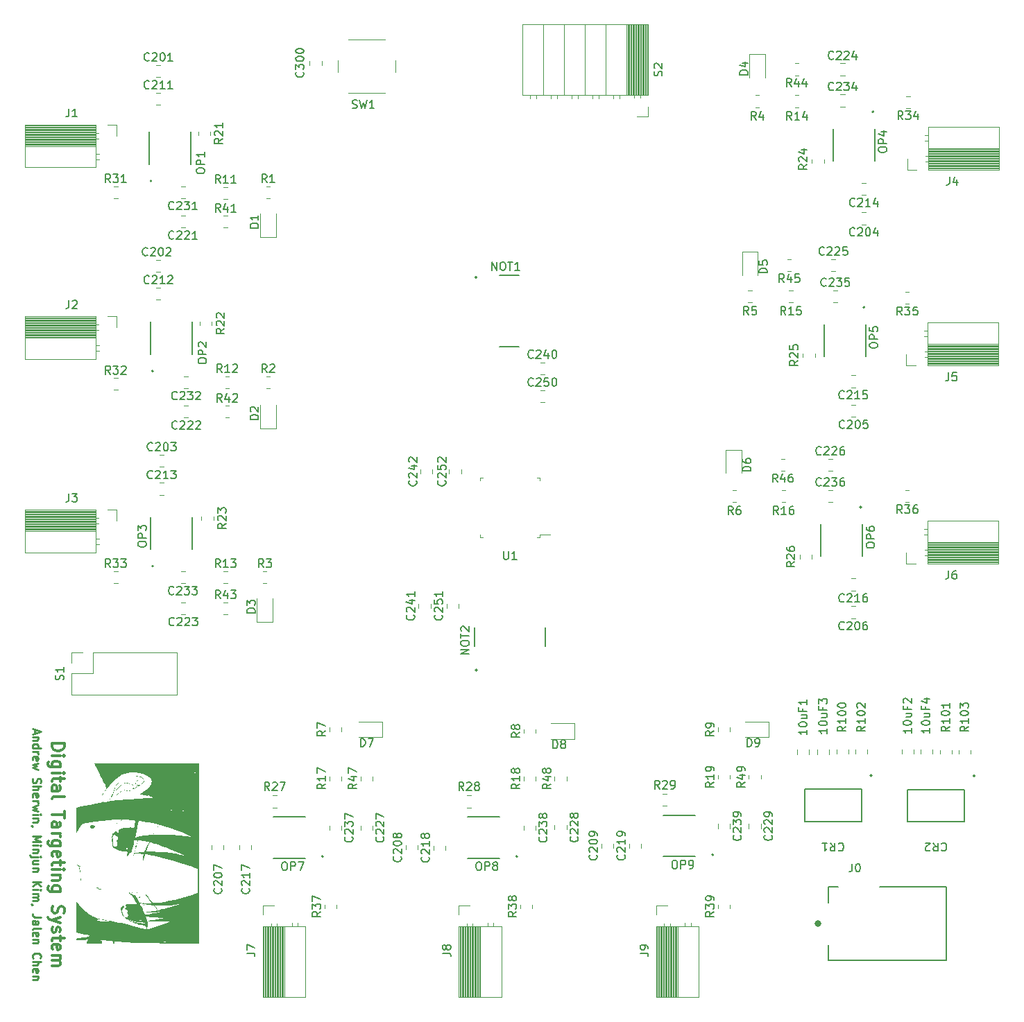
<source format=gbr>
%TF.GenerationSoftware,KiCad,Pcbnew,(6.0.11-0)*%
%TF.CreationDate,2023-11-08T03:13:09-06:00*%
%TF.ProjectId,ECE395_Digital_Target,45434533-3935-45f4-9469-676974616c5f,rev?*%
%TF.SameCoordinates,Original*%
%TF.FileFunction,Legend,Top*%
%TF.FilePolarity,Positive*%
%FSLAX46Y46*%
G04 Gerber Fmt 4.6, Leading zero omitted, Abs format (unit mm)*
G04 Created by KiCad (PCBNEW (6.0.11-0)) date 2023-11-08 03:13:09*
%MOMM*%
%LPD*%
G01*
G04 APERTURE LIST*
%ADD10C,0.250000*%
%ADD11C,0.375000*%
%ADD12C,0.150000*%
%ADD13C,0.300000*%
%ADD14C,0.120000*%
%ADD15C,0.127000*%
%ADD16C,0.200000*%
%ADD17C,0.400000*%
%ADD18C,0.152400*%
G04 APERTURE END LIST*
D10*
X50433333Y-117914285D02*
X50433333Y-118390476D01*
X50147619Y-117819047D02*
X51147619Y-118152380D01*
X50147619Y-118485714D01*
X50814285Y-118819047D02*
X50147619Y-118819047D01*
X50719047Y-118819047D02*
X50766666Y-118866666D01*
X50814285Y-118961904D01*
X50814285Y-119104761D01*
X50766666Y-119200000D01*
X50671428Y-119247619D01*
X50147619Y-119247619D01*
X50147619Y-120152380D02*
X51147619Y-120152380D01*
X50195238Y-120152380D02*
X50147619Y-120057142D01*
X50147619Y-119866666D01*
X50195238Y-119771428D01*
X50242857Y-119723809D01*
X50338095Y-119676190D01*
X50623809Y-119676190D01*
X50719047Y-119723809D01*
X50766666Y-119771428D01*
X50814285Y-119866666D01*
X50814285Y-120057142D01*
X50766666Y-120152380D01*
X50147619Y-120628571D02*
X50814285Y-120628571D01*
X50623809Y-120628571D02*
X50719047Y-120676190D01*
X50766666Y-120723809D01*
X50814285Y-120819047D01*
X50814285Y-120914285D01*
X50195238Y-121628571D02*
X50147619Y-121533333D01*
X50147619Y-121342857D01*
X50195238Y-121247619D01*
X50290476Y-121200000D01*
X50671428Y-121200000D01*
X50766666Y-121247619D01*
X50814285Y-121342857D01*
X50814285Y-121533333D01*
X50766666Y-121628571D01*
X50671428Y-121676190D01*
X50576190Y-121676190D01*
X50480952Y-121200000D01*
X50814285Y-122009523D02*
X50147619Y-122200000D01*
X50623809Y-122390476D01*
X50147619Y-122580952D01*
X50814285Y-122771428D01*
X50195238Y-123866666D02*
X50147619Y-124009523D01*
X50147619Y-124247619D01*
X50195238Y-124342857D01*
X50242857Y-124390476D01*
X50338095Y-124438095D01*
X50433333Y-124438095D01*
X50528571Y-124390476D01*
X50576190Y-124342857D01*
X50623809Y-124247619D01*
X50671428Y-124057142D01*
X50719047Y-123961904D01*
X50766666Y-123914285D01*
X50861904Y-123866666D01*
X50957142Y-123866666D01*
X51052380Y-123914285D01*
X51100000Y-123961904D01*
X51147619Y-124057142D01*
X51147619Y-124295238D01*
X51100000Y-124438095D01*
X50147619Y-124866666D02*
X51147619Y-124866666D01*
X50147619Y-125295238D02*
X50671428Y-125295238D01*
X50766666Y-125247619D01*
X50814285Y-125152380D01*
X50814285Y-125009523D01*
X50766666Y-124914285D01*
X50719047Y-124866666D01*
X50195238Y-126152380D02*
X50147619Y-126057142D01*
X50147619Y-125866666D01*
X50195238Y-125771428D01*
X50290476Y-125723809D01*
X50671428Y-125723809D01*
X50766666Y-125771428D01*
X50814285Y-125866666D01*
X50814285Y-126057142D01*
X50766666Y-126152380D01*
X50671428Y-126200000D01*
X50576190Y-126200000D01*
X50480952Y-125723809D01*
X50147619Y-126628571D02*
X50814285Y-126628571D01*
X50623809Y-126628571D02*
X50719047Y-126676190D01*
X50766666Y-126723809D01*
X50814285Y-126819047D01*
X50814285Y-126914285D01*
X50814285Y-127152380D02*
X50147619Y-127342857D01*
X50623809Y-127533333D01*
X50147619Y-127723809D01*
X50814285Y-127914285D01*
X50147619Y-128295238D02*
X50814285Y-128295238D01*
X51147619Y-128295238D02*
X51100000Y-128247619D01*
X51052380Y-128295238D01*
X51100000Y-128342857D01*
X51147619Y-128295238D01*
X51052380Y-128295238D01*
X50814285Y-128771428D02*
X50147619Y-128771428D01*
X50719047Y-128771428D02*
X50766666Y-128819047D01*
X50814285Y-128914285D01*
X50814285Y-129057142D01*
X50766666Y-129152380D01*
X50671428Y-129200000D01*
X50147619Y-129200000D01*
X50195238Y-129723809D02*
X50147619Y-129723809D01*
X50052380Y-129676190D01*
X50004761Y-129628571D01*
X50147619Y-130914285D02*
X51147619Y-130914285D01*
X50433333Y-131247619D01*
X51147619Y-131580952D01*
X50147619Y-131580952D01*
X50147619Y-132057142D02*
X50814285Y-132057142D01*
X51147619Y-132057142D02*
X51100000Y-132009523D01*
X51052380Y-132057142D01*
X51100000Y-132104761D01*
X51147619Y-132057142D01*
X51052380Y-132057142D01*
X50814285Y-132533333D02*
X50147619Y-132533333D01*
X50719047Y-132533333D02*
X50766666Y-132580952D01*
X50814285Y-132676190D01*
X50814285Y-132819047D01*
X50766666Y-132914285D01*
X50671428Y-132961904D01*
X50147619Y-132961904D01*
X50814285Y-133438095D02*
X49957142Y-133438095D01*
X49861904Y-133390476D01*
X49814285Y-133295238D01*
X49814285Y-133247619D01*
X51147619Y-133438095D02*
X51100000Y-133390476D01*
X51052380Y-133438095D01*
X51100000Y-133485714D01*
X51147619Y-133438095D01*
X51052380Y-133438095D01*
X50814285Y-134342857D02*
X50147619Y-134342857D01*
X50814285Y-133914285D02*
X50290476Y-133914285D01*
X50195238Y-133961904D01*
X50147619Y-134057142D01*
X50147619Y-134200000D01*
X50195238Y-134295238D01*
X50242857Y-134342857D01*
X50814285Y-134819047D02*
X50147619Y-134819047D01*
X50719047Y-134819047D02*
X50766666Y-134866666D01*
X50814285Y-134961904D01*
X50814285Y-135104761D01*
X50766666Y-135200000D01*
X50671428Y-135247619D01*
X50147619Y-135247619D01*
X50147619Y-136485714D02*
X51147619Y-136485714D01*
X50147619Y-137057142D02*
X50719047Y-136628571D01*
X51147619Y-137057142D02*
X50576190Y-136485714D01*
X50147619Y-137485714D02*
X50814285Y-137485714D01*
X51147619Y-137485714D02*
X51100000Y-137438095D01*
X51052380Y-137485714D01*
X51100000Y-137533333D01*
X51147619Y-137485714D01*
X51052380Y-137485714D01*
X50147619Y-137961904D02*
X50814285Y-137961904D01*
X50719047Y-137961904D02*
X50766666Y-138009523D01*
X50814285Y-138104761D01*
X50814285Y-138247619D01*
X50766666Y-138342857D01*
X50671428Y-138390476D01*
X50147619Y-138390476D01*
X50671428Y-138390476D02*
X50766666Y-138438095D01*
X50814285Y-138533333D01*
X50814285Y-138676190D01*
X50766666Y-138771428D01*
X50671428Y-138819047D01*
X50147619Y-138819047D01*
X50195238Y-139342857D02*
X50147619Y-139342857D01*
X50052380Y-139295238D01*
X50004761Y-139247619D01*
X51147619Y-140819047D02*
X50433333Y-140819047D01*
X50290476Y-140771428D01*
X50195238Y-140676190D01*
X50147619Y-140533333D01*
X50147619Y-140438095D01*
X50147619Y-141723809D02*
X50671428Y-141723809D01*
X50766666Y-141676190D01*
X50814285Y-141580952D01*
X50814285Y-141390476D01*
X50766666Y-141295238D01*
X50195238Y-141723809D02*
X50147619Y-141628571D01*
X50147619Y-141390476D01*
X50195238Y-141295238D01*
X50290476Y-141247619D01*
X50385714Y-141247619D01*
X50480952Y-141295238D01*
X50528571Y-141390476D01*
X50528571Y-141628571D01*
X50576190Y-141723809D01*
X50147619Y-142342857D02*
X50195238Y-142247619D01*
X50290476Y-142200000D01*
X51147619Y-142200000D01*
X50195238Y-143104761D02*
X50147619Y-143009523D01*
X50147619Y-142819047D01*
X50195238Y-142723809D01*
X50290476Y-142676190D01*
X50671428Y-142676190D01*
X50766666Y-142723809D01*
X50814285Y-142819047D01*
X50814285Y-143009523D01*
X50766666Y-143104761D01*
X50671428Y-143152380D01*
X50576190Y-143152380D01*
X50480952Y-142676190D01*
X50814285Y-143580952D02*
X50147619Y-143580952D01*
X50719047Y-143580952D02*
X50766666Y-143628571D01*
X50814285Y-143723809D01*
X50814285Y-143866666D01*
X50766666Y-143961904D01*
X50671428Y-144009523D01*
X50147619Y-144009523D01*
X50242857Y-145819047D02*
X50195238Y-145771428D01*
X50147619Y-145628571D01*
X50147619Y-145533333D01*
X50195238Y-145390476D01*
X50290476Y-145295238D01*
X50385714Y-145247619D01*
X50576190Y-145200000D01*
X50719047Y-145200000D01*
X50909523Y-145247619D01*
X51004761Y-145295238D01*
X51100000Y-145390476D01*
X51147619Y-145533333D01*
X51147619Y-145628571D01*
X51100000Y-145771428D01*
X51052380Y-145819047D01*
X50147619Y-146247619D02*
X51147619Y-146247619D01*
X50147619Y-146676190D02*
X50671428Y-146676190D01*
X50766666Y-146628571D01*
X50814285Y-146533333D01*
X50814285Y-146390476D01*
X50766666Y-146295238D01*
X50719047Y-146247619D01*
X50195238Y-147533333D02*
X50147619Y-147438095D01*
X50147619Y-147247619D01*
X50195238Y-147152380D01*
X50290476Y-147104761D01*
X50671428Y-147104761D01*
X50766666Y-147152380D01*
X50814285Y-147247619D01*
X50814285Y-147438095D01*
X50766666Y-147533333D01*
X50671428Y-147580952D01*
X50576190Y-147580952D01*
X50480952Y-147104761D01*
X50814285Y-148009523D02*
X50147619Y-148009523D01*
X50719047Y-148009523D02*
X50766666Y-148057142D01*
X50814285Y-148152380D01*
X50814285Y-148295238D01*
X50766666Y-148390476D01*
X50671428Y-148438095D01*
X50147619Y-148438095D01*
D11*
X52521428Y-119628571D02*
X54021428Y-119628571D01*
X54021428Y-119985714D01*
X53950000Y-120200000D01*
X53807142Y-120342857D01*
X53664285Y-120414285D01*
X53378571Y-120485714D01*
X53164285Y-120485714D01*
X52878571Y-120414285D01*
X52735714Y-120342857D01*
X52592857Y-120200000D01*
X52521428Y-119985714D01*
X52521428Y-119628571D01*
X52521428Y-121128571D02*
X53521428Y-121128571D01*
X54021428Y-121128571D02*
X53950000Y-121057142D01*
X53878571Y-121128571D01*
X53950000Y-121200000D01*
X54021428Y-121128571D01*
X53878571Y-121128571D01*
X53521428Y-122485714D02*
X52307142Y-122485714D01*
X52164285Y-122414285D01*
X52092857Y-122342857D01*
X52021428Y-122200000D01*
X52021428Y-121985714D01*
X52092857Y-121842857D01*
X52592857Y-122485714D02*
X52521428Y-122342857D01*
X52521428Y-122057142D01*
X52592857Y-121914285D01*
X52664285Y-121842857D01*
X52807142Y-121771428D01*
X53235714Y-121771428D01*
X53378571Y-121842857D01*
X53450000Y-121914285D01*
X53521428Y-122057142D01*
X53521428Y-122342857D01*
X53450000Y-122485714D01*
X52521428Y-123200000D02*
X53521428Y-123200000D01*
X54021428Y-123200000D02*
X53950000Y-123128571D01*
X53878571Y-123200000D01*
X53950000Y-123271428D01*
X54021428Y-123200000D01*
X53878571Y-123200000D01*
X53521428Y-123700000D02*
X53521428Y-124271428D01*
X54021428Y-123914285D02*
X52735714Y-123914285D01*
X52592857Y-123985714D01*
X52521428Y-124128571D01*
X52521428Y-124271428D01*
X52521428Y-125414285D02*
X53307142Y-125414285D01*
X53450000Y-125342857D01*
X53521428Y-125200000D01*
X53521428Y-124914285D01*
X53450000Y-124771428D01*
X52592857Y-125414285D02*
X52521428Y-125271428D01*
X52521428Y-124914285D01*
X52592857Y-124771428D01*
X52735714Y-124700000D01*
X52878571Y-124700000D01*
X53021428Y-124771428D01*
X53092857Y-124914285D01*
X53092857Y-125271428D01*
X53164285Y-125414285D01*
X52521428Y-126342857D02*
X52592857Y-126200000D01*
X52735714Y-126128571D01*
X54021428Y-126128571D01*
X54021428Y-127842857D02*
X54021428Y-128700000D01*
X52521428Y-128271428D02*
X54021428Y-128271428D01*
X52521428Y-129842857D02*
X53307142Y-129842857D01*
X53450000Y-129771428D01*
X53521428Y-129628571D01*
X53521428Y-129342857D01*
X53450000Y-129200000D01*
X52592857Y-129842857D02*
X52521428Y-129700000D01*
X52521428Y-129342857D01*
X52592857Y-129200000D01*
X52735714Y-129128571D01*
X52878571Y-129128571D01*
X53021428Y-129200000D01*
X53092857Y-129342857D01*
X53092857Y-129700000D01*
X53164285Y-129842857D01*
X52521428Y-130557142D02*
X53521428Y-130557142D01*
X53235714Y-130557142D02*
X53378571Y-130628571D01*
X53450000Y-130700000D01*
X53521428Y-130842857D01*
X53521428Y-130985714D01*
X53521428Y-132128571D02*
X52307142Y-132128571D01*
X52164285Y-132057142D01*
X52092857Y-131985714D01*
X52021428Y-131842857D01*
X52021428Y-131628571D01*
X52092857Y-131485714D01*
X52592857Y-132128571D02*
X52521428Y-131985714D01*
X52521428Y-131699999D01*
X52592857Y-131557142D01*
X52664285Y-131485714D01*
X52807142Y-131414285D01*
X53235714Y-131414285D01*
X53378571Y-131485714D01*
X53450000Y-131557142D01*
X53521428Y-131700000D01*
X53521428Y-131985714D01*
X53450000Y-132128571D01*
X52592857Y-133414285D02*
X52521428Y-133271428D01*
X52521428Y-132985714D01*
X52592857Y-132842857D01*
X52735714Y-132771428D01*
X53307142Y-132771428D01*
X53450000Y-132842857D01*
X53521428Y-132985714D01*
X53521428Y-133271428D01*
X53450000Y-133414285D01*
X53307142Y-133485714D01*
X53164285Y-133485714D01*
X53021428Y-132771428D01*
X53521428Y-133914285D02*
X53521428Y-134485714D01*
X54021428Y-134128571D02*
X52735714Y-134128571D01*
X52592857Y-134199999D01*
X52521428Y-134342857D01*
X52521428Y-134485714D01*
X52521428Y-134985714D02*
X53521428Y-134985714D01*
X54021428Y-134985714D02*
X53950000Y-134914285D01*
X53878571Y-134985714D01*
X53950000Y-135057142D01*
X54021428Y-134985714D01*
X53878571Y-134985714D01*
X53521428Y-135700000D02*
X52521428Y-135700000D01*
X53378571Y-135700000D02*
X53450000Y-135771428D01*
X53521428Y-135914285D01*
X53521428Y-136128571D01*
X53450000Y-136271428D01*
X53307142Y-136342857D01*
X52521428Y-136342857D01*
X53521428Y-137700000D02*
X52307142Y-137700000D01*
X52164285Y-137628571D01*
X52092857Y-137557142D01*
X52021428Y-137414285D01*
X52021428Y-137200000D01*
X52092857Y-137057142D01*
X52592857Y-137700000D02*
X52521428Y-137557142D01*
X52521428Y-137271428D01*
X52592857Y-137128571D01*
X52664285Y-137057142D01*
X52807142Y-136985714D01*
X53235714Y-136985714D01*
X53378571Y-137057142D01*
X53450000Y-137128571D01*
X53521428Y-137271428D01*
X53521428Y-137557142D01*
X53450000Y-137700000D01*
X52592857Y-139485714D02*
X52521428Y-139700000D01*
X52521428Y-140057142D01*
X52592857Y-140200000D01*
X52664285Y-140271428D01*
X52807142Y-140342857D01*
X52950000Y-140342857D01*
X53092857Y-140271428D01*
X53164285Y-140200000D01*
X53235714Y-140057142D01*
X53307142Y-139771428D01*
X53378571Y-139628571D01*
X53450000Y-139557142D01*
X53592857Y-139485714D01*
X53735714Y-139485714D01*
X53878571Y-139557142D01*
X53950000Y-139628571D01*
X54021428Y-139771428D01*
X54021428Y-140128571D01*
X53950000Y-140342857D01*
X53521428Y-140842857D02*
X52521428Y-141200000D01*
X53521428Y-141557142D02*
X52521428Y-141200000D01*
X52164285Y-141057142D01*
X52092857Y-140985714D01*
X52021428Y-140842857D01*
X52592857Y-142057142D02*
X52521428Y-142200000D01*
X52521428Y-142485714D01*
X52592857Y-142628571D01*
X52735714Y-142700000D01*
X52807142Y-142700000D01*
X52950000Y-142628571D01*
X53021428Y-142485714D01*
X53021428Y-142271428D01*
X53092857Y-142128571D01*
X53235714Y-142057142D01*
X53307142Y-142057142D01*
X53450000Y-142128571D01*
X53521428Y-142271428D01*
X53521428Y-142485714D01*
X53450000Y-142628571D01*
X53521428Y-143128571D02*
X53521428Y-143700000D01*
X54021428Y-143342857D02*
X52735714Y-143342857D01*
X52592857Y-143414285D01*
X52521428Y-143557142D01*
X52521428Y-143700000D01*
X52592857Y-144771428D02*
X52521428Y-144628571D01*
X52521428Y-144342857D01*
X52592857Y-144200000D01*
X52735714Y-144128571D01*
X53307142Y-144128571D01*
X53450000Y-144200000D01*
X53521428Y-144342857D01*
X53521428Y-144628571D01*
X53450000Y-144771428D01*
X53307142Y-144842857D01*
X53164285Y-144842857D01*
X53021428Y-144128571D01*
X52521428Y-145485714D02*
X53521428Y-145485714D01*
X53378571Y-145485714D02*
X53450000Y-145557142D01*
X53521428Y-145700000D01*
X53521428Y-145914285D01*
X53450000Y-146057142D01*
X53307142Y-146128571D01*
X52521428Y-146128571D01*
X53307142Y-146128571D02*
X53450000Y-146200000D01*
X53521428Y-146342857D01*
X53521428Y-146557142D01*
X53450000Y-146700000D01*
X53307142Y-146771428D01*
X52521428Y-146771428D01*
D12*
%TO.C,C206*%
X149180952Y-105637142D02*
X149133333Y-105684761D01*
X148990476Y-105732380D01*
X148895238Y-105732380D01*
X148752380Y-105684761D01*
X148657142Y-105589523D01*
X148609523Y-105494285D01*
X148561904Y-105303809D01*
X148561904Y-105160952D01*
X148609523Y-104970476D01*
X148657142Y-104875238D01*
X148752380Y-104780000D01*
X148895238Y-104732380D01*
X148990476Y-104732380D01*
X149133333Y-104780000D01*
X149180952Y-104827619D01*
X149561904Y-104827619D02*
X149609523Y-104780000D01*
X149704761Y-104732380D01*
X149942857Y-104732380D01*
X150038095Y-104780000D01*
X150085714Y-104827619D01*
X150133333Y-104922857D01*
X150133333Y-105018095D01*
X150085714Y-105160952D01*
X149514285Y-105732380D01*
X150133333Y-105732380D01*
X150752380Y-104732380D02*
X150847619Y-104732380D01*
X150942857Y-104780000D01*
X150990476Y-104827619D01*
X151038095Y-104922857D01*
X151085714Y-105113333D01*
X151085714Y-105351428D01*
X151038095Y-105541904D01*
X150990476Y-105637142D01*
X150942857Y-105684761D01*
X150847619Y-105732380D01*
X150752380Y-105732380D01*
X150657142Y-105684761D01*
X150609523Y-105637142D01*
X150561904Y-105541904D01*
X150514285Y-105351428D01*
X150514285Y-105113333D01*
X150561904Y-104922857D01*
X150609523Y-104827619D01*
X150657142Y-104780000D01*
X150752380Y-104732380D01*
X151942857Y-104732380D02*
X151752380Y-104732380D01*
X151657142Y-104780000D01*
X151609523Y-104827619D01*
X151514285Y-104970476D01*
X151466666Y-105160952D01*
X151466666Y-105541904D01*
X151514285Y-105637142D01*
X151561904Y-105684761D01*
X151657142Y-105732380D01*
X151847619Y-105732380D01*
X151942857Y-105684761D01*
X151990476Y-105637142D01*
X152038095Y-105541904D01*
X152038095Y-105303809D01*
X151990476Y-105208571D01*
X151942857Y-105160952D01*
X151847619Y-105113333D01*
X151657142Y-105113333D01*
X151561904Y-105160952D01*
X151514285Y-105208571D01*
X151466666Y-105303809D01*
%TO.C,10uF4*%
X159652380Y-117747619D02*
X159652380Y-118319047D01*
X159652380Y-118033333D02*
X158652380Y-118033333D01*
X158795238Y-118128571D01*
X158890476Y-118223809D01*
X158938095Y-118319047D01*
X158652380Y-117128571D02*
X158652380Y-117033333D01*
X158700000Y-116938095D01*
X158747619Y-116890476D01*
X158842857Y-116842857D01*
X159033333Y-116795238D01*
X159271428Y-116795238D01*
X159461904Y-116842857D01*
X159557142Y-116890476D01*
X159604761Y-116938095D01*
X159652380Y-117033333D01*
X159652380Y-117128571D01*
X159604761Y-117223809D01*
X159557142Y-117271428D01*
X159461904Y-117319047D01*
X159271428Y-117366666D01*
X159033333Y-117366666D01*
X158842857Y-117319047D01*
X158747619Y-117271428D01*
X158700000Y-117223809D01*
X158652380Y-117128571D01*
X158985714Y-115938095D02*
X159652380Y-115938095D01*
X158985714Y-116366666D02*
X159509523Y-116366666D01*
X159604761Y-116319047D01*
X159652380Y-116223809D01*
X159652380Y-116080952D01*
X159604761Y-115985714D01*
X159557142Y-115938095D01*
X159128571Y-115128571D02*
X159128571Y-115461904D01*
X159652380Y-115461904D02*
X158652380Y-115461904D01*
X158652380Y-114985714D01*
X158985714Y-114176190D02*
X159652380Y-114176190D01*
X158604761Y-114414285D02*
X159319047Y-114652380D01*
X159319047Y-114033333D01*
%TO.C,S2*%
X126937261Y-38081904D02*
X126984880Y-37939047D01*
X126984880Y-37700952D01*
X126937261Y-37605714D01*
X126889642Y-37558095D01*
X126794404Y-37510476D01*
X126699166Y-37510476D01*
X126603928Y-37558095D01*
X126556309Y-37605714D01*
X126508690Y-37700952D01*
X126461071Y-37891428D01*
X126413452Y-37986666D01*
X126365833Y-38034285D01*
X126270595Y-38081904D01*
X126175357Y-38081904D01*
X126080119Y-38034285D01*
X126032500Y-37986666D01*
X125984880Y-37891428D01*
X125984880Y-37653333D01*
X126032500Y-37510476D01*
X126080119Y-37129523D02*
X126032500Y-37081904D01*
X125984880Y-36986666D01*
X125984880Y-36748571D01*
X126032500Y-36653333D01*
X126080119Y-36605714D01*
X126175357Y-36558095D01*
X126270595Y-36558095D01*
X126413452Y-36605714D01*
X126984880Y-37177142D01*
X126984880Y-36558095D01*
%TO.C,D6*%
X137802380Y-86338095D02*
X136802380Y-86338095D01*
X136802380Y-86100000D01*
X136850000Y-85957142D01*
X136945238Y-85861904D01*
X137040476Y-85814285D01*
X137230952Y-85766666D01*
X137373809Y-85766666D01*
X137564285Y-85814285D01*
X137659523Y-85861904D01*
X137754761Y-85957142D01*
X137802380Y-86100000D01*
X137802380Y-86338095D01*
X136802380Y-84909523D02*
X136802380Y-85100000D01*
X136850000Y-85195238D01*
X136897619Y-85242857D01*
X137040476Y-85338095D01*
X137230952Y-85385714D01*
X137611904Y-85385714D01*
X137707142Y-85338095D01*
X137754761Y-85290476D01*
X137802380Y-85195238D01*
X137802380Y-85004761D01*
X137754761Y-84909523D01*
X137707142Y-84861904D01*
X137611904Y-84814285D01*
X137373809Y-84814285D01*
X137278571Y-84861904D01*
X137230952Y-84909523D01*
X137183333Y-85004761D01*
X137183333Y-85195238D01*
X137230952Y-85290476D01*
X137278571Y-85338095D01*
X137373809Y-85385714D01*
%TO.C,C234*%
X147880952Y-39777142D02*
X147833333Y-39824761D01*
X147690476Y-39872380D01*
X147595238Y-39872380D01*
X147452380Y-39824761D01*
X147357142Y-39729523D01*
X147309523Y-39634285D01*
X147261904Y-39443809D01*
X147261904Y-39300952D01*
X147309523Y-39110476D01*
X147357142Y-39015238D01*
X147452380Y-38920000D01*
X147595238Y-38872380D01*
X147690476Y-38872380D01*
X147833333Y-38920000D01*
X147880952Y-38967619D01*
X148261904Y-38967619D02*
X148309523Y-38920000D01*
X148404761Y-38872380D01*
X148642857Y-38872380D01*
X148738095Y-38920000D01*
X148785714Y-38967619D01*
X148833333Y-39062857D01*
X148833333Y-39158095D01*
X148785714Y-39300952D01*
X148214285Y-39872380D01*
X148833333Y-39872380D01*
X149166666Y-38872380D02*
X149785714Y-38872380D01*
X149452380Y-39253333D01*
X149595238Y-39253333D01*
X149690476Y-39300952D01*
X149738095Y-39348571D01*
X149785714Y-39443809D01*
X149785714Y-39681904D01*
X149738095Y-39777142D01*
X149690476Y-39824761D01*
X149595238Y-39872380D01*
X149309523Y-39872380D01*
X149214285Y-39824761D01*
X149166666Y-39777142D01*
X150642857Y-39205714D02*
X150642857Y-39872380D01*
X150404761Y-38824761D02*
X150166666Y-39539047D01*
X150785714Y-39539047D01*
%TO.C,C232*%
X67780952Y-77537142D02*
X67733333Y-77584761D01*
X67590476Y-77632380D01*
X67495238Y-77632380D01*
X67352380Y-77584761D01*
X67257142Y-77489523D01*
X67209523Y-77394285D01*
X67161904Y-77203809D01*
X67161904Y-77060952D01*
X67209523Y-76870476D01*
X67257142Y-76775238D01*
X67352380Y-76680000D01*
X67495238Y-76632380D01*
X67590476Y-76632380D01*
X67733333Y-76680000D01*
X67780952Y-76727619D01*
X68161904Y-76727619D02*
X68209523Y-76680000D01*
X68304761Y-76632380D01*
X68542857Y-76632380D01*
X68638095Y-76680000D01*
X68685714Y-76727619D01*
X68733333Y-76822857D01*
X68733333Y-76918095D01*
X68685714Y-77060952D01*
X68114285Y-77632380D01*
X68733333Y-77632380D01*
X69066666Y-76632380D02*
X69685714Y-76632380D01*
X69352380Y-77013333D01*
X69495238Y-77013333D01*
X69590476Y-77060952D01*
X69638095Y-77108571D01*
X69685714Y-77203809D01*
X69685714Y-77441904D01*
X69638095Y-77537142D01*
X69590476Y-77584761D01*
X69495238Y-77632380D01*
X69209523Y-77632380D01*
X69114285Y-77584761D01*
X69066666Y-77537142D01*
X70066666Y-76727619D02*
X70114285Y-76680000D01*
X70209523Y-76632380D01*
X70447619Y-76632380D01*
X70542857Y-76680000D01*
X70590476Y-76727619D01*
X70638095Y-76822857D01*
X70638095Y-76918095D01*
X70590476Y-77060952D01*
X70019047Y-77632380D01*
X70638095Y-77632380D01*
%TO.C,OP9*%
X128413571Y-133889380D02*
X128604047Y-133889380D01*
X128699285Y-133937000D01*
X128794523Y-134032238D01*
X128842142Y-134222714D01*
X128842142Y-134556047D01*
X128794523Y-134746523D01*
X128699285Y-134841761D01*
X128604047Y-134889380D01*
X128413571Y-134889380D01*
X128318333Y-134841761D01*
X128223095Y-134746523D01*
X128175476Y-134556047D01*
X128175476Y-134222714D01*
X128223095Y-134032238D01*
X128318333Y-133937000D01*
X128413571Y-133889380D01*
X129270714Y-134889380D02*
X129270714Y-133889380D01*
X129651666Y-133889380D01*
X129746904Y-133937000D01*
X129794523Y-133984619D01*
X129842142Y-134079857D01*
X129842142Y-134222714D01*
X129794523Y-134317952D01*
X129746904Y-134365571D01*
X129651666Y-134413190D01*
X129270714Y-134413190D01*
X130318333Y-134889380D02*
X130508809Y-134889380D01*
X130604047Y-134841761D01*
X130651666Y-134794142D01*
X130746904Y-134651285D01*
X130794523Y-134460809D01*
X130794523Y-134079857D01*
X130746904Y-133984619D01*
X130699285Y-133937000D01*
X130604047Y-133889380D01*
X130413571Y-133889380D01*
X130318333Y-133937000D01*
X130270714Y-133984619D01*
X130223095Y-134079857D01*
X130223095Y-134317952D01*
X130270714Y-134413190D01*
X130318333Y-134460809D01*
X130413571Y-134508428D01*
X130604047Y-134508428D01*
X130699285Y-134460809D01*
X130746904Y-134413190D01*
X130794523Y-134317952D01*
%TO.C,OP4*%
X153389380Y-47186428D02*
X153389380Y-46995952D01*
X153437000Y-46900714D01*
X153532238Y-46805476D01*
X153722714Y-46757857D01*
X154056047Y-46757857D01*
X154246523Y-46805476D01*
X154341761Y-46900714D01*
X154389380Y-46995952D01*
X154389380Y-47186428D01*
X154341761Y-47281666D01*
X154246523Y-47376904D01*
X154056047Y-47424523D01*
X153722714Y-47424523D01*
X153532238Y-47376904D01*
X153437000Y-47281666D01*
X153389380Y-47186428D01*
X154389380Y-46329285D02*
X153389380Y-46329285D01*
X153389380Y-45948333D01*
X153437000Y-45853095D01*
X153484619Y-45805476D01*
X153579857Y-45757857D01*
X153722714Y-45757857D01*
X153817952Y-45805476D01*
X153865571Y-45853095D01*
X153913190Y-45948333D01*
X153913190Y-46329285D01*
X153722714Y-44900714D02*
X154389380Y-44900714D01*
X153341761Y-45138809D02*
X154056047Y-45376904D01*
X154056047Y-44757857D01*
%TO.C,OP6*%
X151889380Y-95486428D02*
X151889380Y-95295952D01*
X151937000Y-95200714D01*
X152032238Y-95105476D01*
X152222714Y-95057857D01*
X152556047Y-95057857D01*
X152746523Y-95105476D01*
X152841761Y-95200714D01*
X152889380Y-95295952D01*
X152889380Y-95486428D01*
X152841761Y-95581666D01*
X152746523Y-95676904D01*
X152556047Y-95724523D01*
X152222714Y-95724523D01*
X152032238Y-95676904D01*
X151937000Y-95581666D01*
X151889380Y-95486428D01*
X152889380Y-94629285D02*
X151889380Y-94629285D01*
X151889380Y-94248333D01*
X151937000Y-94153095D01*
X151984619Y-94105476D01*
X152079857Y-94057857D01*
X152222714Y-94057857D01*
X152317952Y-94105476D01*
X152365571Y-94153095D01*
X152413190Y-94248333D01*
X152413190Y-94629285D01*
X151889380Y-93200714D02*
X151889380Y-93391190D01*
X151937000Y-93486428D01*
X151984619Y-93534047D01*
X152127476Y-93629285D01*
X152317952Y-93676904D01*
X152698904Y-93676904D01*
X152794142Y-93629285D01*
X152841761Y-93581666D01*
X152889380Y-93486428D01*
X152889380Y-93295952D01*
X152841761Y-93200714D01*
X152794142Y-93153095D01*
X152698904Y-93105476D01*
X152460809Y-93105476D01*
X152365571Y-93153095D01*
X152317952Y-93200714D01*
X152270333Y-93295952D01*
X152270333Y-93486428D01*
X152317952Y-93581666D01*
X152365571Y-93629285D01*
X152460809Y-93676904D01*
%TO.C,C212*%
X64380952Y-63377142D02*
X64333333Y-63424761D01*
X64190476Y-63472380D01*
X64095238Y-63472380D01*
X63952380Y-63424761D01*
X63857142Y-63329523D01*
X63809523Y-63234285D01*
X63761904Y-63043809D01*
X63761904Y-62900952D01*
X63809523Y-62710476D01*
X63857142Y-62615238D01*
X63952380Y-62520000D01*
X64095238Y-62472380D01*
X64190476Y-62472380D01*
X64333333Y-62520000D01*
X64380952Y-62567619D01*
X64761904Y-62567619D02*
X64809523Y-62520000D01*
X64904761Y-62472380D01*
X65142857Y-62472380D01*
X65238095Y-62520000D01*
X65285714Y-62567619D01*
X65333333Y-62662857D01*
X65333333Y-62758095D01*
X65285714Y-62900952D01*
X64714285Y-63472380D01*
X65333333Y-63472380D01*
X66285714Y-63472380D02*
X65714285Y-63472380D01*
X66000000Y-63472380D02*
X66000000Y-62472380D01*
X65904761Y-62615238D01*
X65809523Y-62710476D01*
X65714285Y-62758095D01*
X66666666Y-62567619D02*
X66714285Y-62520000D01*
X66809523Y-62472380D01*
X67047619Y-62472380D01*
X67142857Y-62520000D01*
X67190476Y-62567619D01*
X67238095Y-62662857D01*
X67238095Y-62758095D01*
X67190476Y-62900952D01*
X66619047Y-63472380D01*
X67238095Y-63472380D01*
%TO.C,10uF1*%
X144652380Y-117947619D02*
X144652380Y-118519047D01*
X144652380Y-118233333D02*
X143652380Y-118233333D01*
X143795238Y-118328571D01*
X143890476Y-118423809D01*
X143938095Y-118519047D01*
X143652380Y-117328571D02*
X143652380Y-117233333D01*
X143700000Y-117138095D01*
X143747619Y-117090476D01*
X143842857Y-117042857D01*
X144033333Y-116995238D01*
X144271428Y-116995238D01*
X144461904Y-117042857D01*
X144557142Y-117090476D01*
X144604761Y-117138095D01*
X144652380Y-117233333D01*
X144652380Y-117328571D01*
X144604761Y-117423809D01*
X144557142Y-117471428D01*
X144461904Y-117519047D01*
X144271428Y-117566666D01*
X144033333Y-117566666D01*
X143842857Y-117519047D01*
X143747619Y-117471428D01*
X143700000Y-117423809D01*
X143652380Y-117328571D01*
X143985714Y-116138095D02*
X144652380Y-116138095D01*
X143985714Y-116566666D02*
X144509523Y-116566666D01*
X144604761Y-116519047D01*
X144652380Y-116423809D01*
X144652380Y-116280952D01*
X144604761Y-116185714D01*
X144557142Y-116138095D01*
X144128571Y-115328571D02*
X144128571Y-115661904D01*
X144652380Y-115661904D02*
X143652380Y-115661904D01*
X143652380Y-115185714D01*
X144652380Y-114280952D02*
X144652380Y-114852380D01*
X144652380Y-114566666D02*
X143652380Y-114566666D01*
X143795238Y-114661904D01*
X143890476Y-114757142D01*
X143938095Y-114852380D01*
%TO.C,C235*%
X146980952Y-63677142D02*
X146933333Y-63724761D01*
X146790476Y-63772380D01*
X146695238Y-63772380D01*
X146552380Y-63724761D01*
X146457142Y-63629523D01*
X146409523Y-63534285D01*
X146361904Y-63343809D01*
X146361904Y-63200952D01*
X146409523Y-63010476D01*
X146457142Y-62915238D01*
X146552380Y-62820000D01*
X146695238Y-62772380D01*
X146790476Y-62772380D01*
X146933333Y-62820000D01*
X146980952Y-62867619D01*
X147361904Y-62867619D02*
X147409523Y-62820000D01*
X147504761Y-62772380D01*
X147742857Y-62772380D01*
X147838095Y-62820000D01*
X147885714Y-62867619D01*
X147933333Y-62962857D01*
X147933333Y-63058095D01*
X147885714Y-63200952D01*
X147314285Y-63772380D01*
X147933333Y-63772380D01*
X148266666Y-62772380D02*
X148885714Y-62772380D01*
X148552380Y-63153333D01*
X148695238Y-63153333D01*
X148790476Y-63200952D01*
X148838095Y-63248571D01*
X148885714Y-63343809D01*
X148885714Y-63581904D01*
X148838095Y-63677142D01*
X148790476Y-63724761D01*
X148695238Y-63772380D01*
X148409523Y-63772380D01*
X148314285Y-63724761D01*
X148266666Y-63677142D01*
X149790476Y-62772380D02*
X149314285Y-62772380D01*
X149266666Y-63248571D01*
X149314285Y-63200952D01*
X149409523Y-63153333D01*
X149647619Y-63153333D01*
X149742857Y-63200952D01*
X149790476Y-63248571D01*
X149838095Y-63343809D01*
X149838095Y-63581904D01*
X149790476Y-63677142D01*
X149742857Y-63724761D01*
X149647619Y-63772380D01*
X149409523Y-63772380D01*
X149314285Y-63724761D01*
X149266666Y-63677142D01*
%TO.C,R4*%
X138433333Y-43452380D02*
X138100000Y-42976190D01*
X137861904Y-43452380D02*
X137861904Y-42452380D01*
X138242857Y-42452380D01*
X138338095Y-42500000D01*
X138385714Y-42547619D01*
X138433333Y-42642857D01*
X138433333Y-42785714D01*
X138385714Y-42880952D01*
X138338095Y-42928571D01*
X138242857Y-42976190D01*
X137861904Y-42976190D01*
X139290476Y-42785714D02*
X139290476Y-43452380D01*
X139052380Y-42404761D02*
X138814285Y-43119047D01*
X139433333Y-43119047D01*
%TO.C,J0*%
X150151350Y-134286827D02*
X150151350Y-135001169D01*
X150103727Y-135144038D01*
X150008481Y-135239283D01*
X149865613Y-135286906D01*
X149770367Y-135286906D01*
X150818069Y-134286827D02*
X150913315Y-134286827D01*
X151008560Y-134334450D01*
X151056183Y-134382073D01*
X151103806Y-134477318D01*
X151151429Y-134667810D01*
X151151429Y-134905924D01*
X151103806Y-135096415D01*
X151056183Y-135191661D01*
X151008560Y-135239283D01*
X150913315Y-135286906D01*
X150818069Y-135286906D01*
X150722824Y-135239283D01*
X150675201Y-135191661D01*
X150627578Y-135096415D01*
X150579955Y-134905924D01*
X150579955Y-134667810D01*
X150627578Y-134477318D01*
X150675201Y-134382073D01*
X150722824Y-134334450D01*
X150818069Y-134286827D01*
%TO.C,C218*%
X98477142Y-133456547D02*
X98524761Y-133504166D01*
X98572380Y-133647023D01*
X98572380Y-133742261D01*
X98524761Y-133885119D01*
X98429523Y-133980357D01*
X98334285Y-134027976D01*
X98143809Y-134075595D01*
X98000952Y-134075595D01*
X97810476Y-134027976D01*
X97715238Y-133980357D01*
X97620000Y-133885119D01*
X97572380Y-133742261D01*
X97572380Y-133647023D01*
X97620000Y-133504166D01*
X97667619Y-133456547D01*
X97667619Y-133075595D02*
X97620000Y-133027976D01*
X97572380Y-132932738D01*
X97572380Y-132694642D01*
X97620000Y-132599404D01*
X97667619Y-132551785D01*
X97762857Y-132504166D01*
X97858095Y-132504166D01*
X98000952Y-132551785D01*
X98572380Y-133123214D01*
X98572380Y-132504166D01*
X98572380Y-131551785D02*
X98572380Y-132123214D01*
X98572380Y-131837500D02*
X97572380Y-131837500D01*
X97715238Y-131932738D01*
X97810476Y-132027976D01*
X97858095Y-132123214D01*
X98000952Y-130980357D02*
X97953333Y-131075595D01*
X97905714Y-131123214D01*
X97810476Y-131170833D01*
X97762857Y-131170833D01*
X97667619Y-131123214D01*
X97620000Y-131075595D01*
X97572380Y-130980357D01*
X97572380Y-130789880D01*
X97620000Y-130694642D01*
X97667619Y-130647023D01*
X97762857Y-130599404D01*
X97810476Y-130599404D01*
X97905714Y-130647023D01*
X97953333Y-130694642D01*
X98000952Y-130789880D01*
X98000952Y-130980357D01*
X98048571Y-131075595D01*
X98096190Y-131123214D01*
X98191428Y-131170833D01*
X98381904Y-131170833D01*
X98477142Y-131123214D01*
X98524761Y-131075595D01*
X98572380Y-130980357D01*
X98572380Y-130789880D01*
X98524761Y-130694642D01*
X98477142Y-130647023D01*
X98381904Y-130599404D01*
X98191428Y-130599404D01*
X98096190Y-130647023D01*
X98048571Y-130694642D01*
X98000952Y-130789880D01*
%TO.C,NOT1*%
X106208333Y-61817380D02*
X106208333Y-60817380D01*
X106779761Y-61817380D01*
X106779761Y-60817380D01*
X107446428Y-60817380D02*
X107636904Y-60817380D01*
X107732142Y-60865000D01*
X107827380Y-60960238D01*
X107875000Y-61150714D01*
X107875000Y-61484047D01*
X107827380Y-61674523D01*
X107732142Y-61769761D01*
X107636904Y-61817380D01*
X107446428Y-61817380D01*
X107351190Y-61769761D01*
X107255952Y-61674523D01*
X107208333Y-61484047D01*
X107208333Y-61150714D01*
X107255952Y-60960238D01*
X107351190Y-60865000D01*
X107446428Y-60817380D01*
X108160714Y-60817380D02*
X108732142Y-60817380D01*
X108446428Y-61817380D02*
X108446428Y-60817380D01*
X109589285Y-61817380D02*
X109017857Y-61817380D01*
X109303571Y-61817380D02*
X109303571Y-60817380D01*
X109208333Y-60960238D01*
X109113095Y-61055476D01*
X109017857Y-61103095D01*
%TO.C,C205*%
X149218452Y-81037142D02*
X149170833Y-81084761D01*
X149027976Y-81132380D01*
X148932738Y-81132380D01*
X148789880Y-81084761D01*
X148694642Y-80989523D01*
X148647023Y-80894285D01*
X148599404Y-80703809D01*
X148599404Y-80560952D01*
X148647023Y-80370476D01*
X148694642Y-80275238D01*
X148789880Y-80180000D01*
X148932738Y-80132380D01*
X149027976Y-80132380D01*
X149170833Y-80180000D01*
X149218452Y-80227619D01*
X149599404Y-80227619D02*
X149647023Y-80180000D01*
X149742261Y-80132380D01*
X149980357Y-80132380D01*
X150075595Y-80180000D01*
X150123214Y-80227619D01*
X150170833Y-80322857D01*
X150170833Y-80418095D01*
X150123214Y-80560952D01*
X149551785Y-81132380D01*
X150170833Y-81132380D01*
X150789880Y-80132380D02*
X150885119Y-80132380D01*
X150980357Y-80180000D01*
X151027976Y-80227619D01*
X151075595Y-80322857D01*
X151123214Y-80513333D01*
X151123214Y-80751428D01*
X151075595Y-80941904D01*
X151027976Y-81037142D01*
X150980357Y-81084761D01*
X150885119Y-81132380D01*
X150789880Y-81132380D01*
X150694642Y-81084761D01*
X150647023Y-81037142D01*
X150599404Y-80941904D01*
X150551785Y-80751428D01*
X150551785Y-80513333D01*
X150599404Y-80322857D01*
X150647023Y-80227619D01*
X150694642Y-80180000D01*
X150789880Y-80132380D01*
X152027976Y-80132380D02*
X151551785Y-80132380D01*
X151504166Y-80608571D01*
X151551785Y-80560952D01*
X151647023Y-80513333D01*
X151885119Y-80513333D01*
X151980357Y-80560952D01*
X152027976Y-80608571D01*
X152075595Y-80703809D01*
X152075595Y-80941904D01*
X152027976Y-81037142D01*
X151980357Y-81084761D01*
X151885119Y-81132380D01*
X151647023Y-81132380D01*
X151551785Y-81084761D01*
X151504166Y-81037142D01*
%TO.C,R22*%
X73552380Y-68942857D02*
X73076190Y-69276190D01*
X73552380Y-69514285D02*
X72552380Y-69514285D01*
X72552380Y-69133333D01*
X72600000Y-69038095D01*
X72647619Y-68990476D01*
X72742857Y-68942857D01*
X72885714Y-68942857D01*
X72980952Y-68990476D01*
X73028571Y-69038095D01*
X73076190Y-69133333D01*
X73076190Y-69514285D01*
X72647619Y-68561904D02*
X72600000Y-68514285D01*
X72552380Y-68419047D01*
X72552380Y-68180952D01*
X72600000Y-68085714D01*
X72647619Y-68038095D01*
X72742857Y-67990476D01*
X72838095Y-67990476D01*
X72980952Y-68038095D01*
X73552380Y-68609523D01*
X73552380Y-67990476D01*
X72647619Y-67609523D02*
X72600000Y-67561904D01*
X72552380Y-67466666D01*
X72552380Y-67228571D01*
X72600000Y-67133333D01*
X72647619Y-67085714D01*
X72742857Y-67038095D01*
X72838095Y-67038095D01*
X72980952Y-67085714D01*
X73552380Y-67657142D01*
X73552380Y-67038095D01*
%TO.C,R35*%
X156257142Y-67302380D02*
X155923809Y-66826190D01*
X155685714Y-67302380D02*
X155685714Y-66302380D01*
X156066666Y-66302380D01*
X156161904Y-66350000D01*
X156209523Y-66397619D01*
X156257142Y-66492857D01*
X156257142Y-66635714D01*
X156209523Y-66730952D01*
X156161904Y-66778571D01*
X156066666Y-66826190D01*
X155685714Y-66826190D01*
X156590476Y-66302380D02*
X157209523Y-66302380D01*
X156876190Y-66683333D01*
X157019047Y-66683333D01*
X157114285Y-66730952D01*
X157161904Y-66778571D01*
X157209523Y-66873809D01*
X157209523Y-67111904D01*
X157161904Y-67207142D01*
X157114285Y-67254761D01*
X157019047Y-67302380D01*
X156733333Y-67302380D01*
X156638095Y-67254761D01*
X156590476Y-67207142D01*
X158114285Y-66302380D02*
X157638095Y-66302380D01*
X157590476Y-66778571D01*
X157638095Y-66730952D01*
X157733333Y-66683333D01*
X157971428Y-66683333D01*
X158066666Y-66730952D01*
X158114285Y-66778571D01*
X158161904Y-66873809D01*
X158161904Y-67111904D01*
X158114285Y-67207142D01*
X158066666Y-67254761D01*
X157971428Y-67302380D01*
X157733333Y-67302380D01*
X157638095Y-67254761D01*
X157590476Y-67207142D01*
%TO.C,R29*%
X126657142Y-125152380D02*
X126323809Y-124676190D01*
X126085714Y-125152380D02*
X126085714Y-124152380D01*
X126466666Y-124152380D01*
X126561904Y-124200000D01*
X126609523Y-124247619D01*
X126657142Y-124342857D01*
X126657142Y-124485714D01*
X126609523Y-124580952D01*
X126561904Y-124628571D01*
X126466666Y-124676190D01*
X126085714Y-124676190D01*
X127038095Y-124247619D02*
X127085714Y-124200000D01*
X127180952Y-124152380D01*
X127419047Y-124152380D01*
X127514285Y-124200000D01*
X127561904Y-124247619D01*
X127609523Y-124342857D01*
X127609523Y-124438095D01*
X127561904Y-124580952D01*
X126990476Y-125152380D01*
X127609523Y-125152380D01*
X128085714Y-125152380D02*
X128276190Y-125152380D01*
X128371428Y-125104761D01*
X128419047Y-125057142D01*
X128514285Y-124914285D01*
X128561904Y-124723809D01*
X128561904Y-124342857D01*
X128514285Y-124247619D01*
X128466666Y-124200000D01*
X128371428Y-124152380D01*
X128180952Y-124152380D01*
X128085714Y-124200000D01*
X128038095Y-124247619D01*
X127990476Y-124342857D01*
X127990476Y-124580952D01*
X128038095Y-124676190D01*
X128085714Y-124723809D01*
X128180952Y-124771428D01*
X128371428Y-124771428D01*
X128466666Y-124723809D01*
X128514285Y-124676190D01*
X128561904Y-124580952D01*
%TO.C,R11*%
X73057142Y-51182380D02*
X72723809Y-50706190D01*
X72485714Y-51182380D02*
X72485714Y-50182380D01*
X72866666Y-50182380D01*
X72961904Y-50230000D01*
X73009523Y-50277619D01*
X73057142Y-50372857D01*
X73057142Y-50515714D01*
X73009523Y-50610952D01*
X72961904Y-50658571D01*
X72866666Y-50706190D01*
X72485714Y-50706190D01*
X74009523Y-51182380D02*
X73438095Y-51182380D01*
X73723809Y-51182380D02*
X73723809Y-50182380D01*
X73628571Y-50325238D01*
X73533333Y-50420476D01*
X73438095Y-50468095D01*
X74961904Y-51182380D02*
X74390476Y-51182380D01*
X74676190Y-51182380D02*
X74676190Y-50182380D01*
X74580952Y-50325238D01*
X74485714Y-50420476D01*
X74390476Y-50468095D01*
%TO.C,C215*%
X149180952Y-77437142D02*
X149133333Y-77484761D01*
X148990476Y-77532380D01*
X148895238Y-77532380D01*
X148752380Y-77484761D01*
X148657142Y-77389523D01*
X148609523Y-77294285D01*
X148561904Y-77103809D01*
X148561904Y-76960952D01*
X148609523Y-76770476D01*
X148657142Y-76675238D01*
X148752380Y-76580000D01*
X148895238Y-76532380D01*
X148990476Y-76532380D01*
X149133333Y-76580000D01*
X149180952Y-76627619D01*
X149561904Y-76627619D02*
X149609523Y-76580000D01*
X149704761Y-76532380D01*
X149942857Y-76532380D01*
X150038095Y-76580000D01*
X150085714Y-76627619D01*
X150133333Y-76722857D01*
X150133333Y-76818095D01*
X150085714Y-76960952D01*
X149514285Y-77532380D01*
X150133333Y-77532380D01*
X151085714Y-77532380D02*
X150514285Y-77532380D01*
X150800000Y-77532380D02*
X150800000Y-76532380D01*
X150704761Y-76675238D01*
X150609523Y-76770476D01*
X150514285Y-76818095D01*
X151990476Y-76532380D02*
X151514285Y-76532380D01*
X151466666Y-77008571D01*
X151514285Y-76960952D01*
X151609523Y-76913333D01*
X151847619Y-76913333D01*
X151942857Y-76960952D01*
X151990476Y-77008571D01*
X152038095Y-77103809D01*
X152038095Y-77341904D01*
X151990476Y-77437142D01*
X151942857Y-77484761D01*
X151847619Y-77532380D01*
X151609523Y-77532380D01*
X151514285Y-77484761D01*
X151466666Y-77437142D01*
%TO.C,C204*%
X150480952Y-57537142D02*
X150433333Y-57584761D01*
X150290476Y-57632380D01*
X150195238Y-57632380D01*
X150052380Y-57584761D01*
X149957142Y-57489523D01*
X149909523Y-57394285D01*
X149861904Y-57203809D01*
X149861904Y-57060952D01*
X149909523Y-56870476D01*
X149957142Y-56775238D01*
X150052380Y-56680000D01*
X150195238Y-56632380D01*
X150290476Y-56632380D01*
X150433333Y-56680000D01*
X150480952Y-56727619D01*
X150861904Y-56727619D02*
X150909523Y-56680000D01*
X151004761Y-56632380D01*
X151242857Y-56632380D01*
X151338095Y-56680000D01*
X151385714Y-56727619D01*
X151433333Y-56822857D01*
X151433333Y-56918095D01*
X151385714Y-57060952D01*
X150814285Y-57632380D01*
X151433333Y-57632380D01*
X152052380Y-56632380D02*
X152147619Y-56632380D01*
X152242857Y-56680000D01*
X152290476Y-56727619D01*
X152338095Y-56822857D01*
X152385714Y-57013333D01*
X152385714Y-57251428D01*
X152338095Y-57441904D01*
X152290476Y-57537142D01*
X152242857Y-57584761D01*
X152147619Y-57632380D01*
X152052380Y-57632380D01*
X151957142Y-57584761D01*
X151909523Y-57537142D01*
X151861904Y-57441904D01*
X151814285Y-57251428D01*
X151814285Y-57013333D01*
X151861904Y-56822857D01*
X151909523Y-56727619D01*
X151957142Y-56680000D01*
X152052380Y-56632380D01*
X153242857Y-56965714D02*
X153242857Y-57632380D01*
X153004761Y-56584761D02*
X152766666Y-57299047D01*
X153385714Y-57299047D01*
%TO.C,R33*%
X59657142Y-98102380D02*
X59323809Y-97626190D01*
X59085714Y-98102380D02*
X59085714Y-97102380D01*
X59466666Y-97102380D01*
X59561904Y-97150000D01*
X59609523Y-97197619D01*
X59657142Y-97292857D01*
X59657142Y-97435714D01*
X59609523Y-97530952D01*
X59561904Y-97578571D01*
X59466666Y-97626190D01*
X59085714Y-97626190D01*
X59990476Y-97102380D02*
X60609523Y-97102380D01*
X60276190Y-97483333D01*
X60419047Y-97483333D01*
X60514285Y-97530952D01*
X60561904Y-97578571D01*
X60609523Y-97673809D01*
X60609523Y-97911904D01*
X60561904Y-98007142D01*
X60514285Y-98054761D01*
X60419047Y-98102380D01*
X60133333Y-98102380D01*
X60038095Y-98054761D01*
X59990476Y-98007142D01*
X60942857Y-97102380D02*
X61561904Y-97102380D01*
X61228571Y-97483333D01*
X61371428Y-97483333D01*
X61466666Y-97530952D01*
X61514285Y-97578571D01*
X61561904Y-97673809D01*
X61561904Y-97911904D01*
X61514285Y-98007142D01*
X61466666Y-98054761D01*
X61371428Y-98102380D01*
X61085714Y-98102380D01*
X60990476Y-98054761D01*
X60942857Y-98007142D01*
%TO.C,C241*%
X96677142Y-103919047D02*
X96724761Y-103966666D01*
X96772380Y-104109523D01*
X96772380Y-104204761D01*
X96724761Y-104347619D01*
X96629523Y-104442857D01*
X96534285Y-104490476D01*
X96343809Y-104538095D01*
X96200952Y-104538095D01*
X96010476Y-104490476D01*
X95915238Y-104442857D01*
X95820000Y-104347619D01*
X95772380Y-104204761D01*
X95772380Y-104109523D01*
X95820000Y-103966666D01*
X95867619Y-103919047D01*
X95867619Y-103538095D02*
X95820000Y-103490476D01*
X95772380Y-103395238D01*
X95772380Y-103157142D01*
X95820000Y-103061904D01*
X95867619Y-103014285D01*
X95962857Y-102966666D01*
X96058095Y-102966666D01*
X96200952Y-103014285D01*
X96772380Y-103585714D01*
X96772380Y-102966666D01*
X96105714Y-102109523D02*
X96772380Y-102109523D01*
X95724761Y-102347619D02*
X96439047Y-102585714D01*
X96439047Y-101966666D01*
X96772380Y-101061904D02*
X96772380Y-101633333D01*
X96772380Y-101347619D02*
X95772380Y-101347619D01*
X95915238Y-101442857D01*
X96010476Y-101538095D01*
X96058095Y-101633333D01*
%TO.C,R21*%
X73352380Y-45742857D02*
X72876190Y-46076190D01*
X73352380Y-46314285D02*
X72352380Y-46314285D01*
X72352380Y-45933333D01*
X72400000Y-45838095D01*
X72447619Y-45790476D01*
X72542857Y-45742857D01*
X72685714Y-45742857D01*
X72780952Y-45790476D01*
X72828571Y-45838095D01*
X72876190Y-45933333D01*
X72876190Y-46314285D01*
X72447619Y-45361904D02*
X72400000Y-45314285D01*
X72352380Y-45219047D01*
X72352380Y-44980952D01*
X72400000Y-44885714D01*
X72447619Y-44838095D01*
X72542857Y-44790476D01*
X72638095Y-44790476D01*
X72780952Y-44838095D01*
X73352380Y-45409523D01*
X73352380Y-44790476D01*
X73352380Y-43838095D02*
X73352380Y-44409523D01*
X73352380Y-44123809D02*
X72352380Y-44123809D01*
X72495238Y-44219047D01*
X72590476Y-44314285D01*
X72638095Y-44409523D01*
%TO.C,R24*%
X144652380Y-48915793D02*
X144176190Y-49249126D01*
X144652380Y-49487221D02*
X143652380Y-49487221D01*
X143652380Y-49106269D01*
X143700000Y-49011031D01*
X143747619Y-48963412D01*
X143842857Y-48915793D01*
X143985714Y-48915793D01*
X144080952Y-48963412D01*
X144128571Y-49011031D01*
X144176190Y-49106269D01*
X144176190Y-49487221D01*
X143747619Y-48534840D02*
X143700000Y-48487221D01*
X143652380Y-48391983D01*
X143652380Y-48153888D01*
X143700000Y-48058650D01*
X143747619Y-48011031D01*
X143842857Y-47963412D01*
X143938095Y-47963412D01*
X144080952Y-48011031D01*
X144652380Y-48582459D01*
X144652380Y-47963412D01*
X143985714Y-47106269D02*
X144652380Y-47106269D01*
X143604761Y-47344364D02*
X144319047Y-47582459D01*
X144319047Y-46963412D01*
%TO.C,R5*%
X137533333Y-67252380D02*
X137200000Y-66776190D01*
X136961904Y-67252380D02*
X136961904Y-66252380D01*
X137342857Y-66252380D01*
X137438095Y-66300000D01*
X137485714Y-66347619D01*
X137533333Y-66442857D01*
X137533333Y-66585714D01*
X137485714Y-66680952D01*
X137438095Y-66728571D01*
X137342857Y-66776190D01*
X136961904Y-66776190D01*
X138438095Y-66252380D02*
X137961904Y-66252380D01*
X137914285Y-66728571D01*
X137961904Y-66680952D01*
X138057142Y-66633333D01*
X138295238Y-66633333D01*
X138390476Y-66680952D01*
X138438095Y-66728571D01*
X138485714Y-66823809D01*
X138485714Y-67061904D01*
X138438095Y-67157142D01*
X138390476Y-67204761D01*
X138295238Y-67252380D01*
X138057142Y-67252380D01*
X137961904Y-67204761D01*
X137914285Y-67157142D01*
%TO.C,R25*%
X143552380Y-72842857D02*
X143076190Y-73176190D01*
X143552380Y-73414285D02*
X142552380Y-73414285D01*
X142552380Y-73033333D01*
X142600000Y-72938095D01*
X142647619Y-72890476D01*
X142742857Y-72842857D01*
X142885714Y-72842857D01*
X142980952Y-72890476D01*
X143028571Y-72938095D01*
X143076190Y-73033333D01*
X143076190Y-73414285D01*
X142647619Y-72461904D02*
X142600000Y-72414285D01*
X142552380Y-72319047D01*
X142552380Y-72080952D01*
X142600000Y-71985714D01*
X142647619Y-71938095D01*
X142742857Y-71890476D01*
X142838095Y-71890476D01*
X142980952Y-71938095D01*
X143552380Y-72509523D01*
X143552380Y-71890476D01*
X142552380Y-70985714D02*
X142552380Y-71461904D01*
X143028571Y-71509523D01*
X142980952Y-71461904D01*
X142933333Y-71366666D01*
X142933333Y-71128571D01*
X142980952Y-71033333D01*
X143028571Y-70985714D01*
X143123809Y-70938095D01*
X143361904Y-70938095D01*
X143457142Y-70985714D01*
X143504761Y-71033333D01*
X143552380Y-71128571D01*
X143552380Y-71366666D01*
X143504761Y-71461904D01*
X143457142Y-71509523D01*
%TO.C,C203*%
X64780952Y-83777142D02*
X64733333Y-83824761D01*
X64590476Y-83872380D01*
X64495238Y-83872380D01*
X64352380Y-83824761D01*
X64257142Y-83729523D01*
X64209523Y-83634285D01*
X64161904Y-83443809D01*
X64161904Y-83300952D01*
X64209523Y-83110476D01*
X64257142Y-83015238D01*
X64352380Y-82920000D01*
X64495238Y-82872380D01*
X64590476Y-82872380D01*
X64733333Y-82920000D01*
X64780952Y-82967619D01*
X65161904Y-82967619D02*
X65209523Y-82920000D01*
X65304761Y-82872380D01*
X65542857Y-82872380D01*
X65638095Y-82920000D01*
X65685714Y-82967619D01*
X65733333Y-83062857D01*
X65733333Y-83158095D01*
X65685714Y-83300952D01*
X65114285Y-83872380D01*
X65733333Y-83872380D01*
X66352380Y-82872380D02*
X66447619Y-82872380D01*
X66542857Y-82920000D01*
X66590476Y-82967619D01*
X66638095Y-83062857D01*
X66685714Y-83253333D01*
X66685714Y-83491428D01*
X66638095Y-83681904D01*
X66590476Y-83777142D01*
X66542857Y-83824761D01*
X66447619Y-83872380D01*
X66352380Y-83872380D01*
X66257142Y-83824761D01*
X66209523Y-83777142D01*
X66161904Y-83681904D01*
X66114285Y-83491428D01*
X66114285Y-83253333D01*
X66161904Y-83062857D01*
X66209523Y-82967619D01*
X66257142Y-82920000D01*
X66352380Y-82872380D01*
X67019047Y-82872380D02*
X67638095Y-82872380D01*
X67304761Y-83253333D01*
X67447619Y-83253333D01*
X67542857Y-83300952D01*
X67590476Y-83348571D01*
X67638095Y-83443809D01*
X67638095Y-83681904D01*
X67590476Y-83777142D01*
X67542857Y-83824761D01*
X67447619Y-83872380D01*
X67161904Y-83872380D01*
X67066666Y-83824761D01*
X67019047Y-83777142D01*
%TO.C,R13*%
X73057142Y-98102380D02*
X72723809Y-97626190D01*
X72485714Y-98102380D02*
X72485714Y-97102380D01*
X72866666Y-97102380D01*
X72961904Y-97150000D01*
X73009523Y-97197619D01*
X73057142Y-97292857D01*
X73057142Y-97435714D01*
X73009523Y-97530952D01*
X72961904Y-97578571D01*
X72866666Y-97626190D01*
X72485714Y-97626190D01*
X74009523Y-98102380D02*
X73438095Y-98102380D01*
X73723809Y-98102380D02*
X73723809Y-97102380D01*
X73628571Y-97245238D01*
X73533333Y-97340476D01*
X73438095Y-97388095D01*
X74342857Y-97102380D02*
X74961904Y-97102380D01*
X74628571Y-97483333D01*
X74771428Y-97483333D01*
X74866666Y-97530952D01*
X74914285Y-97578571D01*
X74961904Y-97673809D01*
X74961904Y-97911904D01*
X74914285Y-98007142D01*
X74866666Y-98054761D01*
X74771428Y-98102380D01*
X74485714Y-98102380D01*
X74390476Y-98054761D01*
X74342857Y-98007142D01*
%TO.C,OP8*%
X104513571Y-134089380D02*
X104704047Y-134089380D01*
X104799285Y-134137000D01*
X104894523Y-134232238D01*
X104942142Y-134422714D01*
X104942142Y-134756047D01*
X104894523Y-134946523D01*
X104799285Y-135041761D01*
X104704047Y-135089380D01*
X104513571Y-135089380D01*
X104418333Y-135041761D01*
X104323095Y-134946523D01*
X104275476Y-134756047D01*
X104275476Y-134422714D01*
X104323095Y-134232238D01*
X104418333Y-134137000D01*
X104513571Y-134089380D01*
X105370714Y-135089380D02*
X105370714Y-134089380D01*
X105751666Y-134089380D01*
X105846904Y-134137000D01*
X105894523Y-134184619D01*
X105942142Y-134279857D01*
X105942142Y-134422714D01*
X105894523Y-134517952D01*
X105846904Y-134565571D01*
X105751666Y-134613190D01*
X105370714Y-134613190D01*
X106513571Y-134517952D02*
X106418333Y-134470333D01*
X106370714Y-134422714D01*
X106323095Y-134327476D01*
X106323095Y-134279857D01*
X106370714Y-134184619D01*
X106418333Y-134137000D01*
X106513571Y-134089380D01*
X106704047Y-134089380D01*
X106799285Y-134137000D01*
X106846904Y-134184619D01*
X106894523Y-134279857D01*
X106894523Y-134327476D01*
X106846904Y-134422714D01*
X106799285Y-134470333D01*
X106704047Y-134517952D01*
X106513571Y-134517952D01*
X106418333Y-134565571D01*
X106370714Y-134613190D01*
X106323095Y-134708428D01*
X106323095Y-134898904D01*
X106370714Y-134994142D01*
X106418333Y-135041761D01*
X106513571Y-135089380D01*
X106704047Y-135089380D01*
X106799285Y-135041761D01*
X106846904Y-134994142D01*
X106894523Y-134898904D01*
X106894523Y-134708428D01*
X106846904Y-134613190D01*
X106799285Y-134565571D01*
X106704047Y-134517952D01*
%TO.C,CR2*%
X161066666Y-131842857D02*
X161114285Y-131795238D01*
X161257142Y-131747619D01*
X161352380Y-131747619D01*
X161495238Y-131795238D01*
X161590476Y-131890476D01*
X161638095Y-131985714D01*
X161685714Y-132176190D01*
X161685714Y-132319047D01*
X161638095Y-132509523D01*
X161590476Y-132604761D01*
X161495238Y-132700000D01*
X161352380Y-132747619D01*
X161257142Y-132747619D01*
X161114285Y-132700000D01*
X161066666Y-132652380D01*
X160066666Y-131747619D02*
X160400000Y-132223809D01*
X160638095Y-131747619D02*
X160638095Y-132747619D01*
X160257142Y-132747619D01*
X160161904Y-132700000D01*
X160114285Y-132652380D01*
X160066666Y-132557142D01*
X160066666Y-132414285D01*
X160114285Y-132319047D01*
X160161904Y-132271428D01*
X160257142Y-132223809D01*
X160638095Y-132223809D01*
X159685714Y-132652380D02*
X159638095Y-132700000D01*
X159542857Y-132747619D01*
X159304761Y-132747619D01*
X159209523Y-132700000D01*
X159161904Y-132652380D01*
X159114285Y-132557142D01*
X159114285Y-132461904D01*
X159161904Y-132319047D01*
X159733333Y-131747619D01*
X159114285Y-131747619D01*
%TO.C,C225*%
X146743452Y-59877142D02*
X146695833Y-59924761D01*
X146552976Y-59972380D01*
X146457738Y-59972380D01*
X146314880Y-59924761D01*
X146219642Y-59829523D01*
X146172023Y-59734285D01*
X146124404Y-59543809D01*
X146124404Y-59400952D01*
X146172023Y-59210476D01*
X146219642Y-59115238D01*
X146314880Y-59020000D01*
X146457738Y-58972380D01*
X146552976Y-58972380D01*
X146695833Y-59020000D01*
X146743452Y-59067619D01*
X147124404Y-59067619D02*
X147172023Y-59020000D01*
X147267261Y-58972380D01*
X147505357Y-58972380D01*
X147600595Y-59020000D01*
X147648214Y-59067619D01*
X147695833Y-59162857D01*
X147695833Y-59258095D01*
X147648214Y-59400952D01*
X147076785Y-59972380D01*
X147695833Y-59972380D01*
X148076785Y-59067619D02*
X148124404Y-59020000D01*
X148219642Y-58972380D01*
X148457738Y-58972380D01*
X148552976Y-59020000D01*
X148600595Y-59067619D01*
X148648214Y-59162857D01*
X148648214Y-59258095D01*
X148600595Y-59400952D01*
X148029166Y-59972380D01*
X148648214Y-59972380D01*
X149552976Y-58972380D02*
X149076785Y-58972380D01*
X149029166Y-59448571D01*
X149076785Y-59400952D01*
X149172023Y-59353333D01*
X149410119Y-59353333D01*
X149505357Y-59400952D01*
X149552976Y-59448571D01*
X149600595Y-59543809D01*
X149600595Y-59781904D01*
X149552976Y-59877142D01*
X149505357Y-59924761D01*
X149410119Y-59972380D01*
X149172023Y-59972380D01*
X149076785Y-59924761D01*
X149029166Y-59877142D01*
%TO.C,C214*%
X150480952Y-53937142D02*
X150433333Y-53984761D01*
X150290476Y-54032380D01*
X150195238Y-54032380D01*
X150052380Y-53984761D01*
X149957142Y-53889523D01*
X149909523Y-53794285D01*
X149861904Y-53603809D01*
X149861904Y-53460952D01*
X149909523Y-53270476D01*
X149957142Y-53175238D01*
X150052380Y-53080000D01*
X150195238Y-53032380D01*
X150290476Y-53032380D01*
X150433333Y-53080000D01*
X150480952Y-53127619D01*
X150861904Y-53127619D02*
X150909523Y-53080000D01*
X151004761Y-53032380D01*
X151242857Y-53032380D01*
X151338095Y-53080000D01*
X151385714Y-53127619D01*
X151433333Y-53222857D01*
X151433333Y-53318095D01*
X151385714Y-53460952D01*
X150814285Y-54032380D01*
X151433333Y-54032380D01*
X152385714Y-54032380D02*
X151814285Y-54032380D01*
X152100000Y-54032380D02*
X152100000Y-53032380D01*
X152004761Y-53175238D01*
X151909523Y-53270476D01*
X151814285Y-53318095D01*
X153242857Y-53365714D02*
X153242857Y-54032380D01*
X153004761Y-52984761D02*
X152766666Y-53699047D01*
X153385714Y-53699047D01*
%TO.C,C233*%
X67380952Y-101337142D02*
X67333333Y-101384761D01*
X67190476Y-101432380D01*
X67095238Y-101432380D01*
X66952380Y-101384761D01*
X66857142Y-101289523D01*
X66809523Y-101194285D01*
X66761904Y-101003809D01*
X66761904Y-100860952D01*
X66809523Y-100670476D01*
X66857142Y-100575238D01*
X66952380Y-100480000D01*
X67095238Y-100432380D01*
X67190476Y-100432380D01*
X67333333Y-100480000D01*
X67380952Y-100527619D01*
X67761904Y-100527619D02*
X67809523Y-100480000D01*
X67904761Y-100432380D01*
X68142857Y-100432380D01*
X68238095Y-100480000D01*
X68285714Y-100527619D01*
X68333333Y-100622857D01*
X68333333Y-100718095D01*
X68285714Y-100860952D01*
X67714285Y-101432380D01*
X68333333Y-101432380D01*
X68666666Y-100432380D02*
X69285714Y-100432380D01*
X68952380Y-100813333D01*
X69095238Y-100813333D01*
X69190476Y-100860952D01*
X69238095Y-100908571D01*
X69285714Y-101003809D01*
X69285714Y-101241904D01*
X69238095Y-101337142D01*
X69190476Y-101384761D01*
X69095238Y-101432380D01*
X68809523Y-101432380D01*
X68714285Y-101384761D01*
X68666666Y-101337142D01*
X69619047Y-100432380D02*
X70238095Y-100432380D01*
X69904761Y-100813333D01*
X70047619Y-100813333D01*
X70142857Y-100860952D01*
X70190476Y-100908571D01*
X70238095Y-101003809D01*
X70238095Y-101241904D01*
X70190476Y-101337142D01*
X70142857Y-101384761D01*
X70047619Y-101432380D01*
X69761904Y-101432380D01*
X69666666Y-101384761D01*
X69619047Y-101337142D01*
%TO.C,R101*%
X162052380Y-117519047D02*
X161576190Y-117852380D01*
X162052380Y-118090476D02*
X161052380Y-118090476D01*
X161052380Y-117709523D01*
X161100000Y-117614285D01*
X161147619Y-117566666D01*
X161242857Y-117519047D01*
X161385714Y-117519047D01*
X161480952Y-117566666D01*
X161528571Y-117614285D01*
X161576190Y-117709523D01*
X161576190Y-118090476D01*
X162052380Y-116566666D02*
X162052380Y-117138095D01*
X162052380Y-116852380D02*
X161052380Y-116852380D01*
X161195238Y-116947619D01*
X161290476Y-117042857D01*
X161338095Y-117138095D01*
X161052380Y-115947619D02*
X161052380Y-115852380D01*
X161100000Y-115757142D01*
X161147619Y-115709523D01*
X161242857Y-115661904D01*
X161433333Y-115614285D01*
X161671428Y-115614285D01*
X161861904Y-115661904D01*
X161957142Y-115709523D01*
X162004761Y-115757142D01*
X162052380Y-115852380D01*
X162052380Y-115947619D01*
X162004761Y-116042857D01*
X161957142Y-116090476D01*
X161861904Y-116138095D01*
X161671428Y-116185714D01*
X161433333Y-116185714D01*
X161242857Y-116138095D01*
X161147619Y-116090476D01*
X161100000Y-116042857D01*
X161052380Y-115947619D01*
X162052380Y-114661904D02*
X162052380Y-115233333D01*
X162052380Y-114947619D02*
X161052380Y-114947619D01*
X161195238Y-115042857D01*
X161290476Y-115138095D01*
X161338095Y-115233333D01*
%TO.C,C217*%
X76557142Y-137319047D02*
X76604761Y-137366666D01*
X76652380Y-137509523D01*
X76652380Y-137604761D01*
X76604761Y-137747619D01*
X76509523Y-137842857D01*
X76414285Y-137890476D01*
X76223809Y-137938095D01*
X76080952Y-137938095D01*
X75890476Y-137890476D01*
X75795238Y-137842857D01*
X75700000Y-137747619D01*
X75652380Y-137604761D01*
X75652380Y-137509523D01*
X75700000Y-137366666D01*
X75747619Y-137319047D01*
X75747619Y-136938095D02*
X75700000Y-136890476D01*
X75652380Y-136795238D01*
X75652380Y-136557142D01*
X75700000Y-136461904D01*
X75747619Y-136414285D01*
X75842857Y-136366666D01*
X75938095Y-136366666D01*
X76080952Y-136414285D01*
X76652380Y-136985714D01*
X76652380Y-136366666D01*
X76652380Y-135414285D02*
X76652380Y-135985714D01*
X76652380Y-135700000D02*
X75652380Y-135700000D01*
X75795238Y-135795238D01*
X75890476Y-135890476D01*
X75938095Y-135985714D01*
X75652380Y-135080952D02*
X75652380Y-134414285D01*
X76652380Y-134842857D01*
%TO.C,C208*%
X95077142Y-133419047D02*
X95124761Y-133466666D01*
X95172380Y-133609523D01*
X95172380Y-133704761D01*
X95124761Y-133847619D01*
X95029523Y-133942857D01*
X94934285Y-133990476D01*
X94743809Y-134038095D01*
X94600952Y-134038095D01*
X94410476Y-133990476D01*
X94315238Y-133942857D01*
X94220000Y-133847619D01*
X94172380Y-133704761D01*
X94172380Y-133609523D01*
X94220000Y-133466666D01*
X94267619Y-133419047D01*
X94267619Y-133038095D02*
X94220000Y-132990476D01*
X94172380Y-132895238D01*
X94172380Y-132657142D01*
X94220000Y-132561904D01*
X94267619Y-132514285D01*
X94362857Y-132466666D01*
X94458095Y-132466666D01*
X94600952Y-132514285D01*
X95172380Y-133085714D01*
X95172380Y-132466666D01*
X94172380Y-131847619D02*
X94172380Y-131752380D01*
X94220000Y-131657142D01*
X94267619Y-131609523D01*
X94362857Y-131561904D01*
X94553333Y-131514285D01*
X94791428Y-131514285D01*
X94981904Y-131561904D01*
X95077142Y-131609523D01*
X95124761Y-131657142D01*
X95172380Y-131752380D01*
X95172380Y-131847619D01*
X95124761Y-131942857D01*
X95077142Y-131990476D01*
X94981904Y-132038095D01*
X94791428Y-132085714D01*
X94553333Y-132085714D01*
X94362857Y-132038095D01*
X94267619Y-131990476D01*
X94220000Y-131942857D01*
X94172380Y-131847619D01*
X94600952Y-130942857D02*
X94553333Y-131038095D01*
X94505714Y-131085714D01*
X94410476Y-131133333D01*
X94362857Y-131133333D01*
X94267619Y-131085714D01*
X94220000Y-131038095D01*
X94172380Y-130942857D01*
X94172380Y-130752380D01*
X94220000Y-130657142D01*
X94267619Y-130609523D01*
X94362857Y-130561904D01*
X94410476Y-130561904D01*
X94505714Y-130609523D01*
X94553333Y-130657142D01*
X94600952Y-130752380D01*
X94600952Y-130942857D01*
X94648571Y-131038095D01*
X94696190Y-131085714D01*
X94791428Y-131133333D01*
X94981904Y-131133333D01*
X95077142Y-131085714D01*
X95124761Y-131038095D01*
X95172380Y-130942857D01*
X95172380Y-130752380D01*
X95124761Y-130657142D01*
X95077142Y-130609523D01*
X94981904Y-130561904D01*
X94791428Y-130561904D01*
X94696190Y-130609523D01*
X94648571Y-130657142D01*
X94600952Y-130752380D01*
%TO.C,C211*%
X64380952Y-39577142D02*
X64333333Y-39624761D01*
X64190476Y-39672380D01*
X64095238Y-39672380D01*
X63952380Y-39624761D01*
X63857142Y-39529523D01*
X63809523Y-39434285D01*
X63761904Y-39243809D01*
X63761904Y-39100952D01*
X63809523Y-38910476D01*
X63857142Y-38815238D01*
X63952380Y-38720000D01*
X64095238Y-38672380D01*
X64190476Y-38672380D01*
X64333333Y-38720000D01*
X64380952Y-38767619D01*
X64761904Y-38767619D02*
X64809523Y-38720000D01*
X64904761Y-38672380D01*
X65142857Y-38672380D01*
X65238095Y-38720000D01*
X65285714Y-38767619D01*
X65333333Y-38862857D01*
X65333333Y-38958095D01*
X65285714Y-39100952D01*
X64714285Y-39672380D01*
X65333333Y-39672380D01*
X66285714Y-39672380D02*
X65714285Y-39672380D01*
X66000000Y-39672380D02*
X66000000Y-38672380D01*
X65904761Y-38815238D01*
X65809523Y-38910476D01*
X65714285Y-38958095D01*
X67238095Y-39672380D02*
X66666666Y-39672380D01*
X66952380Y-39672380D02*
X66952380Y-38672380D01*
X66857142Y-38815238D01*
X66761904Y-38910476D01*
X66666666Y-38958095D01*
%TO.C,R9*%
X133302380Y-118066666D02*
X132826190Y-118400000D01*
X133302380Y-118638095D02*
X132302380Y-118638095D01*
X132302380Y-118257142D01*
X132350000Y-118161904D01*
X132397619Y-118114285D01*
X132492857Y-118066666D01*
X132635714Y-118066666D01*
X132730952Y-118114285D01*
X132778571Y-118161904D01*
X132826190Y-118257142D01*
X132826190Y-118638095D01*
X133302380Y-117590476D02*
X133302380Y-117400000D01*
X133254761Y-117304761D01*
X133207142Y-117257142D01*
X133064285Y-117161904D01*
X132873809Y-117114285D01*
X132492857Y-117114285D01*
X132397619Y-117161904D01*
X132350000Y-117209523D01*
X132302380Y-117304761D01*
X132302380Y-117495238D01*
X132350000Y-117590476D01*
X132397619Y-117638095D01*
X132492857Y-117685714D01*
X132730952Y-117685714D01*
X132826190Y-117638095D01*
X132873809Y-117590476D01*
X132921428Y-117495238D01*
X132921428Y-117304761D01*
X132873809Y-117209523D01*
X132826190Y-117161904D01*
X132730952Y-117114285D01*
%TO.C,C224*%
X147880952Y-35977142D02*
X147833333Y-36024761D01*
X147690476Y-36072380D01*
X147595238Y-36072380D01*
X147452380Y-36024761D01*
X147357142Y-35929523D01*
X147309523Y-35834285D01*
X147261904Y-35643809D01*
X147261904Y-35500952D01*
X147309523Y-35310476D01*
X147357142Y-35215238D01*
X147452380Y-35120000D01*
X147595238Y-35072380D01*
X147690476Y-35072380D01*
X147833333Y-35120000D01*
X147880952Y-35167619D01*
X148261904Y-35167619D02*
X148309523Y-35120000D01*
X148404761Y-35072380D01*
X148642857Y-35072380D01*
X148738095Y-35120000D01*
X148785714Y-35167619D01*
X148833333Y-35262857D01*
X148833333Y-35358095D01*
X148785714Y-35500952D01*
X148214285Y-36072380D01*
X148833333Y-36072380D01*
X149214285Y-35167619D02*
X149261904Y-35120000D01*
X149357142Y-35072380D01*
X149595238Y-35072380D01*
X149690476Y-35120000D01*
X149738095Y-35167619D01*
X149785714Y-35262857D01*
X149785714Y-35358095D01*
X149738095Y-35500952D01*
X149166666Y-36072380D01*
X149785714Y-36072380D01*
X150642857Y-35405714D02*
X150642857Y-36072380D01*
X150404761Y-35024761D02*
X150166666Y-35739047D01*
X150785714Y-35739047D01*
%TO.C,R49*%
X137102380Y-124342857D02*
X136626190Y-124676190D01*
X137102380Y-124914285D02*
X136102380Y-124914285D01*
X136102380Y-124533333D01*
X136150000Y-124438095D01*
X136197619Y-124390476D01*
X136292857Y-124342857D01*
X136435714Y-124342857D01*
X136530952Y-124390476D01*
X136578571Y-124438095D01*
X136626190Y-124533333D01*
X136626190Y-124914285D01*
X136435714Y-123485714D02*
X137102380Y-123485714D01*
X136054761Y-123723809D02*
X136769047Y-123961904D01*
X136769047Y-123342857D01*
X137102380Y-122914285D02*
X137102380Y-122723809D01*
X137054761Y-122628571D01*
X137007142Y-122580952D01*
X136864285Y-122485714D01*
X136673809Y-122438095D01*
X136292857Y-122438095D01*
X136197619Y-122485714D01*
X136150000Y-122533333D01*
X136102380Y-122628571D01*
X136102380Y-122819047D01*
X136150000Y-122914285D01*
X136197619Y-122961904D01*
X136292857Y-123009523D01*
X136530952Y-123009523D01*
X136626190Y-122961904D01*
X136673809Y-122914285D01*
X136721428Y-122819047D01*
X136721428Y-122628571D01*
X136673809Y-122533333D01*
X136626190Y-122485714D01*
X136530952Y-122438095D01*
%TO.C,C202*%
X64180952Y-59957142D02*
X64133333Y-60004761D01*
X63990476Y-60052380D01*
X63895238Y-60052380D01*
X63752380Y-60004761D01*
X63657142Y-59909523D01*
X63609523Y-59814285D01*
X63561904Y-59623809D01*
X63561904Y-59480952D01*
X63609523Y-59290476D01*
X63657142Y-59195238D01*
X63752380Y-59100000D01*
X63895238Y-59052380D01*
X63990476Y-59052380D01*
X64133333Y-59100000D01*
X64180952Y-59147619D01*
X64561904Y-59147619D02*
X64609523Y-59100000D01*
X64704761Y-59052380D01*
X64942857Y-59052380D01*
X65038095Y-59100000D01*
X65085714Y-59147619D01*
X65133333Y-59242857D01*
X65133333Y-59338095D01*
X65085714Y-59480952D01*
X64514285Y-60052380D01*
X65133333Y-60052380D01*
X65752380Y-59052380D02*
X65847619Y-59052380D01*
X65942857Y-59100000D01*
X65990476Y-59147619D01*
X66038095Y-59242857D01*
X66085714Y-59433333D01*
X66085714Y-59671428D01*
X66038095Y-59861904D01*
X65990476Y-59957142D01*
X65942857Y-60004761D01*
X65847619Y-60052380D01*
X65752380Y-60052380D01*
X65657142Y-60004761D01*
X65609523Y-59957142D01*
X65561904Y-59861904D01*
X65514285Y-59671428D01*
X65514285Y-59433333D01*
X65561904Y-59242857D01*
X65609523Y-59147619D01*
X65657142Y-59100000D01*
X65752380Y-59052380D01*
X66466666Y-59147619D02*
X66514285Y-59100000D01*
X66609523Y-59052380D01*
X66847619Y-59052380D01*
X66942857Y-59100000D01*
X66990476Y-59147619D01*
X67038095Y-59242857D01*
X67038095Y-59338095D01*
X66990476Y-59480952D01*
X66419047Y-60052380D01*
X67038095Y-60052380D01*
%TO.C,J1*%
X54586666Y-42082380D02*
X54586666Y-42796666D01*
X54539047Y-42939523D01*
X54443809Y-43034761D01*
X54300952Y-43082380D01*
X54205714Y-43082380D01*
X55586666Y-43082380D02*
X55015238Y-43082380D01*
X55300952Y-43082380D02*
X55300952Y-42082380D01*
X55205714Y-42225238D01*
X55110476Y-42320476D01*
X55015238Y-42368095D01*
%TO.C,J7*%
X76282380Y-145213333D02*
X76996666Y-145213333D01*
X77139523Y-145260952D01*
X77234761Y-145356190D01*
X77282380Y-145499047D01*
X77282380Y-145594285D01*
X76282380Y-144832380D02*
X76282380Y-144165714D01*
X77282380Y-144594285D01*
%TO.C,CR1*%
X148495166Y-131842857D02*
X148542785Y-131795238D01*
X148685642Y-131747619D01*
X148780880Y-131747619D01*
X148923738Y-131795238D01*
X149018976Y-131890476D01*
X149066595Y-131985714D01*
X149114214Y-132176190D01*
X149114214Y-132319047D01*
X149066595Y-132509523D01*
X149018976Y-132604761D01*
X148923738Y-132700000D01*
X148780880Y-132747619D01*
X148685642Y-132747619D01*
X148542785Y-132700000D01*
X148495166Y-132652380D01*
X147495166Y-131747619D02*
X147828500Y-132223809D01*
X148066595Y-131747619D02*
X148066595Y-132747619D01*
X147685642Y-132747619D01*
X147590404Y-132700000D01*
X147542785Y-132652380D01*
X147495166Y-132557142D01*
X147495166Y-132414285D01*
X147542785Y-132319047D01*
X147590404Y-132271428D01*
X147685642Y-132223809D01*
X148066595Y-132223809D01*
X146542785Y-131747619D02*
X147114214Y-131747619D01*
X146828500Y-131747619D02*
X146828500Y-132747619D01*
X146923738Y-132604761D01*
X147018976Y-132509523D01*
X147114214Y-132461904D01*
%TO.C,C236*%
X146380952Y-88077142D02*
X146333333Y-88124761D01*
X146190476Y-88172380D01*
X146095238Y-88172380D01*
X145952380Y-88124761D01*
X145857142Y-88029523D01*
X145809523Y-87934285D01*
X145761904Y-87743809D01*
X145761904Y-87600952D01*
X145809523Y-87410476D01*
X145857142Y-87315238D01*
X145952380Y-87220000D01*
X146095238Y-87172380D01*
X146190476Y-87172380D01*
X146333333Y-87220000D01*
X146380952Y-87267619D01*
X146761904Y-87267619D02*
X146809523Y-87220000D01*
X146904761Y-87172380D01*
X147142857Y-87172380D01*
X147238095Y-87220000D01*
X147285714Y-87267619D01*
X147333333Y-87362857D01*
X147333333Y-87458095D01*
X147285714Y-87600952D01*
X146714285Y-88172380D01*
X147333333Y-88172380D01*
X147666666Y-87172380D02*
X148285714Y-87172380D01*
X147952380Y-87553333D01*
X148095238Y-87553333D01*
X148190476Y-87600952D01*
X148238095Y-87648571D01*
X148285714Y-87743809D01*
X148285714Y-87981904D01*
X148238095Y-88077142D01*
X148190476Y-88124761D01*
X148095238Y-88172380D01*
X147809523Y-88172380D01*
X147714285Y-88124761D01*
X147666666Y-88077142D01*
X149142857Y-87172380D02*
X148952380Y-87172380D01*
X148857142Y-87220000D01*
X148809523Y-87267619D01*
X148714285Y-87410476D01*
X148666666Y-87600952D01*
X148666666Y-87981904D01*
X148714285Y-88077142D01*
X148761904Y-88124761D01*
X148857142Y-88172380D01*
X149047619Y-88172380D01*
X149142857Y-88124761D01*
X149190476Y-88077142D01*
X149238095Y-87981904D01*
X149238095Y-87743809D01*
X149190476Y-87648571D01*
X149142857Y-87600952D01*
X149047619Y-87553333D01*
X148857142Y-87553333D01*
X148761904Y-87600952D01*
X148714285Y-87648571D01*
X148666666Y-87743809D01*
%TO.C,C207*%
X73157142Y-137319047D02*
X73204761Y-137366666D01*
X73252380Y-137509523D01*
X73252380Y-137604761D01*
X73204761Y-137747619D01*
X73109523Y-137842857D01*
X73014285Y-137890476D01*
X72823809Y-137938095D01*
X72680952Y-137938095D01*
X72490476Y-137890476D01*
X72395238Y-137842857D01*
X72300000Y-137747619D01*
X72252380Y-137604761D01*
X72252380Y-137509523D01*
X72300000Y-137366666D01*
X72347619Y-137319047D01*
X72347619Y-136938095D02*
X72300000Y-136890476D01*
X72252380Y-136795238D01*
X72252380Y-136557142D01*
X72300000Y-136461904D01*
X72347619Y-136414285D01*
X72442857Y-136366666D01*
X72538095Y-136366666D01*
X72680952Y-136414285D01*
X73252380Y-136985714D01*
X73252380Y-136366666D01*
X72252380Y-135747619D02*
X72252380Y-135652380D01*
X72300000Y-135557142D01*
X72347619Y-135509523D01*
X72442857Y-135461904D01*
X72633333Y-135414285D01*
X72871428Y-135414285D01*
X73061904Y-135461904D01*
X73157142Y-135509523D01*
X73204761Y-135557142D01*
X73252380Y-135652380D01*
X73252380Y-135747619D01*
X73204761Y-135842857D01*
X73157142Y-135890476D01*
X73061904Y-135938095D01*
X72871428Y-135985714D01*
X72633333Y-135985714D01*
X72442857Y-135938095D01*
X72347619Y-135890476D01*
X72300000Y-135842857D01*
X72252380Y-135747619D01*
X72252380Y-135080952D02*
X72252380Y-134414285D01*
X73252380Y-134842857D01*
D13*
%TO.C,*%
D12*
%TO.C,R42*%
X73257142Y-77902380D02*
X72923809Y-77426190D01*
X72685714Y-77902380D02*
X72685714Y-76902380D01*
X73066666Y-76902380D01*
X73161904Y-76950000D01*
X73209523Y-76997619D01*
X73257142Y-77092857D01*
X73257142Y-77235714D01*
X73209523Y-77330952D01*
X73161904Y-77378571D01*
X73066666Y-77426190D01*
X72685714Y-77426190D01*
X74114285Y-77235714D02*
X74114285Y-77902380D01*
X73876190Y-76854761D02*
X73638095Y-77569047D01*
X74257142Y-77569047D01*
X74590476Y-76997619D02*
X74638095Y-76950000D01*
X74733333Y-76902380D01*
X74971428Y-76902380D01*
X75066666Y-76950000D01*
X75114285Y-76997619D01*
X75161904Y-77092857D01*
X75161904Y-77188095D01*
X75114285Y-77330952D01*
X74542857Y-77902380D01*
X75161904Y-77902380D01*
%TO.C,R18*%
X109602380Y-124542857D02*
X109126190Y-124876190D01*
X109602380Y-125114285D02*
X108602380Y-125114285D01*
X108602380Y-124733333D01*
X108650000Y-124638095D01*
X108697619Y-124590476D01*
X108792857Y-124542857D01*
X108935714Y-124542857D01*
X109030952Y-124590476D01*
X109078571Y-124638095D01*
X109126190Y-124733333D01*
X109126190Y-125114285D01*
X109602380Y-123590476D02*
X109602380Y-124161904D01*
X109602380Y-123876190D02*
X108602380Y-123876190D01*
X108745238Y-123971428D01*
X108840476Y-124066666D01*
X108888095Y-124161904D01*
X109030952Y-123019047D02*
X108983333Y-123114285D01*
X108935714Y-123161904D01*
X108840476Y-123209523D01*
X108792857Y-123209523D01*
X108697619Y-123161904D01*
X108650000Y-123114285D01*
X108602380Y-123019047D01*
X108602380Y-122828571D01*
X108650000Y-122733333D01*
X108697619Y-122685714D01*
X108792857Y-122638095D01*
X108840476Y-122638095D01*
X108935714Y-122685714D01*
X108983333Y-122733333D01*
X109030952Y-122828571D01*
X109030952Y-123019047D01*
X109078571Y-123114285D01*
X109126190Y-123161904D01*
X109221428Y-123209523D01*
X109411904Y-123209523D01*
X109507142Y-123161904D01*
X109554761Y-123114285D01*
X109602380Y-123019047D01*
X109602380Y-122828571D01*
X109554761Y-122733333D01*
X109507142Y-122685714D01*
X109411904Y-122638095D01*
X109221428Y-122638095D01*
X109126190Y-122685714D01*
X109078571Y-122733333D01*
X109030952Y-122828571D01*
%TO.C,J4*%
X162046666Y-50422380D02*
X162046666Y-51136666D01*
X161999047Y-51279523D01*
X161903809Y-51374761D01*
X161760952Y-51422380D01*
X161665714Y-51422380D01*
X162951428Y-50755714D02*
X162951428Y-51422380D01*
X162713333Y-50374761D02*
X162475238Y-51089047D01*
X163094285Y-51089047D01*
%TO.C,C300*%
X83157142Y-37619047D02*
X83204761Y-37666666D01*
X83252380Y-37809523D01*
X83252380Y-37904761D01*
X83204761Y-38047619D01*
X83109523Y-38142857D01*
X83014285Y-38190476D01*
X82823809Y-38238095D01*
X82680952Y-38238095D01*
X82490476Y-38190476D01*
X82395238Y-38142857D01*
X82300000Y-38047619D01*
X82252380Y-37904761D01*
X82252380Y-37809523D01*
X82300000Y-37666666D01*
X82347619Y-37619047D01*
X82252380Y-37285714D02*
X82252380Y-36666666D01*
X82633333Y-37000000D01*
X82633333Y-36857142D01*
X82680952Y-36761904D01*
X82728571Y-36714285D01*
X82823809Y-36666666D01*
X83061904Y-36666666D01*
X83157142Y-36714285D01*
X83204761Y-36761904D01*
X83252380Y-36857142D01*
X83252380Y-37142857D01*
X83204761Y-37238095D01*
X83157142Y-37285714D01*
X82252380Y-36047619D02*
X82252380Y-35952380D01*
X82300000Y-35857142D01*
X82347619Y-35809523D01*
X82442857Y-35761904D01*
X82633333Y-35714285D01*
X82871428Y-35714285D01*
X83061904Y-35761904D01*
X83157142Y-35809523D01*
X83204761Y-35857142D01*
X83252380Y-35952380D01*
X83252380Y-36047619D01*
X83204761Y-36142857D01*
X83157142Y-36190476D01*
X83061904Y-36238095D01*
X82871428Y-36285714D01*
X82633333Y-36285714D01*
X82442857Y-36238095D01*
X82347619Y-36190476D01*
X82300000Y-36142857D01*
X82252380Y-36047619D01*
X82252380Y-35095238D02*
X82252380Y-35000000D01*
X82300000Y-34904761D01*
X82347619Y-34857142D01*
X82442857Y-34809523D01*
X82633333Y-34761904D01*
X82871428Y-34761904D01*
X83061904Y-34809523D01*
X83157142Y-34857142D01*
X83204761Y-34904761D01*
X83252380Y-35000000D01*
X83252380Y-35095238D01*
X83204761Y-35190476D01*
X83157142Y-35238095D01*
X83061904Y-35285714D01*
X82871428Y-35333333D01*
X82633333Y-35333333D01*
X82442857Y-35285714D01*
X82347619Y-35238095D01*
X82300000Y-35190476D01*
X82252380Y-35095238D01*
%TO.C,R27*%
X79057142Y-125352380D02*
X78723809Y-124876190D01*
X78485714Y-125352380D02*
X78485714Y-124352380D01*
X78866666Y-124352380D01*
X78961904Y-124400000D01*
X79009523Y-124447619D01*
X79057142Y-124542857D01*
X79057142Y-124685714D01*
X79009523Y-124780952D01*
X78961904Y-124828571D01*
X78866666Y-124876190D01*
X78485714Y-124876190D01*
X79438095Y-124447619D02*
X79485714Y-124400000D01*
X79580952Y-124352380D01*
X79819047Y-124352380D01*
X79914285Y-124400000D01*
X79961904Y-124447619D01*
X80009523Y-124542857D01*
X80009523Y-124638095D01*
X79961904Y-124780952D01*
X79390476Y-125352380D01*
X80009523Y-125352380D01*
X80342857Y-124352380D02*
X81009523Y-124352380D01*
X80580952Y-125352380D01*
%TO.C,D5*%
X139802380Y-62138095D02*
X138802380Y-62138095D01*
X138802380Y-61900000D01*
X138850000Y-61757142D01*
X138945238Y-61661904D01*
X139040476Y-61614285D01*
X139230952Y-61566666D01*
X139373809Y-61566666D01*
X139564285Y-61614285D01*
X139659523Y-61661904D01*
X139754761Y-61757142D01*
X139802380Y-61900000D01*
X139802380Y-62138095D01*
X138802380Y-60661904D02*
X138802380Y-61138095D01*
X139278571Y-61185714D01*
X139230952Y-61138095D01*
X139183333Y-61042857D01*
X139183333Y-60804761D01*
X139230952Y-60709523D01*
X139278571Y-60661904D01*
X139373809Y-60614285D01*
X139611904Y-60614285D01*
X139707142Y-60661904D01*
X139754761Y-60709523D01*
X139802380Y-60804761D01*
X139802380Y-61042857D01*
X139754761Y-61138095D01*
X139707142Y-61185714D01*
%TO.C,C223*%
X67418452Y-105137142D02*
X67370833Y-105184761D01*
X67227976Y-105232380D01*
X67132738Y-105232380D01*
X66989880Y-105184761D01*
X66894642Y-105089523D01*
X66847023Y-104994285D01*
X66799404Y-104803809D01*
X66799404Y-104660952D01*
X66847023Y-104470476D01*
X66894642Y-104375238D01*
X66989880Y-104280000D01*
X67132738Y-104232380D01*
X67227976Y-104232380D01*
X67370833Y-104280000D01*
X67418452Y-104327619D01*
X67799404Y-104327619D02*
X67847023Y-104280000D01*
X67942261Y-104232380D01*
X68180357Y-104232380D01*
X68275595Y-104280000D01*
X68323214Y-104327619D01*
X68370833Y-104422857D01*
X68370833Y-104518095D01*
X68323214Y-104660952D01*
X67751785Y-105232380D01*
X68370833Y-105232380D01*
X68751785Y-104327619D02*
X68799404Y-104280000D01*
X68894642Y-104232380D01*
X69132738Y-104232380D01*
X69227976Y-104280000D01*
X69275595Y-104327619D01*
X69323214Y-104422857D01*
X69323214Y-104518095D01*
X69275595Y-104660952D01*
X68704166Y-105232380D01*
X69323214Y-105232380D01*
X69656547Y-104232380D02*
X70275595Y-104232380D01*
X69942261Y-104613333D01*
X70085119Y-104613333D01*
X70180357Y-104660952D01*
X70227976Y-104708571D01*
X70275595Y-104803809D01*
X70275595Y-105041904D01*
X70227976Y-105137142D01*
X70180357Y-105184761D01*
X70085119Y-105232380D01*
X69799404Y-105232380D01*
X69704166Y-105184761D01*
X69656547Y-105137142D01*
%TO.C,NOT2*%
X103417380Y-108691666D02*
X102417380Y-108691666D01*
X103417380Y-108120238D01*
X102417380Y-108120238D01*
X102417380Y-107453571D02*
X102417380Y-107263095D01*
X102465000Y-107167857D01*
X102560238Y-107072619D01*
X102750714Y-107025000D01*
X103084047Y-107025000D01*
X103274523Y-107072619D01*
X103369761Y-107167857D01*
X103417380Y-107263095D01*
X103417380Y-107453571D01*
X103369761Y-107548809D01*
X103274523Y-107644047D01*
X103084047Y-107691666D01*
X102750714Y-107691666D01*
X102560238Y-107644047D01*
X102465000Y-107548809D01*
X102417380Y-107453571D01*
X102417380Y-106739285D02*
X102417380Y-106167857D01*
X103417380Y-106453571D02*
X102417380Y-106453571D01*
X102512619Y-105882142D02*
X102465000Y-105834523D01*
X102417380Y-105739285D01*
X102417380Y-105501190D01*
X102465000Y-105405952D01*
X102512619Y-105358333D01*
X102607857Y-105310714D01*
X102703095Y-105310714D01*
X102845952Y-105358333D01*
X103417380Y-105929761D01*
X103417380Y-105310714D01*
%TO.C,C216*%
X149180952Y-102237142D02*
X149133333Y-102284761D01*
X148990476Y-102332380D01*
X148895238Y-102332380D01*
X148752380Y-102284761D01*
X148657142Y-102189523D01*
X148609523Y-102094285D01*
X148561904Y-101903809D01*
X148561904Y-101760952D01*
X148609523Y-101570476D01*
X148657142Y-101475238D01*
X148752380Y-101380000D01*
X148895238Y-101332380D01*
X148990476Y-101332380D01*
X149133333Y-101380000D01*
X149180952Y-101427619D01*
X149561904Y-101427619D02*
X149609523Y-101380000D01*
X149704761Y-101332380D01*
X149942857Y-101332380D01*
X150038095Y-101380000D01*
X150085714Y-101427619D01*
X150133333Y-101522857D01*
X150133333Y-101618095D01*
X150085714Y-101760952D01*
X149514285Y-102332380D01*
X150133333Y-102332380D01*
X151085714Y-102332380D02*
X150514285Y-102332380D01*
X150800000Y-102332380D02*
X150800000Y-101332380D01*
X150704761Y-101475238D01*
X150609523Y-101570476D01*
X150514285Y-101618095D01*
X151942857Y-101332380D02*
X151752380Y-101332380D01*
X151657142Y-101380000D01*
X151609523Y-101427619D01*
X151514285Y-101570476D01*
X151466666Y-101760952D01*
X151466666Y-102141904D01*
X151514285Y-102237142D01*
X151561904Y-102284761D01*
X151657142Y-102332380D01*
X151847619Y-102332380D01*
X151942857Y-102284761D01*
X151990476Y-102237142D01*
X152038095Y-102141904D01*
X152038095Y-101903809D01*
X151990476Y-101808571D01*
X151942857Y-101760952D01*
X151847619Y-101713333D01*
X151657142Y-101713333D01*
X151561904Y-101760952D01*
X151514285Y-101808571D01*
X151466666Y-101903809D01*
%TO.C,J5*%
X161946666Y-74322380D02*
X161946666Y-75036666D01*
X161899047Y-75179523D01*
X161803809Y-75274761D01*
X161660952Y-75322380D01*
X161565714Y-75322380D01*
X162899047Y-74322380D02*
X162422857Y-74322380D01*
X162375238Y-74798571D01*
X162422857Y-74750952D01*
X162518095Y-74703333D01*
X162756190Y-74703333D01*
X162851428Y-74750952D01*
X162899047Y-74798571D01*
X162946666Y-74893809D01*
X162946666Y-75131904D01*
X162899047Y-75227142D01*
X162851428Y-75274761D01*
X162756190Y-75322380D01*
X162518095Y-75322380D01*
X162422857Y-75274761D01*
X162375238Y-75227142D01*
%TO.C,R6*%
X135633333Y-91652380D02*
X135300000Y-91176190D01*
X135061904Y-91652380D02*
X135061904Y-90652380D01*
X135442857Y-90652380D01*
X135538095Y-90700000D01*
X135585714Y-90747619D01*
X135633333Y-90842857D01*
X135633333Y-90985714D01*
X135585714Y-91080952D01*
X135538095Y-91128571D01*
X135442857Y-91176190D01*
X135061904Y-91176190D01*
X136490476Y-90652380D02*
X136300000Y-90652380D01*
X136204761Y-90700000D01*
X136157142Y-90747619D01*
X136061904Y-90890476D01*
X136014285Y-91080952D01*
X136014285Y-91461904D01*
X136061904Y-91557142D01*
X136109523Y-91604761D01*
X136204761Y-91652380D01*
X136395238Y-91652380D01*
X136490476Y-91604761D01*
X136538095Y-91557142D01*
X136585714Y-91461904D01*
X136585714Y-91223809D01*
X136538095Y-91128571D01*
X136490476Y-91080952D01*
X136395238Y-91033333D01*
X136204761Y-91033333D01*
X136109523Y-91080952D01*
X136061904Y-91128571D01*
X136014285Y-91223809D01*
%TO.C,C213*%
X64780952Y-87177142D02*
X64733333Y-87224761D01*
X64590476Y-87272380D01*
X64495238Y-87272380D01*
X64352380Y-87224761D01*
X64257142Y-87129523D01*
X64209523Y-87034285D01*
X64161904Y-86843809D01*
X64161904Y-86700952D01*
X64209523Y-86510476D01*
X64257142Y-86415238D01*
X64352380Y-86320000D01*
X64495238Y-86272380D01*
X64590476Y-86272380D01*
X64733333Y-86320000D01*
X64780952Y-86367619D01*
X65161904Y-86367619D02*
X65209523Y-86320000D01*
X65304761Y-86272380D01*
X65542857Y-86272380D01*
X65638095Y-86320000D01*
X65685714Y-86367619D01*
X65733333Y-86462857D01*
X65733333Y-86558095D01*
X65685714Y-86700952D01*
X65114285Y-87272380D01*
X65733333Y-87272380D01*
X66685714Y-87272380D02*
X66114285Y-87272380D01*
X66400000Y-87272380D02*
X66400000Y-86272380D01*
X66304761Y-86415238D01*
X66209523Y-86510476D01*
X66114285Y-86558095D01*
X67019047Y-86272380D02*
X67638095Y-86272380D01*
X67304761Y-86653333D01*
X67447619Y-86653333D01*
X67542857Y-86700952D01*
X67590476Y-86748571D01*
X67638095Y-86843809D01*
X67638095Y-87081904D01*
X67590476Y-87177142D01*
X67542857Y-87224761D01*
X67447619Y-87272380D01*
X67161904Y-87272380D01*
X67066666Y-87224761D01*
X67019047Y-87177142D01*
%TO.C,C226*%
X146380952Y-84277142D02*
X146333333Y-84324761D01*
X146190476Y-84372380D01*
X146095238Y-84372380D01*
X145952380Y-84324761D01*
X145857142Y-84229523D01*
X145809523Y-84134285D01*
X145761904Y-83943809D01*
X145761904Y-83800952D01*
X145809523Y-83610476D01*
X145857142Y-83515238D01*
X145952380Y-83420000D01*
X146095238Y-83372380D01*
X146190476Y-83372380D01*
X146333333Y-83420000D01*
X146380952Y-83467619D01*
X146761904Y-83467619D02*
X146809523Y-83420000D01*
X146904761Y-83372380D01*
X147142857Y-83372380D01*
X147238095Y-83420000D01*
X147285714Y-83467619D01*
X147333333Y-83562857D01*
X147333333Y-83658095D01*
X147285714Y-83800952D01*
X146714285Y-84372380D01*
X147333333Y-84372380D01*
X147714285Y-83467619D02*
X147761904Y-83420000D01*
X147857142Y-83372380D01*
X148095238Y-83372380D01*
X148190476Y-83420000D01*
X148238095Y-83467619D01*
X148285714Y-83562857D01*
X148285714Y-83658095D01*
X148238095Y-83800952D01*
X147666666Y-84372380D01*
X148285714Y-84372380D01*
X149142857Y-83372380D02*
X148952380Y-83372380D01*
X148857142Y-83420000D01*
X148809523Y-83467619D01*
X148714285Y-83610476D01*
X148666666Y-83800952D01*
X148666666Y-84181904D01*
X148714285Y-84277142D01*
X148761904Y-84324761D01*
X148857142Y-84372380D01*
X149047619Y-84372380D01*
X149142857Y-84324761D01*
X149190476Y-84277142D01*
X149238095Y-84181904D01*
X149238095Y-83943809D01*
X149190476Y-83848571D01*
X149142857Y-83800952D01*
X149047619Y-83753333D01*
X148857142Y-83753333D01*
X148761904Y-83800952D01*
X148714285Y-83848571D01*
X148666666Y-83943809D01*
%TO.C,C221*%
X67380952Y-57937142D02*
X67333333Y-57984761D01*
X67190476Y-58032380D01*
X67095238Y-58032380D01*
X66952380Y-57984761D01*
X66857142Y-57889523D01*
X66809523Y-57794285D01*
X66761904Y-57603809D01*
X66761904Y-57460952D01*
X66809523Y-57270476D01*
X66857142Y-57175238D01*
X66952380Y-57080000D01*
X67095238Y-57032380D01*
X67190476Y-57032380D01*
X67333333Y-57080000D01*
X67380952Y-57127619D01*
X67761904Y-57127619D02*
X67809523Y-57080000D01*
X67904761Y-57032380D01*
X68142857Y-57032380D01*
X68238095Y-57080000D01*
X68285714Y-57127619D01*
X68333333Y-57222857D01*
X68333333Y-57318095D01*
X68285714Y-57460952D01*
X67714285Y-58032380D01*
X68333333Y-58032380D01*
X68714285Y-57127619D02*
X68761904Y-57080000D01*
X68857142Y-57032380D01*
X69095238Y-57032380D01*
X69190476Y-57080000D01*
X69238095Y-57127619D01*
X69285714Y-57222857D01*
X69285714Y-57318095D01*
X69238095Y-57460952D01*
X68666666Y-58032380D01*
X69285714Y-58032380D01*
X70238095Y-58032380D02*
X69666666Y-58032380D01*
X69952380Y-58032380D02*
X69952380Y-57032380D01*
X69857142Y-57175238D01*
X69761904Y-57270476D01*
X69666666Y-57318095D01*
%TO.C,R46*%
X141057142Y-87702380D02*
X140723809Y-87226190D01*
X140485714Y-87702380D02*
X140485714Y-86702380D01*
X140866666Y-86702380D01*
X140961904Y-86750000D01*
X141009523Y-86797619D01*
X141057142Y-86892857D01*
X141057142Y-87035714D01*
X141009523Y-87130952D01*
X140961904Y-87178571D01*
X140866666Y-87226190D01*
X140485714Y-87226190D01*
X141914285Y-87035714D02*
X141914285Y-87702380D01*
X141676190Y-86654761D02*
X141438095Y-87369047D01*
X142057142Y-87369047D01*
X142866666Y-86702380D02*
X142676190Y-86702380D01*
X142580952Y-86750000D01*
X142533333Y-86797619D01*
X142438095Y-86940476D01*
X142390476Y-87130952D01*
X142390476Y-87511904D01*
X142438095Y-87607142D01*
X142485714Y-87654761D01*
X142580952Y-87702380D01*
X142771428Y-87702380D01*
X142866666Y-87654761D01*
X142914285Y-87607142D01*
X142961904Y-87511904D01*
X142961904Y-87273809D01*
X142914285Y-87178571D01*
X142866666Y-87130952D01*
X142771428Y-87083333D01*
X142580952Y-87083333D01*
X142485714Y-87130952D01*
X142438095Y-87178571D01*
X142390476Y-87273809D01*
%TO.C,S1*%
X53894761Y-111831904D02*
X53942380Y-111689047D01*
X53942380Y-111450952D01*
X53894761Y-111355714D01*
X53847142Y-111308095D01*
X53751904Y-111260476D01*
X53656666Y-111260476D01*
X53561428Y-111308095D01*
X53513809Y-111355714D01*
X53466190Y-111450952D01*
X53418571Y-111641428D01*
X53370952Y-111736666D01*
X53323333Y-111784285D01*
X53228095Y-111831904D01*
X53132857Y-111831904D01*
X53037619Y-111784285D01*
X52990000Y-111736666D01*
X52942380Y-111641428D01*
X52942380Y-111403333D01*
X52990000Y-111260476D01*
X53942380Y-110308095D02*
X53942380Y-110879523D01*
X53942380Y-110593809D02*
X52942380Y-110593809D01*
X53085238Y-110689047D01*
X53180476Y-110784285D01*
X53228095Y-110879523D01*
%TO.C,R7*%
X85902380Y-118066666D02*
X85426190Y-118400000D01*
X85902380Y-118638095D02*
X84902380Y-118638095D01*
X84902380Y-118257142D01*
X84950000Y-118161904D01*
X84997619Y-118114285D01*
X85092857Y-118066666D01*
X85235714Y-118066666D01*
X85330952Y-118114285D01*
X85378571Y-118161904D01*
X85426190Y-118257142D01*
X85426190Y-118638095D01*
X84902380Y-117733333D02*
X84902380Y-117066666D01*
X85902380Y-117495238D01*
%TO.C,D4*%
X137452380Y-37938095D02*
X136452380Y-37938095D01*
X136452380Y-37700000D01*
X136500000Y-37557142D01*
X136595238Y-37461904D01*
X136690476Y-37414285D01*
X136880952Y-37366666D01*
X137023809Y-37366666D01*
X137214285Y-37414285D01*
X137309523Y-37461904D01*
X137404761Y-37557142D01*
X137452380Y-37700000D01*
X137452380Y-37938095D01*
X136785714Y-36509523D02*
X137452380Y-36509523D01*
X136404761Y-36747619D02*
X137119047Y-36985714D01*
X137119047Y-36366666D01*
%TO.C,J9*%
X124282380Y-145213333D02*
X124996666Y-145213333D01*
X125139523Y-145260952D01*
X125234761Y-145356190D01*
X125282380Y-145499047D01*
X125282380Y-145594285D01*
X125282380Y-144689523D02*
X125282380Y-144499047D01*
X125234761Y-144403809D01*
X125187142Y-144356190D01*
X125044285Y-144260952D01*
X124853809Y-144213333D01*
X124472857Y-144213333D01*
X124377619Y-144260952D01*
X124330000Y-144308571D01*
X124282380Y-144403809D01*
X124282380Y-144594285D01*
X124330000Y-144689523D01*
X124377619Y-144737142D01*
X124472857Y-144784761D01*
X124710952Y-144784761D01*
X124806190Y-144737142D01*
X124853809Y-144689523D01*
X124901428Y-144594285D01*
X124901428Y-144403809D01*
X124853809Y-144308571D01*
X124806190Y-144260952D01*
X124710952Y-144213333D01*
%TO.C,OP7*%
X80813571Y-134089380D02*
X81004047Y-134089380D01*
X81099285Y-134137000D01*
X81194523Y-134232238D01*
X81242142Y-134422714D01*
X81242142Y-134756047D01*
X81194523Y-134946523D01*
X81099285Y-135041761D01*
X81004047Y-135089380D01*
X80813571Y-135089380D01*
X80718333Y-135041761D01*
X80623095Y-134946523D01*
X80575476Y-134756047D01*
X80575476Y-134422714D01*
X80623095Y-134232238D01*
X80718333Y-134137000D01*
X80813571Y-134089380D01*
X81670714Y-135089380D02*
X81670714Y-134089380D01*
X82051666Y-134089380D01*
X82146904Y-134137000D01*
X82194523Y-134184619D01*
X82242142Y-134279857D01*
X82242142Y-134422714D01*
X82194523Y-134517952D01*
X82146904Y-134565571D01*
X82051666Y-134613190D01*
X81670714Y-134613190D01*
X82575476Y-134089380D02*
X83242142Y-134089380D01*
X82813571Y-135089380D01*
%TO.C,R43*%
X73057142Y-101902380D02*
X72723809Y-101426190D01*
X72485714Y-101902380D02*
X72485714Y-100902380D01*
X72866666Y-100902380D01*
X72961904Y-100950000D01*
X73009523Y-100997619D01*
X73057142Y-101092857D01*
X73057142Y-101235714D01*
X73009523Y-101330952D01*
X72961904Y-101378571D01*
X72866666Y-101426190D01*
X72485714Y-101426190D01*
X73914285Y-101235714D02*
X73914285Y-101902380D01*
X73676190Y-100854761D02*
X73438095Y-101569047D01*
X74057142Y-101569047D01*
X74342857Y-100902380D02*
X74961904Y-100902380D01*
X74628571Y-101283333D01*
X74771428Y-101283333D01*
X74866666Y-101330952D01*
X74914285Y-101378571D01*
X74961904Y-101473809D01*
X74961904Y-101711904D01*
X74914285Y-101807142D01*
X74866666Y-101854761D01*
X74771428Y-101902380D01*
X74485714Y-101902380D01*
X74390476Y-101854761D01*
X74342857Y-101807142D01*
%TO.C,R14*%
X142794642Y-43452380D02*
X142461309Y-42976190D01*
X142223214Y-43452380D02*
X142223214Y-42452380D01*
X142604166Y-42452380D01*
X142699404Y-42500000D01*
X142747023Y-42547619D01*
X142794642Y-42642857D01*
X142794642Y-42785714D01*
X142747023Y-42880952D01*
X142699404Y-42928571D01*
X142604166Y-42976190D01*
X142223214Y-42976190D01*
X143747023Y-43452380D02*
X143175595Y-43452380D01*
X143461309Y-43452380D02*
X143461309Y-42452380D01*
X143366071Y-42595238D01*
X143270833Y-42690476D01*
X143175595Y-42738095D01*
X144604166Y-42785714D02*
X144604166Y-43452380D01*
X144366071Y-42404761D02*
X144127976Y-43119047D01*
X144747023Y-43119047D01*
%TO.C,D7*%
X90186904Y-120002380D02*
X90186904Y-119002380D01*
X90425000Y-119002380D01*
X90567857Y-119050000D01*
X90663095Y-119145238D01*
X90710714Y-119240476D01*
X90758333Y-119430952D01*
X90758333Y-119573809D01*
X90710714Y-119764285D01*
X90663095Y-119859523D01*
X90567857Y-119954761D01*
X90425000Y-120002380D01*
X90186904Y-120002380D01*
X91091666Y-119002380D02*
X91758333Y-119002380D01*
X91329761Y-120002380D01*
%TO.C,R31*%
X59657142Y-51102380D02*
X59323809Y-50626190D01*
X59085714Y-51102380D02*
X59085714Y-50102380D01*
X59466666Y-50102380D01*
X59561904Y-50150000D01*
X59609523Y-50197619D01*
X59657142Y-50292857D01*
X59657142Y-50435714D01*
X59609523Y-50530952D01*
X59561904Y-50578571D01*
X59466666Y-50626190D01*
X59085714Y-50626190D01*
X59990476Y-50102380D02*
X60609523Y-50102380D01*
X60276190Y-50483333D01*
X60419047Y-50483333D01*
X60514285Y-50530952D01*
X60561904Y-50578571D01*
X60609523Y-50673809D01*
X60609523Y-50911904D01*
X60561904Y-51007142D01*
X60514285Y-51054761D01*
X60419047Y-51102380D01*
X60133333Y-51102380D01*
X60038095Y-51054761D01*
X59990476Y-51007142D01*
X61561904Y-51102380D02*
X60990476Y-51102380D01*
X61276190Y-51102380D02*
X61276190Y-50102380D01*
X61180952Y-50245238D01*
X61085714Y-50340476D01*
X60990476Y-50388095D01*
%TO.C,R48*%
X113402380Y-124542857D02*
X112926190Y-124876190D01*
X113402380Y-125114285D02*
X112402380Y-125114285D01*
X112402380Y-124733333D01*
X112450000Y-124638095D01*
X112497619Y-124590476D01*
X112592857Y-124542857D01*
X112735714Y-124542857D01*
X112830952Y-124590476D01*
X112878571Y-124638095D01*
X112926190Y-124733333D01*
X112926190Y-125114285D01*
X112735714Y-123685714D02*
X113402380Y-123685714D01*
X112354761Y-123923809D02*
X113069047Y-124161904D01*
X113069047Y-123542857D01*
X112830952Y-123019047D02*
X112783333Y-123114285D01*
X112735714Y-123161904D01*
X112640476Y-123209523D01*
X112592857Y-123209523D01*
X112497619Y-123161904D01*
X112450000Y-123114285D01*
X112402380Y-123019047D01*
X112402380Y-122828571D01*
X112450000Y-122733333D01*
X112497619Y-122685714D01*
X112592857Y-122638095D01*
X112640476Y-122638095D01*
X112735714Y-122685714D01*
X112783333Y-122733333D01*
X112830952Y-122828571D01*
X112830952Y-123019047D01*
X112878571Y-123114285D01*
X112926190Y-123161904D01*
X113021428Y-123209523D01*
X113211904Y-123209523D01*
X113307142Y-123161904D01*
X113354761Y-123114285D01*
X113402380Y-123019047D01*
X113402380Y-122828571D01*
X113354761Y-122733333D01*
X113307142Y-122685714D01*
X113211904Y-122638095D01*
X113021428Y-122638095D01*
X112926190Y-122685714D01*
X112878571Y-122733333D01*
X112830952Y-122828571D01*
%TO.C,U1*%
X107638095Y-96132380D02*
X107638095Y-96941904D01*
X107685714Y-97037142D01*
X107733333Y-97084761D01*
X107828571Y-97132380D01*
X108019047Y-97132380D01*
X108114285Y-97084761D01*
X108161904Y-97037142D01*
X108209523Y-96941904D01*
X108209523Y-96132380D01*
X109209523Y-97132380D02*
X108638095Y-97132380D01*
X108923809Y-97132380D02*
X108923809Y-96132380D01*
X108828571Y-96275238D01*
X108733333Y-96370476D01*
X108638095Y-96418095D01*
%TO.C,C229*%
X140337142Y-130819047D02*
X140384761Y-130866666D01*
X140432380Y-131009523D01*
X140432380Y-131104761D01*
X140384761Y-131247619D01*
X140289523Y-131342857D01*
X140194285Y-131390476D01*
X140003809Y-131438095D01*
X139860952Y-131438095D01*
X139670476Y-131390476D01*
X139575238Y-131342857D01*
X139480000Y-131247619D01*
X139432380Y-131104761D01*
X139432380Y-131009523D01*
X139480000Y-130866666D01*
X139527619Y-130819047D01*
X139527619Y-130438095D02*
X139480000Y-130390476D01*
X139432380Y-130295238D01*
X139432380Y-130057142D01*
X139480000Y-129961904D01*
X139527619Y-129914285D01*
X139622857Y-129866666D01*
X139718095Y-129866666D01*
X139860952Y-129914285D01*
X140432380Y-130485714D01*
X140432380Y-129866666D01*
X139527619Y-129485714D02*
X139480000Y-129438095D01*
X139432380Y-129342857D01*
X139432380Y-129104761D01*
X139480000Y-129009523D01*
X139527619Y-128961904D01*
X139622857Y-128914285D01*
X139718095Y-128914285D01*
X139860952Y-128961904D01*
X140432380Y-129533333D01*
X140432380Y-128914285D01*
X140432380Y-128438095D02*
X140432380Y-128247619D01*
X140384761Y-128152380D01*
X140337142Y-128104761D01*
X140194285Y-128009523D01*
X140003809Y-127961904D01*
X139622857Y-127961904D01*
X139527619Y-128009523D01*
X139480000Y-128057142D01*
X139432380Y-128152380D01*
X139432380Y-128342857D01*
X139480000Y-128438095D01*
X139527619Y-128485714D01*
X139622857Y-128533333D01*
X139860952Y-128533333D01*
X139956190Y-128485714D01*
X140003809Y-128438095D01*
X140051428Y-128342857D01*
X140051428Y-128152380D01*
X140003809Y-128057142D01*
X139956190Y-128009523D01*
X139860952Y-127961904D01*
%TO.C,C250*%
X111243452Y-75877142D02*
X111195833Y-75924761D01*
X111052976Y-75972380D01*
X110957738Y-75972380D01*
X110814880Y-75924761D01*
X110719642Y-75829523D01*
X110672023Y-75734285D01*
X110624404Y-75543809D01*
X110624404Y-75400952D01*
X110672023Y-75210476D01*
X110719642Y-75115238D01*
X110814880Y-75020000D01*
X110957738Y-74972380D01*
X111052976Y-74972380D01*
X111195833Y-75020000D01*
X111243452Y-75067619D01*
X111624404Y-75067619D02*
X111672023Y-75020000D01*
X111767261Y-74972380D01*
X112005357Y-74972380D01*
X112100595Y-75020000D01*
X112148214Y-75067619D01*
X112195833Y-75162857D01*
X112195833Y-75258095D01*
X112148214Y-75400952D01*
X111576785Y-75972380D01*
X112195833Y-75972380D01*
X113100595Y-74972380D02*
X112624404Y-74972380D01*
X112576785Y-75448571D01*
X112624404Y-75400952D01*
X112719642Y-75353333D01*
X112957738Y-75353333D01*
X113052976Y-75400952D01*
X113100595Y-75448571D01*
X113148214Y-75543809D01*
X113148214Y-75781904D01*
X113100595Y-75877142D01*
X113052976Y-75924761D01*
X112957738Y-75972380D01*
X112719642Y-75972380D01*
X112624404Y-75924761D01*
X112576785Y-75877142D01*
X113767261Y-74972380D02*
X113862500Y-74972380D01*
X113957738Y-75020000D01*
X114005357Y-75067619D01*
X114052976Y-75162857D01*
X114100595Y-75353333D01*
X114100595Y-75591428D01*
X114052976Y-75781904D01*
X114005357Y-75877142D01*
X113957738Y-75924761D01*
X113862500Y-75972380D01*
X113767261Y-75972380D01*
X113672023Y-75924761D01*
X113624404Y-75877142D01*
X113576785Y-75781904D01*
X113529166Y-75591428D01*
X113529166Y-75353333D01*
X113576785Y-75162857D01*
X113624404Y-75067619D01*
X113672023Y-75020000D01*
X113767261Y-74972380D01*
%TO.C,C219*%
X122377142Y-133219047D02*
X122424761Y-133266666D01*
X122472380Y-133409523D01*
X122472380Y-133504761D01*
X122424761Y-133647619D01*
X122329523Y-133742857D01*
X122234285Y-133790476D01*
X122043809Y-133838095D01*
X121900952Y-133838095D01*
X121710476Y-133790476D01*
X121615238Y-133742857D01*
X121520000Y-133647619D01*
X121472380Y-133504761D01*
X121472380Y-133409523D01*
X121520000Y-133266666D01*
X121567619Y-133219047D01*
X121567619Y-132838095D02*
X121520000Y-132790476D01*
X121472380Y-132695238D01*
X121472380Y-132457142D01*
X121520000Y-132361904D01*
X121567619Y-132314285D01*
X121662857Y-132266666D01*
X121758095Y-132266666D01*
X121900952Y-132314285D01*
X122472380Y-132885714D01*
X122472380Y-132266666D01*
X122472380Y-131314285D02*
X122472380Y-131885714D01*
X122472380Y-131600000D02*
X121472380Y-131600000D01*
X121615238Y-131695238D01*
X121710476Y-131790476D01*
X121758095Y-131885714D01*
X122472380Y-130838095D02*
X122472380Y-130647619D01*
X122424761Y-130552380D01*
X122377142Y-130504761D01*
X122234285Y-130409523D01*
X122043809Y-130361904D01*
X121662857Y-130361904D01*
X121567619Y-130409523D01*
X121520000Y-130457142D01*
X121472380Y-130552380D01*
X121472380Y-130742857D01*
X121520000Y-130838095D01*
X121567619Y-130885714D01*
X121662857Y-130933333D01*
X121900952Y-130933333D01*
X121996190Y-130885714D01*
X122043809Y-130838095D01*
X122091428Y-130742857D01*
X122091428Y-130552380D01*
X122043809Y-130457142D01*
X121996190Y-130409523D01*
X121900952Y-130361904D01*
%TO.C,R39*%
X133302380Y-140142857D02*
X132826190Y-140476190D01*
X133302380Y-140714285D02*
X132302380Y-140714285D01*
X132302380Y-140333333D01*
X132350000Y-140238095D01*
X132397619Y-140190476D01*
X132492857Y-140142857D01*
X132635714Y-140142857D01*
X132730952Y-140190476D01*
X132778571Y-140238095D01*
X132826190Y-140333333D01*
X132826190Y-140714285D01*
X132302380Y-139809523D02*
X132302380Y-139190476D01*
X132683333Y-139523809D01*
X132683333Y-139380952D01*
X132730952Y-139285714D01*
X132778571Y-139238095D01*
X132873809Y-139190476D01*
X133111904Y-139190476D01*
X133207142Y-139238095D01*
X133254761Y-139285714D01*
X133302380Y-139380952D01*
X133302380Y-139666666D01*
X133254761Y-139761904D01*
X133207142Y-139809523D01*
X133302380Y-138714285D02*
X133302380Y-138523809D01*
X133254761Y-138428571D01*
X133207142Y-138380952D01*
X133064285Y-138285714D01*
X132873809Y-138238095D01*
X132492857Y-138238095D01*
X132397619Y-138285714D01*
X132350000Y-138333333D01*
X132302380Y-138428571D01*
X132302380Y-138619047D01*
X132350000Y-138714285D01*
X132397619Y-138761904D01*
X132492857Y-138809523D01*
X132730952Y-138809523D01*
X132826190Y-138761904D01*
X132873809Y-138714285D01*
X132921428Y-138619047D01*
X132921428Y-138428571D01*
X132873809Y-138333333D01*
X132826190Y-138285714D01*
X132730952Y-138238095D01*
%TO.C,R16*%
X141157142Y-91652380D02*
X140823809Y-91176190D01*
X140585714Y-91652380D02*
X140585714Y-90652380D01*
X140966666Y-90652380D01*
X141061904Y-90700000D01*
X141109523Y-90747619D01*
X141157142Y-90842857D01*
X141157142Y-90985714D01*
X141109523Y-91080952D01*
X141061904Y-91128571D01*
X140966666Y-91176190D01*
X140585714Y-91176190D01*
X142109523Y-91652380D02*
X141538095Y-91652380D01*
X141823809Y-91652380D02*
X141823809Y-90652380D01*
X141728571Y-90795238D01*
X141633333Y-90890476D01*
X141538095Y-90938095D01*
X142966666Y-90652380D02*
X142776190Y-90652380D01*
X142680952Y-90700000D01*
X142633333Y-90747619D01*
X142538095Y-90890476D01*
X142490476Y-91080952D01*
X142490476Y-91461904D01*
X142538095Y-91557142D01*
X142585714Y-91604761D01*
X142680952Y-91652380D01*
X142871428Y-91652380D01*
X142966666Y-91604761D01*
X143014285Y-91557142D01*
X143061904Y-91461904D01*
X143061904Y-91223809D01*
X143014285Y-91128571D01*
X142966666Y-91080952D01*
X142871428Y-91033333D01*
X142680952Y-91033333D01*
X142585714Y-91080952D01*
X142538095Y-91128571D01*
X142490476Y-91223809D01*
%TO.C,C201*%
X64380952Y-36177142D02*
X64333333Y-36224761D01*
X64190476Y-36272380D01*
X64095238Y-36272380D01*
X63952380Y-36224761D01*
X63857142Y-36129523D01*
X63809523Y-36034285D01*
X63761904Y-35843809D01*
X63761904Y-35700952D01*
X63809523Y-35510476D01*
X63857142Y-35415238D01*
X63952380Y-35320000D01*
X64095238Y-35272380D01*
X64190476Y-35272380D01*
X64333333Y-35320000D01*
X64380952Y-35367619D01*
X64761904Y-35367619D02*
X64809523Y-35320000D01*
X64904761Y-35272380D01*
X65142857Y-35272380D01*
X65238095Y-35320000D01*
X65285714Y-35367619D01*
X65333333Y-35462857D01*
X65333333Y-35558095D01*
X65285714Y-35700952D01*
X64714285Y-36272380D01*
X65333333Y-36272380D01*
X65952380Y-35272380D02*
X66047619Y-35272380D01*
X66142857Y-35320000D01*
X66190476Y-35367619D01*
X66238095Y-35462857D01*
X66285714Y-35653333D01*
X66285714Y-35891428D01*
X66238095Y-36081904D01*
X66190476Y-36177142D01*
X66142857Y-36224761D01*
X66047619Y-36272380D01*
X65952380Y-36272380D01*
X65857142Y-36224761D01*
X65809523Y-36177142D01*
X65761904Y-36081904D01*
X65714285Y-35891428D01*
X65714285Y-35653333D01*
X65761904Y-35462857D01*
X65809523Y-35367619D01*
X65857142Y-35320000D01*
X65952380Y-35272380D01*
X67238095Y-36272380D02*
X66666666Y-36272380D01*
X66952380Y-36272380D02*
X66952380Y-35272380D01*
X66857142Y-35415238D01*
X66761904Y-35510476D01*
X66666666Y-35558095D01*
%TO.C,C242*%
X96957142Y-87519047D02*
X97004761Y-87566666D01*
X97052380Y-87709523D01*
X97052380Y-87804761D01*
X97004761Y-87947619D01*
X96909523Y-88042857D01*
X96814285Y-88090476D01*
X96623809Y-88138095D01*
X96480952Y-88138095D01*
X96290476Y-88090476D01*
X96195238Y-88042857D01*
X96100000Y-87947619D01*
X96052380Y-87804761D01*
X96052380Y-87709523D01*
X96100000Y-87566666D01*
X96147619Y-87519047D01*
X96147619Y-87138095D02*
X96100000Y-87090476D01*
X96052380Y-86995238D01*
X96052380Y-86757142D01*
X96100000Y-86661904D01*
X96147619Y-86614285D01*
X96242857Y-86566666D01*
X96338095Y-86566666D01*
X96480952Y-86614285D01*
X97052380Y-87185714D01*
X97052380Y-86566666D01*
X96385714Y-85709523D02*
X97052380Y-85709523D01*
X96004761Y-85947619D02*
X96719047Y-86185714D01*
X96719047Y-85566666D01*
X96147619Y-85233333D02*
X96100000Y-85185714D01*
X96052380Y-85090476D01*
X96052380Y-84852380D01*
X96100000Y-84757142D01*
X96147619Y-84709523D01*
X96242857Y-84661904D01*
X96338095Y-84661904D01*
X96480952Y-84709523D01*
X97052380Y-85280952D01*
X97052380Y-84661904D01*
%TO.C,C237*%
X89137142Y-131019047D02*
X89184761Y-131066666D01*
X89232380Y-131209523D01*
X89232380Y-131304761D01*
X89184761Y-131447619D01*
X89089523Y-131542857D01*
X88994285Y-131590476D01*
X88803809Y-131638095D01*
X88660952Y-131638095D01*
X88470476Y-131590476D01*
X88375238Y-131542857D01*
X88280000Y-131447619D01*
X88232380Y-131304761D01*
X88232380Y-131209523D01*
X88280000Y-131066666D01*
X88327619Y-131019047D01*
X88327619Y-130638095D02*
X88280000Y-130590476D01*
X88232380Y-130495238D01*
X88232380Y-130257142D01*
X88280000Y-130161904D01*
X88327619Y-130114285D01*
X88422857Y-130066666D01*
X88518095Y-130066666D01*
X88660952Y-130114285D01*
X89232380Y-130685714D01*
X89232380Y-130066666D01*
X88232380Y-129733333D02*
X88232380Y-129114285D01*
X88613333Y-129447619D01*
X88613333Y-129304761D01*
X88660952Y-129209523D01*
X88708571Y-129161904D01*
X88803809Y-129114285D01*
X89041904Y-129114285D01*
X89137142Y-129161904D01*
X89184761Y-129209523D01*
X89232380Y-129304761D01*
X89232380Y-129590476D01*
X89184761Y-129685714D01*
X89137142Y-129733333D01*
X88232380Y-128780952D02*
X88232380Y-128114285D01*
X89232380Y-128542857D01*
%TO.C,D9*%
X137361904Y-120002380D02*
X137361904Y-119002380D01*
X137600000Y-119002380D01*
X137742857Y-119050000D01*
X137838095Y-119145238D01*
X137885714Y-119240476D01*
X137933333Y-119430952D01*
X137933333Y-119573809D01*
X137885714Y-119764285D01*
X137838095Y-119859523D01*
X137742857Y-119954761D01*
X137600000Y-120002380D01*
X137361904Y-120002380D01*
X138409523Y-120002380D02*
X138600000Y-120002380D01*
X138695238Y-119954761D01*
X138742857Y-119907142D01*
X138838095Y-119764285D01*
X138885714Y-119573809D01*
X138885714Y-119192857D01*
X138838095Y-119097619D01*
X138790476Y-119050000D01*
X138695238Y-119002380D01*
X138504761Y-119002380D01*
X138409523Y-119050000D01*
X138361904Y-119097619D01*
X138314285Y-119192857D01*
X138314285Y-119430952D01*
X138361904Y-119526190D01*
X138409523Y-119573809D01*
X138504761Y-119621428D01*
X138695238Y-119621428D01*
X138790476Y-119573809D01*
X138838095Y-119526190D01*
X138885714Y-119430952D01*
%TO.C,R12*%
X73257142Y-74302380D02*
X72923809Y-73826190D01*
X72685714Y-74302380D02*
X72685714Y-73302380D01*
X73066666Y-73302380D01*
X73161904Y-73350000D01*
X73209523Y-73397619D01*
X73257142Y-73492857D01*
X73257142Y-73635714D01*
X73209523Y-73730952D01*
X73161904Y-73778571D01*
X73066666Y-73826190D01*
X72685714Y-73826190D01*
X74209523Y-74302380D02*
X73638095Y-74302380D01*
X73923809Y-74302380D02*
X73923809Y-73302380D01*
X73828571Y-73445238D01*
X73733333Y-73540476D01*
X73638095Y-73588095D01*
X74590476Y-73397619D02*
X74638095Y-73350000D01*
X74733333Y-73302380D01*
X74971428Y-73302380D01*
X75066666Y-73350000D01*
X75114285Y-73397619D01*
X75161904Y-73492857D01*
X75161904Y-73588095D01*
X75114285Y-73730952D01*
X74542857Y-74302380D01*
X75161904Y-74302380D01*
%TO.C,R2*%
X78733333Y-74302380D02*
X78400000Y-73826190D01*
X78161904Y-74302380D02*
X78161904Y-73302380D01*
X78542857Y-73302380D01*
X78638095Y-73350000D01*
X78685714Y-73397619D01*
X78733333Y-73492857D01*
X78733333Y-73635714D01*
X78685714Y-73730952D01*
X78638095Y-73778571D01*
X78542857Y-73826190D01*
X78161904Y-73826190D01*
X79114285Y-73397619D02*
X79161904Y-73350000D01*
X79257142Y-73302380D01*
X79495238Y-73302380D01*
X79590476Y-73350000D01*
X79638095Y-73397619D01*
X79685714Y-73492857D01*
X79685714Y-73588095D01*
X79638095Y-73730952D01*
X79066666Y-74302380D01*
X79685714Y-74302380D01*
%TO.C,J6*%
X161946666Y-98522380D02*
X161946666Y-99236666D01*
X161899047Y-99379523D01*
X161803809Y-99474761D01*
X161660952Y-99522380D01*
X161565714Y-99522380D01*
X162851428Y-98522380D02*
X162660952Y-98522380D01*
X162565714Y-98570000D01*
X162518095Y-98617619D01*
X162422857Y-98760476D01*
X162375238Y-98950952D01*
X162375238Y-99331904D01*
X162422857Y-99427142D01*
X162470476Y-99474761D01*
X162565714Y-99522380D01*
X162756190Y-99522380D01*
X162851428Y-99474761D01*
X162899047Y-99427142D01*
X162946666Y-99331904D01*
X162946666Y-99093809D01*
X162899047Y-98998571D01*
X162851428Y-98950952D01*
X162756190Y-98903333D01*
X162565714Y-98903333D01*
X162470476Y-98950952D01*
X162422857Y-98998571D01*
X162375238Y-99093809D01*
%TO.C,10uF2*%
X157402380Y-117747619D02*
X157402380Y-118319047D01*
X157402380Y-118033333D02*
X156402380Y-118033333D01*
X156545238Y-118128571D01*
X156640476Y-118223809D01*
X156688095Y-118319047D01*
X156402380Y-117128571D02*
X156402380Y-117033333D01*
X156450000Y-116938095D01*
X156497619Y-116890476D01*
X156592857Y-116842857D01*
X156783333Y-116795238D01*
X157021428Y-116795238D01*
X157211904Y-116842857D01*
X157307142Y-116890476D01*
X157354761Y-116938095D01*
X157402380Y-117033333D01*
X157402380Y-117128571D01*
X157354761Y-117223809D01*
X157307142Y-117271428D01*
X157211904Y-117319047D01*
X157021428Y-117366666D01*
X156783333Y-117366666D01*
X156592857Y-117319047D01*
X156497619Y-117271428D01*
X156450000Y-117223809D01*
X156402380Y-117128571D01*
X156735714Y-115938095D02*
X157402380Y-115938095D01*
X156735714Y-116366666D02*
X157259523Y-116366666D01*
X157354761Y-116319047D01*
X157402380Y-116223809D01*
X157402380Y-116080952D01*
X157354761Y-115985714D01*
X157307142Y-115938095D01*
X156878571Y-115128571D02*
X156878571Y-115461904D01*
X157402380Y-115461904D02*
X156402380Y-115461904D01*
X156402380Y-114985714D01*
X156497619Y-114652380D02*
X156450000Y-114604761D01*
X156402380Y-114509523D01*
X156402380Y-114271428D01*
X156450000Y-114176190D01*
X156497619Y-114128571D01*
X156592857Y-114080952D01*
X156688095Y-114080952D01*
X156830952Y-114128571D01*
X157402380Y-114700000D01*
X157402380Y-114080952D01*
%TO.C,R23*%
X73752380Y-92742857D02*
X73276190Y-93076190D01*
X73752380Y-93314285D02*
X72752380Y-93314285D01*
X72752380Y-92933333D01*
X72800000Y-92838095D01*
X72847619Y-92790476D01*
X72942857Y-92742857D01*
X73085714Y-92742857D01*
X73180952Y-92790476D01*
X73228571Y-92838095D01*
X73276190Y-92933333D01*
X73276190Y-93314285D01*
X72847619Y-92361904D02*
X72800000Y-92314285D01*
X72752380Y-92219047D01*
X72752380Y-91980952D01*
X72800000Y-91885714D01*
X72847619Y-91838095D01*
X72942857Y-91790476D01*
X73038095Y-91790476D01*
X73180952Y-91838095D01*
X73752380Y-92409523D01*
X73752380Y-91790476D01*
X72752380Y-91457142D02*
X72752380Y-90838095D01*
X73133333Y-91171428D01*
X73133333Y-91028571D01*
X73180952Y-90933333D01*
X73228571Y-90885714D01*
X73323809Y-90838095D01*
X73561904Y-90838095D01*
X73657142Y-90885714D01*
X73704761Y-90933333D01*
X73752380Y-91028571D01*
X73752380Y-91314285D01*
X73704761Y-91409523D01*
X73657142Y-91457142D01*
%TO.C,R1*%
X78733333Y-51102380D02*
X78400000Y-50626190D01*
X78161904Y-51102380D02*
X78161904Y-50102380D01*
X78542857Y-50102380D01*
X78638095Y-50150000D01*
X78685714Y-50197619D01*
X78733333Y-50292857D01*
X78733333Y-50435714D01*
X78685714Y-50530952D01*
X78638095Y-50578571D01*
X78542857Y-50626190D01*
X78161904Y-50626190D01*
X79685714Y-51102380D02*
X79114285Y-51102380D01*
X79400000Y-51102380D02*
X79400000Y-50102380D01*
X79304761Y-50245238D01*
X79209523Y-50340476D01*
X79114285Y-50388095D01*
%TO.C,R17*%
X85902380Y-124542857D02*
X85426190Y-124876190D01*
X85902380Y-125114285D02*
X84902380Y-125114285D01*
X84902380Y-124733333D01*
X84950000Y-124638095D01*
X84997619Y-124590476D01*
X85092857Y-124542857D01*
X85235714Y-124542857D01*
X85330952Y-124590476D01*
X85378571Y-124638095D01*
X85426190Y-124733333D01*
X85426190Y-125114285D01*
X85902380Y-123590476D02*
X85902380Y-124161904D01*
X85902380Y-123876190D02*
X84902380Y-123876190D01*
X85045238Y-123971428D01*
X85140476Y-124066666D01*
X85188095Y-124161904D01*
X84902380Y-123257142D02*
X84902380Y-122590476D01*
X85902380Y-123019047D01*
%TO.C,R41*%
X73057142Y-54702380D02*
X72723809Y-54226190D01*
X72485714Y-54702380D02*
X72485714Y-53702380D01*
X72866666Y-53702380D01*
X72961904Y-53750000D01*
X73009523Y-53797619D01*
X73057142Y-53892857D01*
X73057142Y-54035714D01*
X73009523Y-54130952D01*
X72961904Y-54178571D01*
X72866666Y-54226190D01*
X72485714Y-54226190D01*
X73914285Y-54035714D02*
X73914285Y-54702380D01*
X73676190Y-53654761D02*
X73438095Y-54369047D01*
X74057142Y-54369047D01*
X74961904Y-54702380D02*
X74390476Y-54702380D01*
X74676190Y-54702380D02*
X74676190Y-53702380D01*
X74580952Y-53845238D01*
X74485714Y-53940476D01*
X74390476Y-53988095D01*
%TO.C,J8*%
X100182380Y-145213333D02*
X100896666Y-145213333D01*
X101039523Y-145260952D01*
X101134761Y-145356190D01*
X101182380Y-145499047D01*
X101182380Y-145594285D01*
X100610952Y-144594285D02*
X100563333Y-144689523D01*
X100515714Y-144737142D01*
X100420476Y-144784761D01*
X100372857Y-144784761D01*
X100277619Y-144737142D01*
X100230000Y-144689523D01*
X100182380Y-144594285D01*
X100182380Y-144403809D01*
X100230000Y-144308571D01*
X100277619Y-144260952D01*
X100372857Y-144213333D01*
X100420476Y-144213333D01*
X100515714Y-144260952D01*
X100563333Y-144308571D01*
X100610952Y-144403809D01*
X100610952Y-144594285D01*
X100658571Y-144689523D01*
X100706190Y-144737142D01*
X100801428Y-144784761D01*
X100991904Y-144784761D01*
X101087142Y-144737142D01*
X101134761Y-144689523D01*
X101182380Y-144594285D01*
X101182380Y-144403809D01*
X101134761Y-144308571D01*
X101087142Y-144260952D01*
X100991904Y-144213333D01*
X100801428Y-144213333D01*
X100706190Y-144260952D01*
X100658571Y-144308571D01*
X100610952Y-144403809D01*
%TO.C,D2*%
X77702380Y-80038095D02*
X76702380Y-80038095D01*
X76702380Y-79800000D01*
X76750000Y-79657142D01*
X76845238Y-79561904D01*
X76940476Y-79514285D01*
X77130952Y-79466666D01*
X77273809Y-79466666D01*
X77464285Y-79514285D01*
X77559523Y-79561904D01*
X77654761Y-79657142D01*
X77702380Y-79800000D01*
X77702380Y-80038095D01*
X76797619Y-79085714D02*
X76750000Y-79038095D01*
X76702380Y-78942857D01*
X76702380Y-78704761D01*
X76750000Y-78609523D01*
X76797619Y-78561904D01*
X76892857Y-78514285D01*
X76988095Y-78514285D01*
X77130952Y-78561904D01*
X77702380Y-79133333D01*
X77702380Y-78514285D01*
%TO.C,C238*%
X112837142Y-131019047D02*
X112884761Y-131066666D01*
X112932380Y-131209523D01*
X112932380Y-131304761D01*
X112884761Y-131447619D01*
X112789523Y-131542857D01*
X112694285Y-131590476D01*
X112503809Y-131638095D01*
X112360952Y-131638095D01*
X112170476Y-131590476D01*
X112075238Y-131542857D01*
X111980000Y-131447619D01*
X111932380Y-131304761D01*
X111932380Y-131209523D01*
X111980000Y-131066666D01*
X112027619Y-131019047D01*
X112027619Y-130638095D02*
X111980000Y-130590476D01*
X111932380Y-130495238D01*
X111932380Y-130257142D01*
X111980000Y-130161904D01*
X112027619Y-130114285D01*
X112122857Y-130066666D01*
X112218095Y-130066666D01*
X112360952Y-130114285D01*
X112932380Y-130685714D01*
X112932380Y-130066666D01*
X111932380Y-129733333D02*
X111932380Y-129114285D01*
X112313333Y-129447619D01*
X112313333Y-129304761D01*
X112360952Y-129209523D01*
X112408571Y-129161904D01*
X112503809Y-129114285D01*
X112741904Y-129114285D01*
X112837142Y-129161904D01*
X112884761Y-129209523D01*
X112932380Y-129304761D01*
X112932380Y-129590476D01*
X112884761Y-129685714D01*
X112837142Y-129733333D01*
X112360952Y-128542857D02*
X112313333Y-128638095D01*
X112265714Y-128685714D01*
X112170476Y-128733333D01*
X112122857Y-128733333D01*
X112027619Y-128685714D01*
X111980000Y-128638095D01*
X111932380Y-128542857D01*
X111932380Y-128352380D01*
X111980000Y-128257142D01*
X112027619Y-128209523D01*
X112122857Y-128161904D01*
X112170476Y-128161904D01*
X112265714Y-128209523D01*
X112313333Y-128257142D01*
X112360952Y-128352380D01*
X112360952Y-128542857D01*
X112408571Y-128638095D01*
X112456190Y-128685714D01*
X112551428Y-128733333D01*
X112741904Y-128733333D01*
X112837142Y-128685714D01*
X112884761Y-128638095D01*
X112932380Y-128542857D01*
X112932380Y-128352380D01*
X112884761Y-128257142D01*
X112837142Y-128209523D01*
X112741904Y-128161904D01*
X112551428Y-128161904D01*
X112456190Y-128209523D01*
X112408571Y-128257142D01*
X112360952Y-128352380D01*
%TO.C,C251*%
X100077142Y-103919047D02*
X100124761Y-103966666D01*
X100172380Y-104109523D01*
X100172380Y-104204761D01*
X100124761Y-104347619D01*
X100029523Y-104442857D01*
X99934285Y-104490476D01*
X99743809Y-104538095D01*
X99600952Y-104538095D01*
X99410476Y-104490476D01*
X99315238Y-104442857D01*
X99220000Y-104347619D01*
X99172380Y-104204761D01*
X99172380Y-104109523D01*
X99220000Y-103966666D01*
X99267619Y-103919047D01*
X99267619Y-103538095D02*
X99220000Y-103490476D01*
X99172380Y-103395238D01*
X99172380Y-103157142D01*
X99220000Y-103061904D01*
X99267619Y-103014285D01*
X99362857Y-102966666D01*
X99458095Y-102966666D01*
X99600952Y-103014285D01*
X100172380Y-103585714D01*
X100172380Y-102966666D01*
X99172380Y-102061904D02*
X99172380Y-102538095D01*
X99648571Y-102585714D01*
X99600952Y-102538095D01*
X99553333Y-102442857D01*
X99553333Y-102204761D01*
X99600952Y-102109523D01*
X99648571Y-102061904D01*
X99743809Y-102014285D01*
X99981904Y-102014285D01*
X100077142Y-102061904D01*
X100124761Y-102109523D01*
X100172380Y-102204761D01*
X100172380Y-102442857D01*
X100124761Y-102538095D01*
X100077142Y-102585714D01*
X100172380Y-101061904D02*
X100172380Y-101633333D01*
X100172380Y-101347619D02*
X99172380Y-101347619D01*
X99315238Y-101442857D01*
X99410476Y-101538095D01*
X99458095Y-101633333D01*
%TO.C,R3*%
X78333333Y-98102380D02*
X78000000Y-97626190D01*
X77761904Y-98102380D02*
X77761904Y-97102380D01*
X78142857Y-97102380D01*
X78238095Y-97150000D01*
X78285714Y-97197619D01*
X78333333Y-97292857D01*
X78333333Y-97435714D01*
X78285714Y-97530952D01*
X78238095Y-97578571D01*
X78142857Y-97626190D01*
X77761904Y-97626190D01*
X78666666Y-97102380D02*
X79285714Y-97102380D01*
X78952380Y-97483333D01*
X79095238Y-97483333D01*
X79190476Y-97530952D01*
X79238095Y-97578571D01*
X79285714Y-97673809D01*
X79285714Y-97911904D01*
X79238095Y-98007142D01*
X79190476Y-98054761D01*
X79095238Y-98102380D01*
X78809523Y-98102380D01*
X78714285Y-98054761D01*
X78666666Y-98007142D01*
%TO.C,SW1*%
X89166666Y-42004761D02*
X89309523Y-42052380D01*
X89547619Y-42052380D01*
X89642857Y-42004761D01*
X89690476Y-41957142D01*
X89738095Y-41861904D01*
X89738095Y-41766666D01*
X89690476Y-41671428D01*
X89642857Y-41623809D01*
X89547619Y-41576190D01*
X89357142Y-41528571D01*
X89261904Y-41480952D01*
X89214285Y-41433333D01*
X89166666Y-41338095D01*
X89166666Y-41242857D01*
X89214285Y-41147619D01*
X89261904Y-41100000D01*
X89357142Y-41052380D01*
X89595238Y-41052380D01*
X89738095Y-41100000D01*
X90071428Y-41052380D02*
X90309523Y-42052380D01*
X90500000Y-41338095D01*
X90690476Y-42052380D01*
X90928571Y-41052380D01*
X91833333Y-42052380D02*
X91261904Y-42052380D01*
X91547619Y-42052380D02*
X91547619Y-41052380D01*
X91452380Y-41195238D01*
X91357142Y-41290476D01*
X91261904Y-41338095D01*
%TO.C,C222*%
X67780952Y-81137142D02*
X67733333Y-81184761D01*
X67590476Y-81232380D01*
X67495238Y-81232380D01*
X67352380Y-81184761D01*
X67257142Y-81089523D01*
X67209523Y-80994285D01*
X67161904Y-80803809D01*
X67161904Y-80660952D01*
X67209523Y-80470476D01*
X67257142Y-80375238D01*
X67352380Y-80280000D01*
X67495238Y-80232380D01*
X67590476Y-80232380D01*
X67733333Y-80280000D01*
X67780952Y-80327619D01*
X68161904Y-80327619D02*
X68209523Y-80280000D01*
X68304761Y-80232380D01*
X68542857Y-80232380D01*
X68638095Y-80280000D01*
X68685714Y-80327619D01*
X68733333Y-80422857D01*
X68733333Y-80518095D01*
X68685714Y-80660952D01*
X68114285Y-81232380D01*
X68733333Y-81232380D01*
X69114285Y-80327619D02*
X69161904Y-80280000D01*
X69257142Y-80232380D01*
X69495238Y-80232380D01*
X69590476Y-80280000D01*
X69638095Y-80327619D01*
X69685714Y-80422857D01*
X69685714Y-80518095D01*
X69638095Y-80660952D01*
X69066666Y-81232380D01*
X69685714Y-81232380D01*
X70066666Y-80327619D02*
X70114285Y-80280000D01*
X70209523Y-80232380D01*
X70447619Y-80232380D01*
X70542857Y-80280000D01*
X70590476Y-80327619D01*
X70638095Y-80422857D01*
X70638095Y-80518095D01*
X70590476Y-80660952D01*
X70019047Y-81232380D01*
X70638095Y-81232380D01*
%TO.C,10uF3*%
X147102380Y-117797619D02*
X147102380Y-118369047D01*
X147102380Y-118083333D02*
X146102380Y-118083333D01*
X146245238Y-118178571D01*
X146340476Y-118273809D01*
X146388095Y-118369047D01*
X146102380Y-117178571D02*
X146102380Y-117083333D01*
X146150000Y-116988095D01*
X146197619Y-116940476D01*
X146292857Y-116892857D01*
X146483333Y-116845238D01*
X146721428Y-116845238D01*
X146911904Y-116892857D01*
X147007142Y-116940476D01*
X147054761Y-116988095D01*
X147102380Y-117083333D01*
X147102380Y-117178571D01*
X147054761Y-117273809D01*
X147007142Y-117321428D01*
X146911904Y-117369047D01*
X146721428Y-117416666D01*
X146483333Y-117416666D01*
X146292857Y-117369047D01*
X146197619Y-117321428D01*
X146150000Y-117273809D01*
X146102380Y-117178571D01*
X146435714Y-115988095D02*
X147102380Y-115988095D01*
X146435714Y-116416666D02*
X146959523Y-116416666D01*
X147054761Y-116369047D01*
X147102380Y-116273809D01*
X147102380Y-116130952D01*
X147054761Y-116035714D01*
X147007142Y-115988095D01*
X146578571Y-115178571D02*
X146578571Y-115511904D01*
X147102380Y-115511904D02*
X146102380Y-115511904D01*
X146102380Y-115035714D01*
X146102380Y-114750000D02*
X146102380Y-114130952D01*
X146483333Y-114464285D01*
X146483333Y-114321428D01*
X146530952Y-114226190D01*
X146578571Y-114178571D01*
X146673809Y-114130952D01*
X146911904Y-114130952D01*
X147007142Y-114178571D01*
X147054761Y-114226190D01*
X147102380Y-114321428D01*
X147102380Y-114607142D01*
X147054761Y-114702380D01*
X147007142Y-114750000D01*
%TO.C,R47*%
X89702380Y-124542857D02*
X89226190Y-124876190D01*
X89702380Y-125114285D02*
X88702380Y-125114285D01*
X88702380Y-124733333D01*
X88750000Y-124638095D01*
X88797619Y-124590476D01*
X88892857Y-124542857D01*
X89035714Y-124542857D01*
X89130952Y-124590476D01*
X89178571Y-124638095D01*
X89226190Y-124733333D01*
X89226190Y-125114285D01*
X89035714Y-123685714D02*
X89702380Y-123685714D01*
X88654761Y-123923809D02*
X89369047Y-124161904D01*
X89369047Y-123542857D01*
X88702380Y-123257142D02*
X88702380Y-122590476D01*
X89702380Y-123019047D01*
%TO.C,R44*%
X142757142Y-39402380D02*
X142423809Y-38926190D01*
X142185714Y-39402380D02*
X142185714Y-38402380D01*
X142566666Y-38402380D01*
X142661904Y-38450000D01*
X142709523Y-38497619D01*
X142757142Y-38592857D01*
X142757142Y-38735714D01*
X142709523Y-38830952D01*
X142661904Y-38878571D01*
X142566666Y-38926190D01*
X142185714Y-38926190D01*
X143614285Y-38735714D02*
X143614285Y-39402380D01*
X143376190Y-38354761D02*
X143138095Y-39069047D01*
X143757142Y-39069047D01*
X144566666Y-38735714D02*
X144566666Y-39402380D01*
X144328571Y-38354761D02*
X144090476Y-39069047D01*
X144709523Y-39069047D01*
%TO.C,OP2*%
X70352380Y-72971428D02*
X70352380Y-72780952D01*
X70400000Y-72685714D01*
X70495238Y-72590476D01*
X70685714Y-72542857D01*
X71019047Y-72542857D01*
X71209523Y-72590476D01*
X71304761Y-72685714D01*
X71352380Y-72780952D01*
X71352380Y-72971428D01*
X71304761Y-73066666D01*
X71209523Y-73161904D01*
X71019047Y-73209523D01*
X70685714Y-73209523D01*
X70495238Y-73161904D01*
X70400000Y-73066666D01*
X70352380Y-72971428D01*
X71352380Y-72114285D02*
X70352380Y-72114285D01*
X70352380Y-71733333D01*
X70400000Y-71638095D01*
X70447619Y-71590476D01*
X70542857Y-71542857D01*
X70685714Y-71542857D01*
X70780952Y-71590476D01*
X70828571Y-71638095D01*
X70876190Y-71733333D01*
X70876190Y-72114285D01*
X70447619Y-71161904D02*
X70400000Y-71114285D01*
X70352380Y-71019047D01*
X70352380Y-70780952D01*
X70400000Y-70685714D01*
X70447619Y-70638095D01*
X70542857Y-70590476D01*
X70638095Y-70590476D01*
X70780952Y-70638095D01*
X71352380Y-71209523D01*
X71352380Y-70590476D01*
%TO.C,R32*%
X59657142Y-74502380D02*
X59323809Y-74026190D01*
X59085714Y-74502380D02*
X59085714Y-73502380D01*
X59466666Y-73502380D01*
X59561904Y-73550000D01*
X59609523Y-73597619D01*
X59657142Y-73692857D01*
X59657142Y-73835714D01*
X59609523Y-73930952D01*
X59561904Y-73978571D01*
X59466666Y-74026190D01*
X59085714Y-74026190D01*
X59990476Y-73502380D02*
X60609523Y-73502380D01*
X60276190Y-73883333D01*
X60419047Y-73883333D01*
X60514285Y-73930952D01*
X60561904Y-73978571D01*
X60609523Y-74073809D01*
X60609523Y-74311904D01*
X60561904Y-74407142D01*
X60514285Y-74454761D01*
X60419047Y-74502380D01*
X60133333Y-74502380D01*
X60038095Y-74454761D01*
X59990476Y-74407142D01*
X60990476Y-73597619D02*
X61038095Y-73550000D01*
X61133333Y-73502380D01*
X61371428Y-73502380D01*
X61466666Y-73550000D01*
X61514285Y-73597619D01*
X61561904Y-73692857D01*
X61561904Y-73788095D01*
X61514285Y-73930952D01*
X60942857Y-74502380D01*
X61561904Y-74502380D01*
%TO.C,C239*%
X136537142Y-130819047D02*
X136584761Y-130866666D01*
X136632380Y-131009523D01*
X136632380Y-131104761D01*
X136584761Y-131247619D01*
X136489523Y-131342857D01*
X136394285Y-131390476D01*
X136203809Y-131438095D01*
X136060952Y-131438095D01*
X135870476Y-131390476D01*
X135775238Y-131342857D01*
X135680000Y-131247619D01*
X135632380Y-131104761D01*
X135632380Y-131009523D01*
X135680000Y-130866666D01*
X135727619Y-130819047D01*
X135727619Y-130438095D02*
X135680000Y-130390476D01*
X135632380Y-130295238D01*
X135632380Y-130057142D01*
X135680000Y-129961904D01*
X135727619Y-129914285D01*
X135822857Y-129866666D01*
X135918095Y-129866666D01*
X136060952Y-129914285D01*
X136632380Y-130485714D01*
X136632380Y-129866666D01*
X135632380Y-129533333D02*
X135632380Y-128914285D01*
X136013333Y-129247619D01*
X136013333Y-129104761D01*
X136060952Y-129009523D01*
X136108571Y-128961904D01*
X136203809Y-128914285D01*
X136441904Y-128914285D01*
X136537142Y-128961904D01*
X136584761Y-129009523D01*
X136632380Y-129104761D01*
X136632380Y-129390476D01*
X136584761Y-129485714D01*
X136537142Y-129533333D01*
X136632380Y-128438095D02*
X136632380Y-128247619D01*
X136584761Y-128152380D01*
X136537142Y-128104761D01*
X136394285Y-128009523D01*
X136203809Y-127961904D01*
X135822857Y-127961904D01*
X135727619Y-128009523D01*
X135680000Y-128057142D01*
X135632380Y-128152380D01*
X135632380Y-128342857D01*
X135680000Y-128438095D01*
X135727619Y-128485714D01*
X135822857Y-128533333D01*
X136060952Y-128533333D01*
X136156190Y-128485714D01*
X136203809Y-128438095D01*
X136251428Y-128342857D01*
X136251428Y-128152380D01*
X136203809Y-128057142D01*
X136156190Y-128009523D01*
X136060952Y-127961904D01*
%TO.C,R37*%
X85302380Y-140142857D02*
X84826190Y-140476190D01*
X85302380Y-140714285D02*
X84302380Y-140714285D01*
X84302380Y-140333333D01*
X84350000Y-140238095D01*
X84397619Y-140190476D01*
X84492857Y-140142857D01*
X84635714Y-140142857D01*
X84730952Y-140190476D01*
X84778571Y-140238095D01*
X84826190Y-140333333D01*
X84826190Y-140714285D01*
X84302380Y-139809523D02*
X84302380Y-139190476D01*
X84683333Y-139523809D01*
X84683333Y-139380952D01*
X84730952Y-139285714D01*
X84778571Y-139238095D01*
X84873809Y-139190476D01*
X85111904Y-139190476D01*
X85207142Y-139238095D01*
X85254761Y-139285714D01*
X85302380Y-139380952D01*
X85302380Y-139666666D01*
X85254761Y-139761904D01*
X85207142Y-139809523D01*
X84302380Y-138857142D02*
X84302380Y-138190476D01*
X85302380Y-138619047D01*
%TO.C,C209*%
X118977142Y-133219047D02*
X119024761Y-133266666D01*
X119072380Y-133409523D01*
X119072380Y-133504761D01*
X119024761Y-133647619D01*
X118929523Y-133742857D01*
X118834285Y-133790476D01*
X118643809Y-133838095D01*
X118500952Y-133838095D01*
X118310476Y-133790476D01*
X118215238Y-133742857D01*
X118120000Y-133647619D01*
X118072380Y-133504761D01*
X118072380Y-133409523D01*
X118120000Y-133266666D01*
X118167619Y-133219047D01*
X118167619Y-132838095D02*
X118120000Y-132790476D01*
X118072380Y-132695238D01*
X118072380Y-132457142D01*
X118120000Y-132361904D01*
X118167619Y-132314285D01*
X118262857Y-132266666D01*
X118358095Y-132266666D01*
X118500952Y-132314285D01*
X119072380Y-132885714D01*
X119072380Y-132266666D01*
X118072380Y-131647619D02*
X118072380Y-131552380D01*
X118120000Y-131457142D01*
X118167619Y-131409523D01*
X118262857Y-131361904D01*
X118453333Y-131314285D01*
X118691428Y-131314285D01*
X118881904Y-131361904D01*
X118977142Y-131409523D01*
X119024761Y-131457142D01*
X119072380Y-131552380D01*
X119072380Y-131647619D01*
X119024761Y-131742857D01*
X118977142Y-131790476D01*
X118881904Y-131838095D01*
X118691428Y-131885714D01*
X118453333Y-131885714D01*
X118262857Y-131838095D01*
X118167619Y-131790476D01*
X118120000Y-131742857D01*
X118072380Y-131647619D01*
X119072380Y-130838095D02*
X119072380Y-130647619D01*
X119024761Y-130552380D01*
X118977142Y-130504761D01*
X118834285Y-130409523D01*
X118643809Y-130361904D01*
X118262857Y-130361904D01*
X118167619Y-130409523D01*
X118120000Y-130457142D01*
X118072380Y-130552380D01*
X118072380Y-130742857D01*
X118120000Y-130838095D01*
X118167619Y-130885714D01*
X118262857Y-130933333D01*
X118500952Y-130933333D01*
X118596190Y-130885714D01*
X118643809Y-130838095D01*
X118691428Y-130742857D01*
X118691428Y-130552380D01*
X118643809Y-130457142D01*
X118596190Y-130409523D01*
X118500952Y-130361904D01*
%TO.C,C228*%
X116637142Y-130981547D02*
X116684761Y-131029166D01*
X116732380Y-131172023D01*
X116732380Y-131267261D01*
X116684761Y-131410119D01*
X116589523Y-131505357D01*
X116494285Y-131552976D01*
X116303809Y-131600595D01*
X116160952Y-131600595D01*
X115970476Y-131552976D01*
X115875238Y-131505357D01*
X115780000Y-131410119D01*
X115732380Y-131267261D01*
X115732380Y-131172023D01*
X115780000Y-131029166D01*
X115827619Y-130981547D01*
X115827619Y-130600595D02*
X115780000Y-130552976D01*
X115732380Y-130457738D01*
X115732380Y-130219642D01*
X115780000Y-130124404D01*
X115827619Y-130076785D01*
X115922857Y-130029166D01*
X116018095Y-130029166D01*
X116160952Y-130076785D01*
X116732380Y-130648214D01*
X116732380Y-130029166D01*
X115827619Y-129648214D02*
X115780000Y-129600595D01*
X115732380Y-129505357D01*
X115732380Y-129267261D01*
X115780000Y-129172023D01*
X115827619Y-129124404D01*
X115922857Y-129076785D01*
X116018095Y-129076785D01*
X116160952Y-129124404D01*
X116732380Y-129695833D01*
X116732380Y-129076785D01*
X116160952Y-128505357D02*
X116113333Y-128600595D01*
X116065714Y-128648214D01*
X115970476Y-128695833D01*
X115922857Y-128695833D01*
X115827619Y-128648214D01*
X115780000Y-128600595D01*
X115732380Y-128505357D01*
X115732380Y-128314880D01*
X115780000Y-128219642D01*
X115827619Y-128172023D01*
X115922857Y-128124404D01*
X115970476Y-128124404D01*
X116065714Y-128172023D01*
X116113333Y-128219642D01*
X116160952Y-128314880D01*
X116160952Y-128505357D01*
X116208571Y-128600595D01*
X116256190Y-128648214D01*
X116351428Y-128695833D01*
X116541904Y-128695833D01*
X116637142Y-128648214D01*
X116684761Y-128600595D01*
X116732380Y-128505357D01*
X116732380Y-128314880D01*
X116684761Y-128219642D01*
X116637142Y-128172023D01*
X116541904Y-128124404D01*
X116351428Y-128124404D01*
X116256190Y-128172023D01*
X116208571Y-128219642D01*
X116160952Y-128314880D01*
%TO.C,R19*%
X133302380Y-124342857D02*
X132826190Y-124676190D01*
X133302380Y-124914285D02*
X132302380Y-124914285D01*
X132302380Y-124533333D01*
X132350000Y-124438095D01*
X132397619Y-124390476D01*
X132492857Y-124342857D01*
X132635714Y-124342857D01*
X132730952Y-124390476D01*
X132778571Y-124438095D01*
X132826190Y-124533333D01*
X132826190Y-124914285D01*
X133302380Y-123390476D02*
X133302380Y-123961904D01*
X133302380Y-123676190D02*
X132302380Y-123676190D01*
X132445238Y-123771428D01*
X132540476Y-123866666D01*
X132588095Y-123961904D01*
X133302380Y-122914285D02*
X133302380Y-122723809D01*
X133254761Y-122628571D01*
X133207142Y-122580952D01*
X133064285Y-122485714D01*
X132873809Y-122438095D01*
X132492857Y-122438095D01*
X132397619Y-122485714D01*
X132350000Y-122533333D01*
X132302380Y-122628571D01*
X132302380Y-122819047D01*
X132350000Y-122914285D01*
X132397619Y-122961904D01*
X132492857Y-123009523D01*
X132730952Y-123009523D01*
X132826190Y-122961904D01*
X132873809Y-122914285D01*
X132921428Y-122819047D01*
X132921428Y-122628571D01*
X132873809Y-122533333D01*
X132826190Y-122485714D01*
X132730952Y-122438095D01*
%TO.C,C252*%
X100482142Y-87519047D02*
X100529761Y-87566666D01*
X100577380Y-87709523D01*
X100577380Y-87804761D01*
X100529761Y-87947619D01*
X100434523Y-88042857D01*
X100339285Y-88090476D01*
X100148809Y-88138095D01*
X100005952Y-88138095D01*
X99815476Y-88090476D01*
X99720238Y-88042857D01*
X99625000Y-87947619D01*
X99577380Y-87804761D01*
X99577380Y-87709523D01*
X99625000Y-87566666D01*
X99672619Y-87519047D01*
X99672619Y-87138095D02*
X99625000Y-87090476D01*
X99577380Y-86995238D01*
X99577380Y-86757142D01*
X99625000Y-86661904D01*
X99672619Y-86614285D01*
X99767857Y-86566666D01*
X99863095Y-86566666D01*
X100005952Y-86614285D01*
X100577380Y-87185714D01*
X100577380Y-86566666D01*
X99577380Y-85661904D02*
X99577380Y-86138095D01*
X100053571Y-86185714D01*
X100005952Y-86138095D01*
X99958333Y-86042857D01*
X99958333Y-85804761D01*
X100005952Y-85709523D01*
X100053571Y-85661904D01*
X100148809Y-85614285D01*
X100386904Y-85614285D01*
X100482142Y-85661904D01*
X100529761Y-85709523D01*
X100577380Y-85804761D01*
X100577380Y-86042857D01*
X100529761Y-86138095D01*
X100482142Y-86185714D01*
X99672619Y-85233333D02*
X99625000Y-85185714D01*
X99577380Y-85090476D01*
X99577380Y-84852380D01*
X99625000Y-84757142D01*
X99672619Y-84709523D01*
X99767857Y-84661904D01*
X99863095Y-84661904D01*
X100005952Y-84709523D01*
X100577380Y-85280952D01*
X100577380Y-84661904D01*
%TO.C,C227*%
X92937142Y-131019047D02*
X92984761Y-131066666D01*
X93032380Y-131209523D01*
X93032380Y-131304761D01*
X92984761Y-131447619D01*
X92889523Y-131542857D01*
X92794285Y-131590476D01*
X92603809Y-131638095D01*
X92460952Y-131638095D01*
X92270476Y-131590476D01*
X92175238Y-131542857D01*
X92080000Y-131447619D01*
X92032380Y-131304761D01*
X92032380Y-131209523D01*
X92080000Y-131066666D01*
X92127619Y-131019047D01*
X92127619Y-130638095D02*
X92080000Y-130590476D01*
X92032380Y-130495238D01*
X92032380Y-130257142D01*
X92080000Y-130161904D01*
X92127619Y-130114285D01*
X92222857Y-130066666D01*
X92318095Y-130066666D01*
X92460952Y-130114285D01*
X93032380Y-130685714D01*
X93032380Y-130066666D01*
X92127619Y-129685714D02*
X92080000Y-129638095D01*
X92032380Y-129542857D01*
X92032380Y-129304761D01*
X92080000Y-129209523D01*
X92127619Y-129161904D01*
X92222857Y-129114285D01*
X92318095Y-129114285D01*
X92460952Y-129161904D01*
X93032380Y-129733333D01*
X93032380Y-129114285D01*
X92032380Y-128780952D02*
X92032380Y-128114285D01*
X93032380Y-128542857D01*
%TO.C,R8*%
X109602380Y-118266666D02*
X109126190Y-118600000D01*
X109602380Y-118838095D02*
X108602380Y-118838095D01*
X108602380Y-118457142D01*
X108650000Y-118361904D01*
X108697619Y-118314285D01*
X108792857Y-118266666D01*
X108935714Y-118266666D01*
X109030952Y-118314285D01*
X109078571Y-118361904D01*
X109126190Y-118457142D01*
X109126190Y-118838095D01*
X109030952Y-117695238D02*
X108983333Y-117790476D01*
X108935714Y-117838095D01*
X108840476Y-117885714D01*
X108792857Y-117885714D01*
X108697619Y-117838095D01*
X108650000Y-117790476D01*
X108602380Y-117695238D01*
X108602380Y-117504761D01*
X108650000Y-117409523D01*
X108697619Y-117361904D01*
X108792857Y-117314285D01*
X108840476Y-117314285D01*
X108935714Y-117361904D01*
X108983333Y-117409523D01*
X109030952Y-117504761D01*
X109030952Y-117695238D01*
X109078571Y-117790476D01*
X109126190Y-117838095D01*
X109221428Y-117885714D01*
X109411904Y-117885714D01*
X109507142Y-117838095D01*
X109554761Y-117790476D01*
X109602380Y-117695238D01*
X109602380Y-117504761D01*
X109554761Y-117409523D01*
X109507142Y-117361904D01*
X109411904Y-117314285D01*
X109221428Y-117314285D01*
X109126190Y-117361904D01*
X109078571Y-117409523D01*
X109030952Y-117504761D01*
%TO.C,R15*%
X142057142Y-67252380D02*
X141723809Y-66776190D01*
X141485714Y-67252380D02*
X141485714Y-66252380D01*
X141866666Y-66252380D01*
X141961904Y-66300000D01*
X142009523Y-66347619D01*
X142057142Y-66442857D01*
X142057142Y-66585714D01*
X142009523Y-66680952D01*
X141961904Y-66728571D01*
X141866666Y-66776190D01*
X141485714Y-66776190D01*
X143009523Y-67252380D02*
X142438095Y-67252380D01*
X142723809Y-67252380D02*
X142723809Y-66252380D01*
X142628571Y-66395238D01*
X142533333Y-66490476D01*
X142438095Y-66538095D01*
X143914285Y-66252380D02*
X143438095Y-66252380D01*
X143390476Y-66728571D01*
X143438095Y-66680952D01*
X143533333Y-66633333D01*
X143771428Y-66633333D01*
X143866666Y-66680952D01*
X143914285Y-66728571D01*
X143961904Y-66823809D01*
X143961904Y-67061904D01*
X143914285Y-67157142D01*
X143866666Y-67204761D01*
X143771428Y-67252380D01*
X143533333Y-67252380D01*
X143438095Y-67204761D01*
X143390476Y-67157142D01*
%TO.C,D8*%
X113661904Y-120202380D02*
X113661904Y-119202380D01*
X113900000Y-119202380D01*
X114042857Y-119250000D01*
X114138095Y-119345238D01*
X114185714Y-119440476D01*
X114233333Y-119630952D01*
X114233333Y-119773809D01*
X114185714Y-119964285D01*
X114138095Y-120059523D01*
X114042857Y-120154761D01*
X113900000Y-120202380D01*
X113661904Y-120202380D01*
X114804761Y-119630952D02*
X114709523Y-119583333D01*
X114661904Y-119535714D01*
X114614285Y-119440476D01*
X114614285Y-119392857D01*
X114661904Y-119297619D01*
X114709523Y-119250000D01*
X114804761Y-119202380D01*
X114995238Y-119202380D01*
X115090476Y-119250000D01*
X115138095Y-119297619D01*
X115185714Y-119392857D01*
X115185714Y-119440476D01*
X115138095Y-119535714D01*
X115090476Y-119583333D01*
X114995238Y-119630952D01*
X114804761Y-119630952D01*
X114709523Y-119678571D01*
X114661904Y-119726190D01*
X114614285Y-119821428D01*
X114614285Y-120011904D01*
X114661904Y-120107142D01*
X114709523Y-120154761D01*
X114804761Y-120202380D01*
X114995238Y-120202380D01*
X115090476Y-120154761D01*
X115138095Y-120107142D01*
X115185714Y-120011904D01*
X115185714Y-119821428D01*
X115138095Y-119726190D01*
X115090476Y-119678571D01*
X114995238Y-119630952D01*
%TO.C,R100*%
X149402380Y-117519047D02*
X148926190Y-117852380D01*
X149402380Y-118090476D02*
X148402380Y-118090476D01*
X148402380Y-117709523D01*
X148450000Y-117614285D01*
X148497619Y-117566666D01*
X148592857Y-117519047D01*
X148735714Y-117519047D01*
X148830952Y-117566666D01*
X148878571Y-117614285D01*
X148926190Y-117709523D01*
X148926190Y-118090476D01*
X149402380Y-116566666D02*
X149402380Y-117138095D01*
X149402380Y-116852380D02*
X148402380Y-116852380D01*
X148545238Y-116947619D01*
X148640476Y-117042857D01*
X148688095Y-117138095D01*
X148402380Y-115947619D02*
X148402380Y-115852380D01*
X148450000Y-115757142D01*
X148497619Y-115709523D01*
X148592857Y-115661904D01*
X148783333Y-115614285D01*
X149021428Y-115614285D01*
X149211904Y-115661904D01*
X149307142Y-115709523D01*
X149354761Y-115757142D01*
X149402380Y-115852380D01*
X149402380Y-115947619D01*
X149354761Y-116042857D01*
X149307142Y-116090476D01*
X149211904Y-116138095D01*
X149021428Y-116185714D01*
X148783333Y-116185714D01*
X148592857Y-116138095D01*
X148497619Y-116090476D01*
X148450000Y-116042857D01*
X148402380Y-115947619D01*
X148402380Y-114995238D02*
X148402380Y-114900000D01*
X148450000Y-114804761D01*
X148497619Y-114757142D01*
X148592857Y-114709523D01*
X148783333Y-114661904D01*
X149021428Y-114661904D01*
X149211904Y-114709523D01*
X149307142Y-114757142D01*
X149354761Y-114804761D01*
X149402380Y-114900000D01*
X149402380Y-114995238D01*
X149354761Y-115090476D01*
X149307142Y-115138095D01*
X149211904Y-115185714D01*
X149021428Y-115233333D01*
X148783333Y-115233333D01*
X148592857Y-115185714D01*
X148497619Y-115138095D01*
X148450000Y-115090476D01*
X148402380Y-114995238D01*
%TO.C,D3*%
X77302380Y-103638095D02*
X76302380Y-103638095D01*
X76302380Y-103400000D01*
X76350000Y-103257142D01*
X76445238Y-103161904D01*
X76540476Y-103114285D01*
X76730952Y-103066666D01*
X76873809Y-103066666D01*
X77064285Y-103114285D01*
X77159523Y-103161904D01*
X77254761Y-103257142D01*
X77302380Y-103400000D01*
X77302380Y-103638095D01*
X76302380Y-102733333D02*
X76302380Y-102114285D01*
X76683333Y-102447619D01*
X76683333Y-102304761D01*
X76730952Y-102209523D01*
X76778571Y-102161904D01*
X76873809Y-102114285D01*
X77111904Y-102114285D01*
X77207142Y-102161904D01*
X77254761Y-102209523D01*
X77302380Y-102304761D01*
X77302380Y-102590476D01*
X77254761Y-102685714D01*
X77207142Y-102733333D01*
%TO.C,OP1*%
X70152380Y-49771428D02*
X70152380Y-49580952D01*
X70200000Y-49485714D01*
X70295238Y-49390476D01*
X70485714Y-49342857D01*
X70819047Y-49342857D01*
X71009523Y-49390476D01*
X71104761Y-49485714D01*
X71152380Y-49580952D01*
X71152380Y-49771428D01*
X71104761Y-49866666D01*
X71009523Y-49961904D01*
X70819047Y-50009523D01*
X70485714Y-50009523D01*
X70295238Y-49961904D01*
X70200000Y-49866666D01*
X70152380Y-49771428D01*
X71152380Y-48914285D02*
X70152380Y-48914285D01*
X70152380Y-48533333D01*
X70200000Y-48438095D01*
X70247619Y-48390476D01*
X70342857Y-48342857D01*
X70485714Y-48342857D01*
X70580952Y-48390476D01*
X70628571Y-48438095D01*
X70676190Y-48533333D01*
X70676190Y-48914285D01*
X71152380Y-47390476D02*
X71152380Y-47961904D01*
X71152380Y-47676190D02*
X70152380Y-47676190D01*
X70295238Y-47771428D01*
X70390476Y-47866666D01*
X70438095Y-47961904D01*
%TO.C,J3*%
X54586666Y-89082380D02*
X54586666Y-89796666D01*
X54539047Y-89939523D01*
X54443809Y-90034761D01*
X54300952Y-90082380D01*
X54205714Y-90082380D01*
X54967619Y-89082380D02*
X55586666Y-89082380D01*
X55253333Y-89463333D01*
X55396190Y-89463333D01*
X55491428Y-89510952D01*
X55539047Y-89558571D01*
X55586666Y-89653809D01*
X55586666Y-89891904D01*
X55539047Y-89987142D01*
X55491428Y-90034761D01*
X55396190Y-90082380D01*
X55110476Y-90082380D01*
X55015238Y-90034761D01*
X54967619Y-89987142D01*
%TO.C,R36*%
X156257142Y-91502380D02*
X155923809Y-91026190D01*
X155685714Y-91502380D02*
X155685714Y-90502380D01*
X156066666Y-90502380D01*
X156161904Y-90550000D01*
X156209523Y-90597619D01*
X156257142Y-90692857D01*
X156257142Y-90835714D01*
X156209523Y-90930952D01*
X156161904Y-90978571D01*
X156066666Y-91026190D01*
X155685714Y-91026190D01*
X156590476Y-90502380D02*
X157209523Y-90502380D01*
X156876190Y-90883333D01*
X157019047Y-90883333D01*
X157114285Y-90930952D01*
X157161904Y-90978571D01*
X157209523Y-91073809D01*
X157209523Y-91311904D01*
X157161904Y-91407142D01*
X157114285Y-91454761D01*
X157019047Y-91502380D01*
X156733333Y-91502380D01*
X156638095Y-91454761D01*
X156590476Y-91407142D01*
X158066666Y-90502380D02*
X157876190Y-90502380D01*
X157780952Y-90550000D01*
X157733333Y-90597619D01*
X157638095Y-90740476D01*
X157590476Y-90930952D01*
X157590476Y-91311904D01*
X157638095Y-91407142D01*
X157685714Y-91454761D01*
X157780952Y-91502380D01*
X157971428Y-91502380D01*
X158066666Y-91454761D01*
X158114285Y-91407142D01*
X158161904Y-91311904D01*
X158161904Y-91073809D01*
X158114285Y-90978571D01*
X158066666Y-90930952D01*
X157971428Y-90883333D01*
X157780952Y-90883333D01*
X157685714Y-90930952D01*
X157638095Y-90978571D01*
X157590476Y-91073809D01*
%TO.C,C231*%
X67380952Y-54337142D02*
X67333333Y-54384761D01*
X67190476Y-54432380D01*
X67095238Y-54432380D01*
X66952380Y-54384761D01*
X66857142Y-54289523D01*
X66809523Y-54194285D01*
X66761904Y-54003809D01*
X66761904Y-53860952D01*
X66809523Y-53670476D01*
X66857142Y-53575238D01*
X66952380Y-53480000D01*
X67095238Y-53432380D01*
X67190476Y-53432380D01*
X67333333Y-53480000D01*
X67380952Y-53527619D01*
X67761904Y-53527619D02*
X67809523Y-53480000D01*
X67904761Y-53432380D01*
X68142857Y-53432380D01*
X68238095Y-53480000D01*
X68285714Y-53527619D01*
X68333333Y-53622857D01*
X68333333Y-53718095D01*
X68285714Y-53860952D01*
X67714285Y-54432380D01*
X68333333Y-54432380D01*
X68666666Y-53432380D02*
X69285714Y-53432380D01*
X68952380Y-53813333D01*
X69095238Y-53813333D01*
X69190476Y-53860952D01*
X69238095Y-53908571D01*
X69285714Y-54003809D01*
X69285714Y-54241904D01*
X69238095Y-54337142D01*
X69190476Y-54384761D01*
X69095238Y-54432380D01*
X68809523Y-54432380D01*
X68714285Y-54384761D01*
X68666666Y-54337142D01*
X70238095Y-54432380D02*
X69666666Y-54432380D01*
X69952380Y-54432380D02*
X69952380Y-53432380D01*
X69857142Y-53575238D01*
X69761904Y-53670476D01*
X69666666Y-53718095D01*
%TO.C,R28*%
X102757142Y-125352380D02*
X102423809Y-124876190D01*
X102185714Y-125352380D02*
X102185714Y-124352380D01*
X102566666Y-124352380D01*
X102661904Y-124400000D01*
X102709523Y-124447619D01*
X102757142Y-124542857D01*
X102757142Y-124685714D01*
X102709523Y-124780952D01*
X102661904Y-124828571D01*
X102566666Y-124876190D01*
X102185714Y-124876190D01*
X103138095Y-124447619D02*
X103185714Y-124400000D01*
X103280952Y-124352380D01*
X103519047Y-124352380D01*
X103614285Y-124400000D01*
X103661904Y-124447619D01*
X103709523Y-124542857D01*
X103709523Y-124638095D01*
X103661904Y-124780952D01*
X103090476Y-125352380D01*
X103709523Y-125352380D01*
X104280952Y-124780952D02*
X104185714Y-124733333D01*
X104138095Y-124685714D01*
X104090476Y-124590476D01*
X104090476Y-124542857D01*
X104138095Y-124447619D01*
X104185714Y-124400000D01*
X104280952Y-124352380D01*
X104471428Y-124352380D01*
X104566666Y-124400000D01*
X104614285Y-124447619D01*
X104661904Y-124542857D01*
X104661904Y-124590476D01*
X104614285Y-124685714D01*
X104566666Y-124733333D01*
X104471428Y-124780952D01*
X104280952Y-124780952D01*
X104185714Y-124828571D01*
X104138095Y-124876190D01*
X104090476Y-124971428D01*
X104090476Y-125161904D01*
X104138095Y-125257142D01*
X104185714Y-125304761D01*
X104280952Y-125352380D01*
X104471428Y-125352380D01*
X104566666Y-125304761D01*
X104614285Y-125257142D01*
X104661904Y-125161904D01*
X104661904Y-124971428D01*
X104614285Y-124876190D01*
X104566666Y-124828571D01*
X104471428Y-124780952D01*
%TO.C,R26*%
X143152380Y-97442857D02*
X142676190Y-97776190D01*
X143152380Y-98014285D02*
X142152380Y-98014285D01*
X142152380Y-97633333D01*
X142200000Y-97538095D01*
X142247619Y-97490476D01*
X142342857Y-97442857D01*
X142485714Y-97442857D01*
X142580952Y-97490476D01*
X142628571Y-97538095D01*
X142676190Y-97633333D01*
X142676190Y-98014285D01*
X142247619Y-97061904D02*
X142200000Y-97014285D01*
X142152380Y-96919047D01*
X142152380Y-96680952D01*
X142200000Y-96585714D01*
X142247619Y-96538095D01*
X142342857Y-96490476D01*
X142438095Y-96490476D01*
X142580952Y-96538095D01*
X143152380Y-97109523D01*
X143152380Y-96490476D01*
X142152380Y-95633333D02*
X142152380Y-95823809D01*
X142200000Y-95919047D01*
X142247619Y-95966666D01*
X142390476Y-96061904D01*
X142580952Y-96109523D01*
X142961904Y-96109523D01*
X143057142Y-96061904D01*
X143104761Y-96014285D01*
X143152380Y-95919047D01*
X143152380Y-95728571D01*
X143104761Y-95633333D01*
X143057142Y-95585714D01*
X142961904Y-95538095D01*
X142723809Y-95538095D01*
X142628571Y-95585714D01*
X142580952Y-95633333D01*
X142533333Y-95728571D01*
X142533333Y-95919047D01*
X142580952Y-96014285D01*
X142628571Y-96061904D01*
X142723809Y-96109523D01*
%TO.C,J2*%
X54586666Y-65482380D02*
X54586666Y-66196666D01*
X54539047Y-66339523D01*
X54443809Y-66434761D01*
X54300952Y-66482380D01*
X54205714Y-66482380D01*
X55015238Y-65577619D02*
X55062857Y-65530000D01*
X55158095Y-65482380D01*
X55396190Y-65482380D01*
X55491428Y-65530000D01*
X55539047Y-65577619D01*
X55586666Y-65672857D01*
X55586666Y-65768095D01*
X55539047Y-65910952D01*
X54967619Y-66482380D01*
X55586666Y-66482380D01*
%TO.C,C240*%
X111243452Y-72477142D02*
X111195833Y-72524761D01*
X111052976Y-72572380D01*
X110957738Y-72572380D01*
X110814880Y-72524761D01*
X110719642Y-72429523D01*
X110672023Y-72334285D01*
X110624404Y-72143809D01*
X110624404Y-72000952D01*
X110672023Y-71810476D01*
X110719642Y-71715238D01*
X110814880Y-71620000D01*
X110957738Y-71572380D01*
X111052976Y-71572380D01*
X111195833Y-71620000D01*
X111243452Y-71667619D01*
X111624404Y-71667619D02*
X111672023Y-71620000D01*
X111767261Y-71572380D01*
X112005357Y-71572380D01*
X112100595Y-71620000D01*
X112148214Y-71667619D01*
X112195833Y-71762857D01*
X112195833Y-71858095D01*
X112148214Y-72000952D01*
X111576785Y-72572380D01*
X112195833Y-72572380D01*
X113052976Y-71905714D02*
X113052976Y-72572380D01*
X112814880Y-71524761D02*
X112576785Y-72239047D01*
X113195833Y-72239047D01*
X113767261Y-71572380D02*
X113862500Y-71572380D01*
X113957738Y-71620000D01*
X114005357Y-71667619D01*
X114052976Y-71762857D01*
X114100595Y-71953333D01*
X114100595Y-72191428D01*
X114052976Y-72381904D01*
X114005357Y-72477142D01*
X113957738Y-72524761D01*
X113862500Y-72572380D01*
X113767261Y-72572380D01*
X113672023Y-72524761D01*
X113624404Y-72477142D01*
X113576785Y-72381904D01*
X113529166Y-72191428D01*
X113529166Y-71953333D01*
X113576785Y-71762857D01*
X113624404Y-71667619D01*
X113672023Y-71620000D01*
X113767261Y-71572380D01*
%TO.C,OP5*%
X152289380Y-71086428D02*
X152289380Y-70895952D01*
X152337000Y-70800714D01*
X152432238Y-70705476D01*
X152622714Y-70657857D01*
X152956047Y-70657857D01*
X153146523Y-70705476D01*
X153241761Y-70800714D01*
X153289380Y-70895952D01*
X153289380Y-71086428D01*
X153241761Y-71181666D01*
X153146523Y-71276904D01*
X152956047Y-71324523D01*
X152622714Y-71324523D01*
X152432238Y-71276904D01*
X152337000Y-71181666D01*
X152289380Y-71086428D01*
X153289380Y-70229285D02*
X152289380Y-70229285D01*
X152289380Y-69848333D01*
X152337000Y-69753095D01*
X152384619Y-69705476D01*
X152479857Y-69657857D01*
X152622714Y-69657857D01*
X152717952Y-69705476D01*
X152765571Y-69753095D01*
X152813190Y-69848333D01*
X152813190Y-70229285D01*
X152289380Y-68753095D02*
X152289380Y-69229285D01*
X152765571Y-69276904D01*
X152717952Y-69229285D01*
X152670333Y-69134047D01*
X152670333Y-68895952D01*
X152717952Y-68800714D01*
X152765571Y-68753095D01*
X152860809Y-68705476D01*
X153098904Y-68705476D01*
X153194142Y-68753095D01*
X153241761Y-68800714D01*
X153289380Y-68895952D01*
X153289380Y-69134047D01*
X153241761Y-69229285D01*
X153194142Y-69276904D01*
%TO.C,R38*%
X109202380Y-140142857D02*
X108726190Y-140476190D01*
X109202380Y-140714285D02*
X108202380Y-140714285D01*
X108202380Y-140333333D01*
X108250000Y-140238095D01*
X108297619Y-140190476D01*
X108392857Y-140142857D01*
X108535714Y-140142857D01*
X108630952Y-140190476D01*
X108678571Y-140238095D01*
X108726190Y-140333333D01*
X108726190Y-140714285D01*
X108202380Y-139809523D02*
X108202380Y-139190476D01*
X108583333Y-139523809D01*
X108583333Y-139380952D01*
X108630952Y-139285714D01*
X108678571Y-139238095D01*
X108773809Y-139190476D01*
X109011904Y-139190476D01*
X109107142Y-139238095D01*
X109154761Y-139285714D01*
X109202380Y-139380952D01*
X109202380Y-139666666D01*
X109154761Y-139761904D01*
X109107142Y-139809523D01*
X108630952Y-138619047D02*
X108583333Y-138714285D01*
X108535714Y-138761904D01*
X108440476Y-138809523D01*
X108392857Y-138809523D01*
X108297619Y-138761904D01*
X108250000Y-138714285D01*
X108202380Y-138619047D01*
X108202380Y-138428571D01*
X108250000Y-138333333D01*
X108297619Y-138285714D01*
X108392857Y-138238095D01*
X108440476Y-138238095D01*
X108535714Y-138285714D01*
X108583333Y-138333333D01*
X108630952Y-138428571D01*
X108630952Y-138619047D01*
X108678571Y-138714285D01*
X108726190Y-138761904D01*
X108821428Y-138809523D01*
X109011904Y-138809523D01*
X109107142Y-138761904D01*
X109154761Y-138714285D01*
X109202380Y-138619047D01*
X109202380Y-138428571D01*
X109154761Y-138333333D01*
X109107142Y-138285714D01*
X109011904Y-138238095D01*
X108821428Y-138238095D01*
X108726190Y-138285714D01*
X108678571Y-138333333D01*
X108630952Y-138428571D01*
%TO.C,R45*%
X141857142Y-63302380D02*
X141523809Y-62826190D01*
X141285714Y-63302380D02*
X141285714Y-62302380D01*
X141666666Y-62302380D01*
X141761904Y-62350000D01*
X141809523Y-62397619D01*
X141857142Y-62492857D01*
X141857142Y-62635714D01*
X141809523Y-62730952D01*
X141761904Y-62778571D01*
X141666666Y-62826190D01*
X141285714Y-62826190D01*
X142714285Y-62635714D02*
X142714285Y-63302380D01*
X142476190Y-62254761D02*
X142238095Y-62969047D01*
X142857142Y-62969047D01*
X143714285Y-62302380D02*
X143238095Y-62302380D01*
X143190476Y-62778571D01*
X143238095Y-62730952D01*
X143333333Y-62683333D01*
X143571428Y-62683333D01*
X143666666Y-62730952D01*
X143714285Y-62778571D01*
X143761904Y-62873809D01*
X143761904Y-63111904D01*
X143714285Y-63207142D01*
X143666666Y-63254761D01*
X143571428Y-63302380D01*
X143333333Y-63302380D01*
X143238095Y-63254761D01*
X143190476Y-63207142D01*
%TO.C,D1*%
X77702380Y-56638095D02*
X76702380Y-56638095D01*
X76702380Y-56400000D01*
X76750000Y-56257142D01*
X76845238Y-56161904D01*
X76940476Y-56114285D01*
X77130952Y-56066666D01*
X77273809Y-56066666D01*
X77464285Y-56114285D01*
X77559523Y-56161904D01*
X77654761Y-56257142D01*
X77702380Y-56400000D01*
X77702380Y-56638095D01*
X77702380Y-55114285D02*
X77702380Y-55685714D01*
X77702380Y-55400000D02*
X76702380Y-55400000D01*
X76845238Y-55495238D01*
X76940476Y-55590476D01*
X76988095Y-55685714D01*
%TO.C,R103*%
X164352380Y-117519047D02*
X163876190Y-117852380D01*
X164352380Y-118090476D02*
X163352380Y-118090476D01*
X163352380Y-117709523D01*
X163400000Y-117614285D01*
X163447619Y-117566666D01*
X163542857Y-117519047D01*
X163685714Y-117519047D01*
X163780952Y-117566666D01*
X163828571Y-117614285D01*
X163876190Y-117709523D01*
X163876190Y-118090476D01*
X164352380Y-116566666D02*
X164352380Y-117138095D01*
X164352380Y-116852380D02*
X163352380Y-116852380D01*
X163495238Y-116947619D01*
X163590476Y-117042857D01*
X163638095Y-117138095D01*
X163352380Y-115947619D02*
X163352380Y-115852380D01*
X163400000Y-115757142D01*
X163447619Y-115709523D01*
X163542857Y-115661904D01*
X163733333Y-115614285D01*
X163971428Y-115614285D01*
X164161904Y-115661904D01*
X164257142Y-115709523D01*
X164304761Y-115757142D01*
X164352380Y-115852380D01*
X164352380Y-115947619D01*
X164304761Y-116042857D01*
X164257142Y-116090476D01*
X164161904Y-116138095D01*
X163971428Y-116185714D01*
X163733333Y-116185714D01*
X163542857Y-116138095D01*
X163447619Y-116090476D01*
X163400000Y-116042857D01*
X163352380Y-115947619D01*
X163352380Y-115280952D02*
X163352380Y-114661904D01*
X163733333Y-114995238D01*
X163733333Y-114852380D01*
X163780952Y-114757142D01*
X163828571Y-114709523D01*
X163923809Y-114661904D01*
X164161904Y-114661904D01*
X164257142Y-114709523D01*
X164304761Y-114757142D01*
X164352380Y-114852380D01*
X164352380Y-115138095D01*
X164304761Y-115233333D01*
X164257142Y-115280952D01*
%TO.C,R102*%
X151752380Y-117519047D02*
X151276190Y-117852380D01*
X151752380Y-118090476D02*
X150752380Y-118090476D01*
X150752380Y-117709523D01*
X150800000Y-117614285D01*
X150847619Y-117566666D01*
X150942857Y-117519047D01*
X151085714Y-117519047D01*
X151180952Y-117566666D01*
X151228571Y-117614285D01*
X151276190Y-117709523D01*
X151276190Y-118090476D01*
X151752380Y-116566666D02*
X151752380Y-117138095D01*
X151752380Y-116852380D02*
X150752380Y-116852380D01*
X150895238Y-116947619D01*
X150990476Y-117042857D01*
X151038095Y-117138095D01*
X150752380Y-115947619D02*
X150752380Y-115852380D01*
X150800000Y-115757142D01*
X150847619Y-115709523D01*
X150942857Y-115661904D01*
X151133333Y-115614285D01*
X151371428Y-115614285D01*
X151561904Y-115661904D01*
X151657142Y-115709523D01*
X151704761Y-115757142D01*
X151752380Y-115852380D01*
X151752380Y-115947619D01*
X151704761Y-116042857D01*
X151657142Y-116090476D01*
X151561904Y-116138095D01*
X151371428Y-116185714D01*
X151133333Y-116185714D01*
X150942857Y-116138095D01*
X150847619Y-116090476D01*
X150800000Y-116042857D01*
X150752380Y-115947619D01*
X150847619Y-115233333D02*
X150800000Y-115185714D01*
X150752380Y-115090476D01*
X150752380Y-114852380D01*
X150800000Y-114757142D01*
X150847619Y-114709523D01*
X150942857Y-114661904D01*
X151038095Y-114661904D01*
X151180952Y-114709523D01*
X151752380Y-115280952D01*
X151752380Y-114661904D01*
%TO.C,R34*%
X156357142Y-43402380D02*
X156023809Y-42926190D01*
X155785714Y-43402380D02*
X155785714Y-42402380D01*
X156166666Y-42402380D01*
X156261904Y-42450000D01*
X156309523Y-42497619D01*
X156357142Y-42592857D01*
X156357142Y-42735714D01*
X156309523Y-42830952D01*
X156261904Y-42878571D01*
X156166666Y-42926190D01*
X155785714Y-42926190D01*
X156690476Y-42402380D02*
X157309523Y-42402380D01*
X156976190Y-42783333D01*
X157119047Y-42783333D01*
X157214285Y-42830952D01*
X157261904Y-42878571D01*
X157309523Y-42973809D01*
X157309523Y-43211904D01*
X157261904Y-43307142D01*
X157214285Y-43354761D01*
X157119047Y-43402380D01*
X156833333Y-43402380D01*
X156738095Y-43354761D01*
X156690476Y-43307142D01*
X158166666Y-42735714D02*
X158166666Y-43402380D01*
X157928571Y-42354761D02*
X157690476Y-43069047D01*
X158309523Y-43069047D01*
%TO.C,OP3*%
X63015380Y-95356428D02*
X63015380Y-95165952D01*
X63063000Y-95070714D01*
X63158238Y-94975476D01*
X63348714Y-94927857D01*
X63682047Y-94927857D01*
X63872523Y-94975476D01*
X63967761Y-95070714D01*
X64015380Y-95165952D01*
X64015380Y-95356428D01*
X63967761Y-95451666D01*
X63872523Y-95546904D01*
X63682047Y-95594523D01*
X63348714Y-95594523D01*
X63158238Y-95546904D01*
X63063000Y-95451666D01*
X63015380Y-95356428D01*
X64015380Y-94499285D02*
X63015380Y-94499285D01*
X63015380Y-94118333D01*
X63063000Y-94023095D01*
X63110619Y-93975476D01*
X63205857Y-93927857D01*
X63348714Y-93927857D01*
X63443952Y-93975476D01*
X63491571Y-94023095D01*
X63539190Y-94118333D01*
X63539190Y-94499285D01*
X63015380Y-93594523D02*
X63015380Y-92975476D01*
X63396333Y-93308809D01*
X63396333Y-93165952D01*
X63443952Y-93070714D01*
X63491571Y-93023095D01*
X63586809Y-92975476D01*
X63824904Y-92975476D01*
X63920142Y-93023095D01*
X63967761Y-93070714D01*
X64015380Y-93165952D01*
X64015380Y-93451666D01*
X63967761Y-93546904D01*
X63920142Y-93594523D01*
D14*
%TO.C,C206*%
X150561252Y-104335000D02*
X150038748Y-104335000D01*
X150561252Y-102865000D02*
X150038748Y-102865000D01*
%TO.C,10uF4*%
X159985000Y-120861252D02*
X159985000Y-120338748D01*
X158515000Y-120861252D02*
X158515000Y-120338748D01*
%TO.C,S2*%
X124190240Y-31810000D02*
X124190240Y-40440000D01*
X123363575Y-31810000D02*
X123363575Y-40440000D01*
X122891195Y-31810000D02*
X122891195Y-40440000D01*
X123481670Y-31810000D02*
X123481670Y-40440000D01*
X124072145Y-31810000D02*
X124072145Y-40440000D01*
X125255000Y-31810000D02*
X125255000Y-40440000D01*
X110865000Y-40440000D02*
X110865000Y-40850000D01*
X123717860Y-31810000D02*
X123717860Y-40440000D01*
X114125000Y-40440000D02*
X114125000Y-40850000D01*
X121745000Y-40440000D02*
X121745000Y-40850000D01*
X125135000Y-31810000D02*
X125135000Y-40440000D01*
X124662620Y-31810000D02*
X124662620Y-40440000D01*
X123009290Y-31810000D02*
X123009290Y-40440000D01*
X124426430Y-31810000D02*
X124426430Y-40440000D01*
X122655000Y-31810000D02*
X122655000Y-40440000D01*
X111585000Y-40440000D02*
X111585000Y-40850000D01*
X123565000Y-40440000D02*
X123565000Y-40790000D01*
X124780715Y-31810000D02*
X124780715Y-40440000D01*
X125255000Y-41900000D02*
X125255000Y-43010000D01*
X123245480Y-31810000D02*
X123245480Y-40440000D01*
X112495000Y-31810000D02*
X112495000Y-40440000D01*
X125255000Y-31810000D02*
X109895000Y-31810000D01*
X123835955Y-31810000D02*
X123835955Y-40440000D01*
X116665000Y-40440000D02*
X116665000Y-40850000D01*
X115945000Y-40440000D02*
X115945000Y-40850000D01*
X125255000Y-40440000D02*
X109895000Y-40440000D01*
X122773100Y-31810000D02*
X122773100Y-40440000D01*
X119205000Y-40440000D02*
X119205000Y-40850000D01*
X113405000Y-40440000D02*
X113405000Y-40850000D01*
X125255000Y-43010000D02*
X123925000Y-43010000D01*
X117575000Y-31810000D02*
X117575000Y-40440000D01*
X118485000Y-40440000D02*
X118485000Y-40850000D01*
X120115000Y-31810000D02*
X120115000Y-40440000D01*
X124308335Y-31810000D02*
X124308335Y-40440000D01*
X121025000Y-40440000D02*
X121025000Y-40850000D01*
X124285000Y-40440000D02*
X124285000Y-40790000D01*
X123599765Y-31810000D02*
X123599765Y-40440000D01*
X123954050Y-31810000D02*
X123954050Y-40440000D01*
X124898810Y-31810000D02*
X124898810Y-40440000D01*
X124544525Y-31810000D02*
X124544525Y-40440000D01*
X125016905Y-31810000D02*
X125016905Y-40440000D01*
X115035000Y-31810000D02*
X115035000Y-40440000D01*
X109895000Y-31810000D02*
X109895000Y-40440000D01*
X123127385Y-31810000D02*
X123127385Y-40440000D01*
%TO.C,D6*%
X134740000Y-83740000D02*
X134740000Y-86600000D01*
X136660000Y-86600000D02*
X136660000Y-83740000D01*
X136660000Y-83740000D02*
X134740000Y-83740000D01*
%TO.C,C234*%
X148738748Y-40365000D02*
X149261252Y-40365000D01*
X148738748Y-41835000D02*
X149261252Y-41835000D01*
%TO.C,C232*%
X69161252Y-76235000D02*
X68638748Y-76235000D01*
X69161252Y-74765000D02*
X68638748Y-74765000D01*
D15*
%TO.C,OP9*%
X131050000Y-128375000D02*
X127150000Y-128375000D01*
X131050000Y-133425000D02*
X127150000Y-133425000D01*
D16*
X133240000Y-133205000D02*
G75*
G03*
X133240000Y-133205000I-100000J0D01*
G01*
D15*
%TO.C,OP4*%
X152925000Y-44550000D02*
X152925000Y-48450000D01*
X147875000Y-44550000D02*
X147875000Y-48450000D01*
D16*
X152805000Y-42460000D02*
G75*
G03*
X152805000Y-42460000I-100000J0D01*
G01*
D15*
%TO.C,OP6*%
X146375000Y-92850000D02*
X146375000Y-96750000D01*
X151425000Y-92850000D02*
X151425000Y-96750000D01*
D16*
X151305000Y-90760000D02*
G75*
G03*
X151305000Y-90760000I-100000J0D01*
G01*
D14*
%TO.C,C212*%
X65238748Y-65435000D02*
X65761252Y-65435000D01*
X65238748Y-63965000D02*
X65761252Y-63965000D01*
%TO.C,10uF1*%
X143465000Y-120911252D02*
X143465000Y-120388748D01*
X144935000Y-120911252D02*
X144935000Y-120388748D01*
%TO.C,C235*%
X147838748Y-65735000D02*
X148361252Y-65735000D01*
X147838748Y-64265000D02*
X148361252Y-64265000D01*
%TO.C,R4*%
X138372936Y-41935000D02*
X138827064Y-41935000D01*
X138372936Y-40465000D02*
X138827064Y-40465000D01*
D15*
%TO.C,J0*%
X147300000Y-139050000D02*
X147300000Y-137100000D01*
X161700000Y-137100000D02*
X161700000Y-146100000D01*
X161700000Y-146100000D02*
X147300000Y-146100000D01*
X153550000Y-137100000D02*
X161700000Y-137100000D01*
X147300000Y-146100000D02*
X147300000Y-144250000D01*
X147300000Y-137100000D02*
X148450000Y-137100000D01*
D17*
X146200000Y-141600000D02*
G75*
G03*
X146200000Y-141600000I-200000J0D01*
G01*
D14*
%TO.C,C218*%
X99065000Y-132598752D02*
X99065000Y-132076248D01*
X100535000Y-132598752D02*
X100535000Y-132076248D01*
D15*
%TO.C,NOT1*%
X107130000Y-71125000D02*
X109470000Y-71125000D01*
X107130000Y-62475000D02*
X109470000Y-62475000D01*
D16*
X104350000Y-62700000D02*
G75*
G03*
X104350000Y-62700000I-100000J0D01*
G01*
D14*
%TO.C,C205*%
X150598752Y-78265000D02*
X150076248Y-78265000D01*
X150598752Y-79735000D02*
X150076248Y-79735000D01*
%TO.C,R22*%
X72035000Y-68527064D02*
X72035000Y-68072936D01*
X70565000Y-68527064D02*
X70565000Y-68072936D01*
%TO.C,R35*%
X157127064Y-64465000D02*
X156672936Y-64465000D01*
X157127064Y-65935000D02*
X156672936Y-65935000D01*
%TO.C,R29*%
X127527064Y-125765000D02*
X127072936Y-125765000D01*
X127527064Y-127235000D02*
X127072936Y-127235000D01*
%TO.C,R11*%
X73472936Y-51645000D02*
X73927064Y-51645000D01*
X73472936Y-53115000D02*
X73927064Y-53115000D01*
%TO.C,C215*%
X150561252Y-76135000D02*
X150038748Y-76135000D01*
X150561252Y-74665000D02*
X150038748Y-74665000D01*
%TO.C,C204*%
X151861252Y-54765000D02*
X151338748Y-54765000D01*
X151861252Y-56235000D02*
X151338748Y-56235000D01*
%TO.C,R33*%
X60072936Y-98565000D02*
X60527064Y-98565000D01*
X60072936Y-100035000D02*
X60527064Y-100035000D01*
%TO.C,C241*%
X98735000Y-103061252D02*
X98735000Y-102538748D01*
X97265000Y-103061252D02*
X97265000Y-102538748D01*
%TO.C,R21*%
X70365000Y-45327064D02*
X70365000Y-44872936D01*
X71835000Y-45327064D02*
X71835000Y-44872936D01*
%TO.C,R24*%
X145265000Y-48272936D02*
X145265000Y-48727064D01*
X146735000Y-48272936D02*
X146735000Y-48727064D01*
%TO.C,R5*%
X137472936Y-65735000D02*
X137927064Y-65735000D01*
X137472936Y-64265000D02*
X137927064Y-64265000D01*
%TO.C,R25*%
X145635000Y-71972936D02*
X145635000Y-72427064D01*
X144165000Y-71972936D02*
X144165000Y-72427064D01*
%TO.C,C203*%
X65638748Y-85835000D02*
X66161252Y-85835000D01*
X65638748Y-84365000D02*
X66161252Y-84365000D01*
%TO.C,R13*%
X73472936Y-100035000D02*
X73927064Y-100035000D01*
X73472936Y-98565000D02*
X73927064Y-98565000D01*
D15*
%TO.C,OP8*%
X107150000Y-133625000D02*
X103250000Y-133625000D01*
X107150000Y-128575000D02*
X103250000Y-128575000D01*
D16*
X109340000Y-133405000D02*
G75*
G03*
X109340000Y-133405000I-100000J0D01*
G01*
D18*
%TO.C,CR2*%
X156920200Y-129181200D02*
X163879800Y-129181200D01*
X156920200Y-125218800D02*
X156920200Y-129181200D01*
X163879800Y-129181200D02*
X163879800Y-125218800D01*
X163879800Y-125218800D02*
X156920200Y-125218800D01*
X165149800Y-123555100D02*
G75*
G03*
X165149800Y-123555100I-127000J0D01*
G01*
D14*
%TO.C,C225*%
X147601248Y-60465000D02*
X148123752Y-60465000D01*
X147601248Y-61935000D02*
X148123752Y-61935000D01*
%TO.C,C214*%
X151861252Y-52635000D02*
X151338748Y-52635000D01*
X151861252Y-51165000D02*
X151338748Y-51165000D01*
%TO.C,C233*%
X68761252Y-100035000D02*
X68238748Y-100035000D01*
X68761252Y-98565000D02*
X68238748Y-98565000D01*
%TO.C,R101*%
X160865000Y-120422936D02*
X160865000Y-120877064D01*
X162335000Y-120422936D02*
X162335000Y-120877064D01*
%TO.C,C217*%
X75365000Y-132561252D02*
X75365000Y-132038748D01*
X76835000Y-132561252D02*
X76835000Y-132038748D01*
%TO.C,C208*%
X97135000Y-132561252D02*
X97135000Y-132038748D01*
X95665000Y-132561252D02*
X95665000Y-132038748D01*
%TO.C,C211*%
X65238748Y-41635000D02*
X65761252Y-41635000D01*
X65238748Y-40165000D02*
X65761252Y-40165000D01*
%TO.C,R9*%
X135235000Y-118127064D02*
X135235000Y-117672936D01*
X133765000Y-118127064D02*
X133765000Y-117672936D01*
%TO.C,C224*%
X148738748Y-36565000D02*
X149261252Y-36565000D01*
X148738748Y-38035000D02*
X149261252Y-38035000D01*
%TO.C,R49*%
X139035000Y-123927064D02*
X139035000Y-123472936D01*
X137565000Y-123927064D02*
X137565000Y-123472936D01*
%TO.C,C202*%
X65238748Y-60565000D02*
X65761252Y-60565000D01*
X65238748Y-62035000D02*
X65761252Y-62035000D01*
%TO.C,J1*%
X49210000Y-44070000D02*
X57840000Y-44070000D01*
X49210000Y-44070000D02*
X49210000Y-49270000D01*
X49210000Y-46079520D02*
X57840000Y-46079520D01*
X49210000Y-44780475D02*
X57840000Y-44780475D01*
X60410000Y-44070000D02*
X60410000Y-45400000D01*
X49210000Y-45252855D02*
X57840000Y-45252855D01*
X49210000Y-46315710D02*
X57840000Y-46315710D01*
X57840000Y-44070000D02*
X57840000Y-49270000D01*
X49210000Y-44308095D02*
X57840000Y-44308095D01*
X57840000Y-45040000D02*
X58190000Y-45040000D01*
X57840000Y-47580000D02*
X58250000Y-47580000D01*
X49210000Y-45725235D02*
X57840000Y-45725235D01*
X57840000Y-45760000D02*
X58190000Y-45760000D01*
X49210000Y-44662380D02*
X57840000Y-44662380D01*
X49210000Y-45016665D02*
X57840000Y-45016665D01*
X49210000Y-45489045D02*
X57840000Y-45489045D01*
X49210000Y-46197615D02*
X57840000Y-46197615D01*
X49210000Y-45134760D02*
X57840000Y-45134760D01*
X49210000Y-45961425D02*
X57840000Y-45961425D01*
X49210000Y-44190000D02*
X57840000Y-44190000D01*
X49210000Y-45370950D02*
X57840000Y-45370950D01*
X49210000Y-44898570D02*
X57840000Y-44898570D01*
X57840000Y-48300000D02*
X58250000Y-48300000D01*
X49210000Y-46551900D02*
X57840000Y-46551900D01*
X49210000Y-49270000D02*
X57840000Y-49270000D01*
X49210000Y-45607140D02*
X57840000Y-45607140D01*
X59300000Y-44070000D02*
X60410000Y-44070000D01*
X49210000Y-46670000D02*
X57840000Y-46670000D01*
X49210000Y-44544285D02*
X57840000Y-44544285D01*
X49210000Y-45843330D02*
X57840000Y-45843330D01*
X49210000Y-46433805D02*
X57840000Y-46433805D01*
X49210000Y-44426190D02*
X57840000Y-44426190D01*
%TO.C,J7*%
X82500000Y-141960000D02*
X82500000Y-141550000D01*
X80397615Y-150590000D02*
X80397615Y-141960000D01*
X80870000Y-150590000D02*
X80870000Y-141960000D01*
X78270000Y-140500000D02*
X78270000Y-139390000D01*
X79216665Y-150590000D02*
X79216665Y-141960000D01*
X79960000Y-141960000D02*
X79960000Y-141610000D01*
X79098570Y-150590000D02*
X79098570Y-141960000D01*
X78270000Y-150590000D02*
X78270000Y-141960000D01*
X78390000Y-150590000D02*
X78390000Y-141960000D01*
X80279520Y-150590000D02*
X80279520Y-141960000D01*
X81780000Y-141960000D02*
X81780000Y-141550000D01*
X78744285Y-150590000D02*
X78744285Y-141960000D01*
X78980475Y-150590000D02*
X78980475Y-141960000D01*
X78270000Y-150590000D02*
X83470000Y-150590000D01*
X80161425Y-150590000D02*
X80161425Y-141960000D01*
X79334760Y-150590000D02*
X79334760Y-141960000D01*
X79807140Y-150590000D02*
X79807140Y-141960000D01*
X79925235Y-150590000D02*
X79925235Y-141960000D01*
X79452855Y-150590000D02*
X79452855Y-141960000D01*
X80633805Y-150590000D02*
X80633805Y-141960000D01*
X78270000Y-139390000D02*
X79600000Y-139390000D01*
X80043330Y-150590000D02*
X80043330Y-141960000D01*
X80751900Y-150590000D02*
X80751900Y-141960000D01*
X78862380Y-150590000D02*
X78862380Y-141960000D01*
X79689045Y-150590000D02*
X79689045Y-141960000D01*
X78508095Y-150590000D02*
X78508095Y-141960000D01*
X80515710Y-150590000D02*
X80515710Y-141960000D01*
X79240000Y-141960000D02*
X79240000Y-141610000D01*
X83470000Y-150590000D02*
X83470000Y-141960000D01*
X79570950Y-150590000D02*
X79570950Y-141960000D01*
X78270000Y-141960000D02*
X83470000Y-141960000D01*
X78626190Y-150590000D02*
X78626190Y-141960000D01*
D18*
%TO.C,CR1*%
X151308300Y-125206100D02*
X144348700Y-125206100D01*
X144348700Y-129168500D02*
X151308300Y-129168500D01*
X144348700Y-125206100D02*
X144348700Y-129168500D01*
X151308300Y-129168500D02*
X151308300Y-125206100D01*
X152578300Y-123542400D02*
G75*
G03*
X152578300Y-123542400I-127000J0D01*
G01*
D14*
%TO.C,C236*%
X147238748Y-90135000D02*
X147761252Y-90135000D01*
X147238748Y-88665000D02*
X147761252Y-88665000D01*
%TO.C,C207*%
X73435000Y-132561252D02*
X73435000Y-132038748D01*
X71965000Y-132561252D02*
X71965000Y-132038748D01*
%TO.C,*%
G36*
X63156216Y-123636761D02*
G01*
X63345469Y-123691558D01*
X63509526Y-123767602D01*
X63636152Y-123860756D01*
X63690504Y-123925301D01*
X63740921Y-123999145D01*
X63783217Y-124056374D01*
X63789680Y-124064252D01*
X63802870Y-124122158D01*
X63770115Y-124204615D01*
X63695781Y-124306934D01*
X63584235Y-124424425D01*
X63439843Y-124552400D01*
X63266969Y-124686170D01*
X63108241Y-124796093D01*
X62987835Y-124871045D01*
X62831097Y-124962103D01*
X62654173Y-125060228D01*
X62473210Y-125156383D01*
X62374456Y-125206838D01*
X62206517Y-125290651D01*
X62080799Y-125351263D01*
X61987766Y-125392067D01*
X61917882Y-125416457D01*
X61861611Y-125427827D01*
X61809416Y-125429569D01*
X61759089Y-125425814D01*
X61639620Y-125407309D01*
X61507459Y-125377281D01*
X61450431Y-125360928D01*
X61359745Y-125334097D01*
X61297114Y-125326134D01*
X61237152Y-125338811D01*
X61154472Y-125373898D01*
X61134756Y-125382943D01*
X60985470Y-125465276D01*
X60806037Y-125587688D01*
X60603159Y-125745220D01*
X60383538Y-125932915D01*
X60346467Y-125966159D01*
X60251264Y-126049074D01*
X60170888Y-126113472D01*
X60115480Y-126151553D01*
X60096670Y-126158272D01*
X60107850Y-126136802D01*
X60156299Y-126084930D01*
X60234802Y-126009768D01*
X60336144Y-125918427D01*
X60370050Y-125888822D01*
X60610288Y-125687437D01*
X60816235Y-125529793D01*
X60990107Y-125414319D01*
X61134120Y-125339443D01*
X61158842Y-125329465D01*
X61232806Y-125303983D01*
X61293685Y-125294559D01*
X61363466Y-125301091D01*
X61464134Y-125323479D01*
X61482365Y-125327977D01*
X61635923Y-125364968D01*
X61747961Y-125386758D01*
X61833252Y-125392883D01*
X61906568Y-125382881D01*
X61982681Y-125356291D01*
X62076364Y-125312650D01*
X62083506Y-125309167D01*
X62264591Y-125205089D01*
X62391612Y-125094931D01*
X62468639Y-124975062D01*
X62474442Y-124960580D01*
X62485061Y-124859686D01*
X62440130Y-124765629D01*
X62342063Y-124680114D01*
X62193272Y-124604844D01*
X61996171Y-124541521D01*
X61828563Y-124504811D01*
X61727670Y-124483051D01*
X61651381Y-124460813D01*
X61616023Y-124442868D01*
X61615906Y-124442685D01*
X61613018Y-124424727D01*
X61638839Y-124419282D01*
X61700689Y-124427137D01*
X61805886Y-124449077D01*
X61916395Y-124474951D01*
X62152509Y-124543619D01*
X62331484Y-124622775D01*
X62453441Y-124712544D01*
X62518502Y-124813050D01*
X62526788Y-124924418D01*
X62478420Y-125046771D01*
X62476368Y-125050166D01*
X62418473Y-125145120D01*
X62571035Y-125068367D01*
X62675012Y-125013652D01*
X62801463Y-124943726D01*
X62923167Y-124873646D01*
X62924135Y-124873075D01*
X63124672Y-124754536D01*
X62973783Y-124720553D01*
X62828960Y-124671247D01*
X62732814Y-124601437D01*
X62687995Y-124514588D01*
X62697149Y-124414163D01*
X62712448Y-124378671D01*
X62753566Y-124317309D01*
X62816841Y-124242399D01*
X62888997Y-124167416D01*
X62956755Y-124105840D01*
X63006837Y-124071146D01*
X63018708Y-124067812D01*
X63016925Y-124086281D01*
X62980411Y-124135310D01*
X62916574Y-124205330D01*
X62896270Y-124225937D01*
X62808888Y-124319308D01*
X62759378Y-124389870D01*
X62739577Y-124450409D01*
X62738145Y-124473673D01*
X62765608Y-124559927D01*
X62844798Y-124628964D01*
X62970912Y-124677380D01*
X63046190Y-124692217D01*
X63131799Y-124699140D01*
X63199798Y-124683906D01*
X63278024Y-124639159D01*
X63297765Y-124625731D01*
X63397443Y-124549302D01*
X63501939Y-124456670D01*
X63600090Y-124359265D01*
X63680729Y-124268517D01*
X63732692Y-124195854D01*
X63744945Y-124167969D01*
X63743460Y-124096340D01*
X63717962Y-124020029D01*
X63630756Y-123897808D01*
X63507126Y-123801450D01*
X63341865Y-123728463D01*
X63129769Y-123676354D01*
X62945935Y-123650452D01*
X62815865Y-123634799D01*
X62741042Y-123622152D01*
X62722462Y-123612731D01*
X62751062Y-123607472D01*
X62954002Y-123607353D01*
X63156216Y-123636761D01*
G37*
G36*
X63552807Y-138891752D02*
G01*
X63538259Y-138906300D01*
X63523712Y-138891752D01*
X63538259Y-138877205D01*
X63552807Y-138891752D01*
G37*
G36*
X62203840Y-137697035D02*
G01*
X62251096Y-137737575D01*
X62287171Y-137771592D01*
X62346315Y-137831640D01*
X62383051Y-137874180D01*
X62389004Y-137884840D01*
X62370502Y-137875243D01*
X62323246Y-137834704D01*
X62287171Y-137800687D01*
X62228027Y-137740639D01*
X62191291Y-137698099D01*
X62185338Y-137687439D01*
X62203840Y-137697035D01*
G37*
G36*
X62039863Y-133043642D02*
G01*
X62025315Y-133058190D01*
X62010768Y-133043642D01*
X62025315Y-133029095D01*
X62039863Y-133043642D01*
G37*
G36*
X61518477Y-124406135D02*
G01*
X61498795Y-124429317D01*
X61446202Y-124463837D01*
X61366236Y-124503289D01*
X61363402Y-124504511D01*
X61143847Y-124617984D01*
X60924776Y-124765621D01*
X60722278Y-124934647D01*
X60552440Y-125112288D01*
X60481938Y-125204451D01*
X60422571Y-125280036D01*
X60377933Y-125317402D01*
X60354641Y-125311806D01*
X60352768Y-125297079D01*
X60370548Y-125266483D01*
X60417738Y-125203176D01*
X60485714Y-125118487D01*
X60520064Y-125077277D01*
X60709712Y-124882433D01*
X60934538Y-124700365D01*
X61176030Y-124544356D01*
X61415675Y-124427690D01*
X61436960Y-124419406D01*
X61499711Y-124400696D01*
X61518477Y-124406135D01*
G37*
G36*
X61516152Y-141073883D02*
G01*
X61501604Y-141088430D01*
X61487056Y-141073883D01*
X61501604Y-141059335D01*
X61516152Y-141073883D01*
G37*
G36*
X62442047Y-133039740D02*
G01*
X62437496Y-133048491D01*
X62402967Y-133051974D01*
X62398702Y-133048491D01*
X62402696Y-133031194D01*
X62418099Y-133029095D01*
X62442047Y-133039740D01*
G37*
G36*
X62418099Y-137669759D02*
G01*
X62403551Y-137684307D01*
X62389004Y-137669759D01*
X62403551Y-137655212D01*
X62418099Y-137669759D01*
G37*
G36*
X62447194Y-137727949D02*
G01*
X62432646Y-137742497D01*
X62418099Y-137727949D01*
X62432646Y-137713402D01*
X62447194Y-137727949D01*
G37*
G36*
X63785567Y-139430011D02*
G01*
X63810187Y-139483052D01*
X63813771Y-139502749D01*
X63801765Y-139507953D01*
X63785567Y-139488201D01*
X63760948Y-139435160D01*
X63757363Y-139415464D01*
X63769369Y-139410259D01*
X63785567Y-139430011D01*
G37*
G36*
X60405757Y-129332979D02*
G01*
X60449851Y-129364209D01*
X60455980Y-129385562D01*
X60425467Y-129380897D01*
X60388025Y-129350711D01*
X60355691Y-129314683D01*
X60366925Y-129313776D01*
X60405757Y-129332979D01*
G37*
G36*
X64280184Y-141597594D02*
G01*
X64265636Y-141612142D01*
X64251089Y-141597594D01*
X64265636Y-141583047D01*
X64280184Y-141597594D01*
G37*
G36*
X65493046Y-129727544D02*
G01*
X65476793Y-129748625D01*
X65440901Y-129788921D01*
X65425877Y-129799541D01*
X65417168Y-129785389D01*
X65454543Y-129746710D01*
X65465808Y-129737640D01*
X65500271Y-129712477D01*
X65493046Y-129727544D01*
G37*
G36*
X65344932Y-129940521D02*
G01*
X65317886Y-129971511D01*
X65311342Y-129974112D01*
X65299383Y-129960304D01*
X65326179Y-129931556D01*
X65332102Y-129927691D01*
X65352011Y-129924262D01*
X65344932Y-129940521D01*
G37*
G36*
X62127148Y-137582474D02*
G01*
X62154934Y-137609888D01*
X62156243Y-137615003D01*
X62137449Y-137616988D01*
X62127148Y-137611569D01*
X62099362Y-137584155D01*
X62098053Y-137579040D01*
X62116847Y-137577055D01*
X62127148Y-137582474D01*
G37*
G36*
X58778930Y-126732318D02*
G01*
X58781215Y-126742842D01*
X58760094Y-126772470D01*
X58752119Y-126773654D01*
X58723781Y-126763727D01*
X58723024Y-126760823D01*
X58743412Y-126735983D01*
X58752119Y-126730011D01*
X58778930Y-126732318D01*
G37*
G36*
X64937601Y-130609708D02*
G01*
X64908306Y-130640943D01*
X64891463Y-130634536D01*
X64891180Y-130630468D01*
X64911846Y-130605859D01*
X64924771Y-130596878D01*
X64944680Y-130593448D01*
X64937601Y-130609708D01*
G37*
G36*
X63261345Y-138347278D02*
G01*
X63299414Y-138403894D01*
X63341176Y-138476216D01*
X63376573Y-138546212D01*
X63395549Y-138595848D01*
X63395238Y-138608045D01*
X63375879Y-138592658D01*
X63341437Y-138538913D01*
X63321485Y-138501788D01*
X63273050Y-138420613D01*
X63226161Y-138388890D01*
X63164049Y-138402088D01*
X63094559Y-138440460D01*
X63026373Y-138478541D01*
X63002718Y-138484500D01*
X63022338Y-138462125D01*
X63083974Y-138415203D01*
X63108587Y-138398185D01*
X63178111Y-138353689D01*
X63226975Y-138327417D01*
X63237027Y-138324398D01*
X63261345Y-138347278D01*
G37*
G36*
X61750688Y-137707140D02*
G01*
X61792555Y-137735130D01*
X61870045Y-137797273D01*
X61951340Y-137874812D01*
X61967125Y-137891733D01*
X62002122Y-137932530D01*
X61998741Y-137935895D01*
X61955371Y-137900971D01*
X61908935Y-137860803D01*
X61808954Y-137772621D01*
X61750898Y-137719394D01*
X61732299Y-137698455D01*
X61750688Y-137707140D01*
G37*
G36*
X60752680Y-124272031D02*
G01*
X60685071Y-124350268D01*
X60643299Y-124396290D01*
X60486602Y-124589109D01*
X60347844Y-124809139D01*
X60222733Y-125064803D01*
X60106976Y-125364526D01*
X60032173Y-125595303D01*
X59955263Y-125810817D01*
X59860207Y-126019010D01*
X59755687Y-126202714D01*
X59656998Y-126337228D01*
X59594765Y-126404253D01*
X59547805Y-126445954D01*
X59528796Y-126453608D01*
X59537565Y-126425429D01*
X59575952Y-126368681D01*
X59612946Y-126322680D01*
X59727311Y-126161375D01*
X59841513Y-125948685D01*
X59952341Y-125691336D01*
X60056583Y-125396053D01*
X60058867Y-125388901D01*
X60170031Y-125081234D01*
X60294534Y-124819885D01*
X60438812Y-124593392D01*
X60609302Y-124390293D01*
X60633964Y-124364768D01*
X60721297Y-124278304D01*
X60770434Y-124234836D01*
X60781014Y-124233149D01*
X60752680Y-124272031D01*
G37*
G36*
X63436426Y-138658992D02*
G01*
X63421879Y-138673539D01*
X63407331Y-138658992D01*
X63421879Y-138644444D01*
X63436426Y-138658992D01*
G37*
G36*
X62763150Y-132330813D02*
G01*
X62751988Y-132393082D01*
X62738145Y-132432646D01*
X62718914Y-132464376D01*
X62713140Y-132447193D01*
X62724301Y-132384924D01*
X62738145Y-132345360D01*
X62757375Y-132313630D01*
X62763150Y-132330813D01*
G37*
G36*
X63727377Y-139284536D02*
G01*
X63751997Y-139337577D01*
X63755581Y-139357273D01*
X63743575Y-139362478D01*
X63727377Y-139342726D01*
X63702757Y-139289685D01*
X63699173Y-139269988D01*
X63711179Y-139264784D01*
X63727377Y-139284536D01*
G37*
G36*
X65414892Y-129843184D02*
G01*
X65400344Y-129857732D01*
X65385796Y-129843184D01*
X65400344Y-129828637D01*
X65414892Y-129843184D01*
G37*
G36*
X62858463Y-137764314D02*
G01*
X62904488Y-137821917D01*
X62966555Y-137903532D01*
X63035920Y-137997387D01*
X63103839Y-138091708D01*
X63161568Y-138174722D01*
X63188371Y-138215292D01*
X63218608Y-138269278D01*
X63224673Y-138294960D01*
X63223405Y-138295303D01*
X63200983Y-138272836D01*
X63155259Y-138213001D01*
X63094754Y-138127147D01*
X63072430Y-138094198D01*
X63002282Y-137993531D01*
X62937239Y-137906894D01*
X62889118Y-137849869D01*
X62881467Y-137842381D01*
X62838850Y-137793188D01*
X62823891Y-137754517D01*
X62837223Y-137742497D01*
X62858463Y-137764314D01*
G37*
G36*
X63465522Y-138717182D02*
G01*
X63450974Y-138731729D01*
X63436426Y-138717182D01*
X63450974Y-138702634D01*
X63465522Y-138717182D01*
G37*
G36*
X62844867Y-131991411D02*
G01*
X62847034Y-132025770D01*
X62834501Y-132092541D01*
X62830648Y-132107149D01*
X62817139Y-132195294D01*
X62834346Y-132240806D01*
X62848175Y-132266401D01*
X62823975Y-132269662D01*
X62784606Y-132247427D01*
X62722237Y-132192044D01*
X62651640Y-132116913D01*
X62590580Y-132045575D01*
X62567422Y-132015087D01*
X62581018Y-132023158D01*
X62623930Y-132061683D01*
X62704841Y-132128995D01*
X62757845Y-132150901D01*
X62791143Y-132127627D01*
X62811339Y-132066877D01*
X62828518Y-132009604D01*
X62843867Y-131990666D01*
X62844867Y-131991411D01*
G37*
G36*
X63843758Y-139560939D02*
G01*
X63829210Y-139575486D01*
X63814662Y-139560939D01*
X63829210Y-139546391D01*
X63843758Y-139560939D01*
G37*
G36*
X62447194Y-137931615D02*
G01*
X62432646Y-137946162D01*
X62418099Y-137931615D01*
X62432646Y-137917067D01*
X62447194Y-137931615D01*
G37*
G36*
X65153036Y-130250515D02*
G01*
X65138488Y-130265063D01*
X65123941Y-130250515D01*
X65138488Y-130235968D01*
X65153036Y-130250515D01*
G37*
G36*
X62709050Y-132549026D02*
G01*
X62694502Y-132563574D01*
X62679955Y-132549026D01*
X62694502Y-132534478D01*
X62709050Y-132549026D01*
G37*
G36*
X64367469Y-141888545D02*
G01*
X64352921Y-141903092D01*
X64338374Y-141888545D01*
X64352921Y-141873997D01*
X64367469Y-141888545D01*
G37*
G36*
X61942879Y-133155173D02*
G01*
X61946361Y-133189702D01*
X61942879Y-133193967D01*
X61925582Y-133189973D01*
X61923483Y-133174570D01*
X61934128Y-133150622D01*
X61942879Y-133155173D01*
G37*
G36*
X60468572Y-129233979D02*
G01*
X60515952Y-129266964D01*
X60549987Y-129300777D01*
X60553890Y-129316668D01*
X60525412Y-129309279D01*
X60473998Y-129274310D01*
X60472779Y-129273326D01*
X60432527Y-129235383D01*
X60427748Y-129218611D01*
X60429137Y-129218565D01*
X60468572Y-129233979D01*
G37*
G36*
X62563574Y-137931615D02*
G01*
X62549027Y-137946162D01*
X62534479Y-137931615D01*
X62549027Y-137917067D01*
X62563574Y-137931615D01*
G37*
G36*
X56034797Y-136082157D02*
G01*
X56044411Y-136136086D01*
X56046460Y-136215044D01*
X56041381Y-136302758D01*
X56029610Y-136382954D01*
X56011582Y-136439359D01*
X56007076Y-136446613D01*
X55968597Y-136476448D01*
X55945691Y-136461787D01*
X55952895Y-136416315D01*
X55960467Y-136402734D01*
X55976700Y-136349332D01*
X55986441Y-136263969D01*
X55987642Y-136223996D01*
X55993622Y-136139465D01*
X56008261Y-136081601D01*
X56017182Y-136069530D01*
X56034797Y-136082157D01*
G37*
G36*
X63523712Y-138833562D02*
G01*
X63509164Y-138848110D01*
X63494617Y-138833562D01*
X63509164Y-138819015D01*
X63523712Y-138833562D01*
G37*
G36*
X63494617Y-138775372D02*
G01*
X63480069Y-138789919D01*
X63465522Y-138775372D01*
X63480069Y-138760824D01*
X63494617Y-138775372D01*
G37*
G36*
X61768787Y-133576446D02*
G01*
X61772256Y-133621918D01*
X61766490Y-133632211D01*
X61753266Y-133623534D01*
X61751209Y-133594024D01*
X61758315Y-133562979D01*
X61768787Y-133576446D01*
G37*
G36*
X57559221Y-140719788D02*
G01*
X57631959Y-140760872D01*
X57647110Y-140769429D01*
X57748339Y-140813430D01*
X57800728Y-140836202D01*
X58013789Y-140928812D01*
X58146334Y-140970623D01*
X58330241Y-141028636D01*
X58436874Y-141053698D01*
X58586182Y-141084786D01*
X58763336Y-141119015D01*
X58953506Y-141153497D01*
X59101260Y-141178700D01*
X59336163Y-141219588D01*
X59617515Y-141271978D01*
X59935185Y-141333762D01*
X60279047Y-141402832D01*
X60638972Y-141477082D01*
X61004832Y-141554402D01*
X61366498Y-141632687D01*
X61713842Y-141709828D01*
X62036736Y-141783717D01*
X62243528Y-141832554D01*
X62521109Y-141901655D01*
X62832221Y-141983389D01*
X63155230Y-142071878D01*
X63468498Y-142161245D01*
X63636505Y-142210954D01*
X63797985Y-142258975D01*
X63911561Y-142290125D01*
X63984981Y-142304528D01*
X64025992Y-142302311D01*
X64042342Y-142283600D01*
X64041778Y-142248519D01*
X64036102Y-142217450D01*
X64008262Y-142082524D01*
X64002852Y-142063115D01*
X64105613Y-142063115D01*
X64107336Y-142175669D01*
X64114319Y-142241748D01*
X64129286Y-142273011D01*
X64154960Y-142281118D01*
X64156530Y-142281125D01*
X64250160Y-142270313D01*
X64390584Y-142240000D01*
X64570671Y-142192552D01*
X64658420Y-142166874D01*
X64762677Y-142136365D01*
X64783290Y-142130333D01*
X64905728Y-142091946D01*
X65021309Y-142055709D01*
X65080298Y-142036223D01*
X65277598Y-141971047D01*
X65545025Y-141878712D01*
X65816459Y-141781070D01*
X65894960Y-141751642D01*
X66084769Y-141680487D01*
X66342824Y-141579329D01*
X66583492Y-141479961D01*
X66625031Y-141462183D01*
X66918676Y-141335738D01*
X65854012Y-141330902D01*
X65594773Y-141329196D01*
X65340274Y-141326539D01*
X65099738Y-141323100D01*
X64882389Y-141319045D01*
X64697452Y-141314542D01*
X64554149Y-141309758D01*
X64476074Y-141305868D01*
X64162801Y-141285670D01*
X64193022Y-141365160D01*
X64207721Y-141437783D01*
X64197443Y-141477479D01*
X64189048Y-141519849D01*
X64188530Y-141604673D01*
X64194867Y-141716900D01*
X64207041Y-141841480D01*
X64224030Y-141963360D01*
X64234188Y-142019473D01*
X64240849Y-142061429D01*
X64231882Y-142054244D01*
X64207563Y-142004925D01*
X64178508Y-141933705D01*
X64165166Y-141882287D01*
X64165116Y-141881271D01*
X64145425Y-141847428D01*
X64134708Y-141844902D01*
X64120048Y-141871979D01*
X64109830Y-141945273D01*
X64105640Y-142052882D01*
X64105613Y-142063115D01*
X64002852Y-142063115D01*
X63983411Y-141993369D01*
X63952626Y-141938800D01*
X63906986Y-141907628D01*
X63837569Y-141888667D01*
X63763413Y-141875539D01*
X63432673Y-141809937D01*
X63114618Y-141729268D01*
X62831674Y-141639237D01*
X62825430Y-141636983D01*
X62700944Y-141588199D01*
X62553546Y-141524736D01*
X62396344Y-141452875D01*
X62242447Y-141378894D01*
X62104966Y-141309071D01*
X61997009Y-141249687D01*
X61938030Y-141211943D01*
X61879840Y-141168556D01*
X61938030Y-141191210D01*
X62364401Y-141341709D01*
X62765496Y-141451932D01*
X62896243Y-141480088D01*
X63066112Y-141510593D01*
X63240978Y-141536321D01*
X63411446Y-141556536D01*
X63568124Y-141570499D01*
X63701619Y-141577473D01*
X63802538Y-141576719D01*
X63861488Y-141567500D01*
X63872853Y-141556803D01*
X63860234Y-141528505D01*
X63818177Y-141504895D01*
X63740384Y-141484581D01*
X63620555Y-141466174D01*
X63452391Y-141448283D01*
X63334594Y-141437956D01*
X62931337Y-141394358D01*
X62570160Y-141333145D01*
X62236894Y-141251607D01*
X62098451Y-141208522D01*
X63204551Y-141208522D01*
X63223210Y-141240350D01*
X63243143Y-141259544D01*
X63291315Y-141275474D01*
X63359750Y-141275271D01*
X63424819Y-141262044D01*
X63462894Y-141238905D01*
X63465522Y-141230269D01*
X63443575Y-141186018D01*
X63392790Y-141134729D01*
X63335750Y-141096601D01*
X63306944Y-141088430D01*
X63261185Y-141111601D01*
X63219620Y-141163414D01*
X63204551Y-141208522D01*
X62098451Y-141208522D01*
X62040882Y-141190606D01*
X61917949Y-141150568D01*
X61816833Y-141120205D01*
X61749216Y-141102859D01*
X61726872Y-141100772D01*
X61700471Y-141091549D01*
X61657384Y-141055092D01*
X61604672Y-141016420D01*
X61567001Y-141008441D01*
X61529658Y-140994635D01*
X61468215Y-140946800D01*
X61394540Y-140876647D01*
X61320506Y-140795886D01*
X61257985Y-140716228D01*
X61235057Y-140680993D01*
X61190555Y-140622266D01*
X61150003Y-140594213D01*
X61146190Y-140593814D01*
X61118242Y-140568848D01*
X61108821Y-140519164D01*
X61094346Y-140433745D01*
X61072919Y-140380962D01*
X61050263Y-140332382D01*
X61024817Y-140259033D01*
X60993818Y-140151707D01*
X60954506Y-140001197D01*
X60931666Y-139910080D01*
X60906957Y-139767732D01*
X60916106Y-139658991D01*
X60961615Y-139568443D01*
X60993200Y-139531035D01*
X61049936Y-139481658D01*
X61122504Y-139432017D01*
X61193967Y-139391976D01*
X61247386Y-139371400D01*
X61264371Y-139373097D01*
X61276380Y-139407585D01*
X61291578Y-139478006D01*
X61296728Y-139507391D01*
X61305838Y-139585737D01*
X61295453Y-139625940D01*
X61260272Y-139646293D01*
X61256090Y-139647655D01*
X61186778Y-139697773D01*
X61140559Y-139797796D01*
X61116807Y-139949421D01*
X61113299Y-140033734D01*
X61113945Y-140146554D01*
X61121509Y-140212003D01*
X61137991Y-140240692D01*
X61153087Y-140244673D01*
X61189826Y-140265126D01*
X61191344Y-140311244D01*
X61167280Y-140349146D01*
X61159900Y-140395690D01*
X61187203Y-140447568D01*
X61226665Y-140524435D01*
X61243371Y-140586766D01*
X61265135Y-140662101D01*
X61288912Y-140702439D01*
X61352956Y-140753306D01*
X61449340Y-140803019D01*
X61553053Y-140840589D01*
X61636243Y-140855031D01*
X61710786Y-140839494D01*
X61757948Y-140800334D01*
X61765237Y-140750833D01*
X61758653Y-140739289D01*
X63960987Y-140739289D01*
X64022486Y-140892039D01*
X64063420Y-140997275D01*
X64099804Y-141096743D01*
X64114228Y-141139347D01*
X64139098Y-141199504D01*
X64162801Y-141217068D01*
X64175795Y-141226696D01*
X64245098Y-141233772D01*
X64267132Y-141233906D01*
X64352884Y-141229427D01*
X64479804Y-141216886D01*
X64639386Y-141197626D01*
X64823123Y-141172991D01*
X65022509Y-141144324D01*
X65229038Y-141112970D01*
X65434203Y-141080271D01*
X65629498Y-141047570D01*
X65806418Y-141016213D01*
X65956455Y-140987541D01*
X66071104Y-140962898D01*
X66141859Y-140943629D01*
X66159983Y-140934938D01*
X66138193Y-140928278D01*
X66068407Y-140920093D01*
X65960767Y-140911312D01*
X65825415Y-140902861D01*
X65787373Y-140900854D01*
X65590571Y-140889404D01*
X65370353Y-140874164D01*
X65138901Y-140856201D01*
X64908392Y-140836584D01*
X64691005Y-140816382D01*
X64498921Y-140796661D01*
X64344318Y-140778492D01*
X64265636Y-140767381D01*
X64160082Y-140752296D01*
X64069437Y-140742161D01*
X64026026Y-140739509D01*
X63960987Y-140739289D01*
X61758653Y-140739289D01*
X61753529Y-140730305D01*
X61741410Y-140689954D01*
X61778711Y-140643605D01*
X61779062Y-140643305D01*
X61828396Y-140573868D01*
X61823756Y-140493232D01*
X61764809Y-140397144D01*
X61759396Y-140390625D01*
X61711795Y-140323940D01*
X61708381Y-140300893D01*
X63785567Y-140300893D01*
X63797240Y-140343947D01*
X63826240Y-140414734D01*
X63835897Y-140435526D01*
X63872802Y-140502799D01*
X63910447Y-140528828D01*
X63960987Y-140526833D01*
X63971084Y-140526435D01*
X63988646Y-140523552D01*
X64072676Y-140509910D01*
X64186795Y-140492286D01*
X64284124Y-140477765D01*
X64383661Y-140461417D01*
X64516357Y-140437083D01*
X64672542Y-140406802D01*
X64842546Y-140372614D01*
X65016696Y-140336558D01*
X65185324Y-140300673D01*
X65338757Y-140266997D01*
X65467326Y-140237571D01*
X65561358Y-140214433D01*
X65611185Y-140199622D01*
X65616317Y-140196868D01*
X65598876Y-140190138D01*
X65537017Y-140190117D01*
X65444127Y-140196808D01*
X65443987Y-140196821D01*
X65316007Y-140207701D01*
X65150982Y-140219511D01*
X64960880Y-140231619D01*
X64757669Y-140243390D01*
X64553320Y-140254189D01*
X64359800Y-140263383D01*
X64189079Y-140270337D01*
X64053125Y-140274417D01*
X63967412Y-140275059D01*
X63869453Y-140277585D01*
X63804568Y-140287814D01*
X63785567Y-140300893D01*
X61708381Y-140300893D01*
X61705496Y-140281419D01*
X61715754Y-140266194D01*
X61746836Y-140199067D01*
X61743749Y-140110737D01*
X61713465Y-140019306D01*
X61662957Y-139942877D01*
X61599199Y-139899551D01*
X61572977Y-139895532D01*
X61519941Y-139870194D01*
X61471375Y-139806053D01*
X61443347Y-139743351D01*
X61448399Y-139702324D01*
X61491649Y-139654934D01*
X61500455Y-139646741D01*
X61553400Y-139568674D01*
X61555043Y-139476048D01*
X61505349Y-139362742D01*
X61498742Y-139351938D01*
X61479899Y-139315814D01*
X61486702Y-139292768D01*
X61529388Y-139274757D01*
X61618193Y-139253737D01*
X61625857Y-139252064D01*
X61727150Y-139237782D01*
X61871717Y-139227550D01*
X62044778Y-139221402D01*
X62231558Y-139219371D01*
X62417276Y-139221492D01*
X62587156Y-139227799D01*
X62726420Y-139238326D01*
X62803609Y-139249352D01*
X62883372Y-139262422D01*
X62933300Y-139265022D01*
X62941810Y-139261311D01*
X62925282Y-139211070D01*
X62885213Y-139133815D01*
X63237305Y-139133815D01*
X63241060Y-139144856D01*
X63257965Y-139181972D01*
X63295735Y-139262830D01*
X63306944Y-139286651D01*
X63350226Y-139378631D01*
X63417297Y-139520573D01*
X63492806Y-139679857D01*
X63498509Y-139691867D01*
X63573684Y-139849953D01*
X63640127Y-139989262D01*
X63693889Y-140101549D01*
X63731021Y-140178568D01*
X63747575Y-140212075D01*
X63747947Y-140212715D01*
X63782757Y-140219420D01*
X63866595Y-140217266D01*
X63991157Y-140207351D01*
X64148139Y-140190771D01*
X64329238Y-140168625D01*
X64526149Y-140142010D01*
X64730569Y-140112023D01*
X64934194Y-140079762D01*
X65128720Y-140046324D01*
X65305842Y-140012807D01*
X65385796Y-139996252D01*
X65537017Y-139962355D01*
X65548486Y-139959784D01*
X65736087Y-139915082D01*
X65943444Y-139863601D01*
X66165401Y-139806796D01*
X66396802Y-139746123D01*
X66632494Y-139683037D01*
X66867319Y-139618993D01*
X66927835Y-139602186D01*
X67096124Y-139555448D01*
X67276976Y-139504265D01*
X67313752Y-139493857D01*
X67515048Y-139435675D01*
X67567927Y-139419995D01*
X67694858Y-139382358D01*
X67848025Y-139335361D01*
X67858878Y-139331854D01*
X67969394Y-139296140D01*
X68053811Y-139266151D01*
X68096118Y-139246848D01*
X68091163Y-139239687D01*
X68053071Y-139243197D01*
X67516163Y-139311478D01*
X67011928Y-139359112D01*
X66519174Y-139387464D01*
X66016707Y-139397901D01*
X65683989Y-139395868D01*
X65501411Y-139393515D01*
X65340211Y-139392304D01*
X65208837Y-139392226D01*
X65115735Y-139393272D01*
X65069353Y-139395435D01*
X65065719Y-139396475D01*
X65082643Y-139421934D01*
X65128563Y-139483398D01*
X65196245Y-139571336D01*
X65269416Y-139664771D01*
X65350612Y-139769684D01*
X65416282Y-139858312D01*
X65459155Y-139920582D01*
X65472248Y-139945615D01*
X65453198Y-139934090D01*
X65401413Y-139886996D01*
X65323998Y-139811175D01*
X65228060Y-139713473D01*
X65188571Y-139672394D01*
X64905728Y-139376519D01*
X64702062Y-139357144D01*
X64544789Y-139340152D01*
X64362270Y-139317202D01*
X64168308Y-139290359D01*
X63976710Y-139261691D01*
X63801279Y-139233264D01*
X63655821Y-139207146D01*
X63554140Y-139185403D01*
X63552807Y-139185068D01*
X63412603Y-139150027D01*
X63319828Y-139128526D01*
X63265605Y-139119421D01*
X63241056Y-139121566D01*
X63237305Y-139133815D01*
X62885213Y-139133815D01*
X62879584Y-139122961D01*
X62810550Y-139005602D01*
X62724009Y-138867614D01*
X62625794Y-138717614D01*
X62521737Y-138564222D01*
X62417670Y-138416056D01*
X62319423Y-138281736D01*
X62232828Y-138169880D01*
X62163718Y-138089107D01*
X62123168Y-138051391D01*
X62083551Y-138010438D01*
X62079455Y-137981812D01*
X62071670Y-137946094D01*
X62030685Y-137893759D01*
X62021574Y-137884928D01*
X61950060Y-137809465D01*
X61884783Y-137727949D01*
X61865594Y-137695129D01*
X61879902Y-137695892D01*
X61930916Y-137732056D01*
X62021842Y-137805440D01*
X62022585Y-137806055D01*
X62174217Y-137921533D01*
X62332553Y-138024985D01*
X62482198Y-138107234D01*
X62607757Y-138159106D01*
X62621764Y-138163210D01*
X62660933Y-138171464D01*
X62664388Y-138160401D01*
X62629110Y-138122453D01*
X62591164Y-138086499D01*
X62541786Y-138038933D01*
X62524982Y-138019708D01*
X62535265Y-138026174D01*
X62588803Y-138056447D01*
X62614099Y-138062543D01*
X62640860Y-138086374D01*
X62687396Y-138150498D01*
X62746105Y-138243861D01*
X62784826Y-138310768D01*
X62847181Y-138414973D01*
X62902435Y-138494876D01*
X62942990Y-138540122D01*
X62957536Y-138546185D01*
X62980509Y-138557900D01*
X62980187Y-138596184D01*
X62989011Y-138652154D01*
X63023095Y-138741821D01*
X63076437Y-138849803D01*
X63085623Y-138866441D01*
X63201786Y-139073890D01*
X63265605Y-139080724D01*
X63394132Y-139094488D01*
X63493521Y-139103118D01*
X63567502Y-139105768D01*
X63599552Y-139102014D01*
X63600022Y-139068509D01*
X63582938Y-139005991D01*
X63582546Y-139004894D01*
X63564384Y-138950349D01*
X63569548Y-138944850D01*
X63596280Y-138977325D01*
X63630517Y-139034565D01*
X63640092Y-139068490D01*
X63664608Y-139102075D01*
X63705556Y-139120722D01*
X63763292Y-139128379D01*
X63862063Y-139133743D01*
X63989016Y-139136887D01*
X64131295Y-139137880D01*
X64276048Y-139136792D01*
X64410422Y-139133696D01*
X64521561Y-139128660D01*
X64596614Y-139121757D01*
X64621055Y-139115692D01*
X64625107Y-139086916D01*
X64592574Y-139025808D01*
X64521405Y-138928903D01*
X64479014Y-138876103D01*
X64255750Y-138586104D01*
X64082967Y-138324343D01*
X63960755Y-138090963D01*
X63930666Y-138017909D01*
X63914738Y-137960632D01*
X63928838Y-137951193D01*
X63973289Y-137989881D01*
X64048411Y-138076985D01*
X64154529Y-138212791D01*
X64167529Y-138229951D01*
X64277155Y-138374452D01*
X64404418Y-138541361D01*
X64531308Y-138707095D01*
X64613663Y-138814186D01*
X64845309Y-139114634D01*
X65050089Y-139095926D01*
X65631447Y-139031067D01*
X66240563Y-138941251D01*
X66865713Y-138829155D01*
X67495176Y-138697461D01*
X68117227Y-138548848D01*
X68720145Y-138385996D01*
X69292205Y-138211584D01*
X69821686Y-138028292D01*
X69975544Y-137970011D01*
X70273769Y-137854464D01*
X70273769Y-134919333D01*
X70179210Y-134879098D01*
X70087299Y-134841322D01*
X69984036Y-134800657D01*
X69968271Y-134794629D01*
X69884613Y-134762237D01*
X69769521Y-134716919D01*
X69645515Y-134667551D01*
X69624291Y-134659043D01*
X69487303Y-134606866D01*
X69303861Y-134541180D01*
X69083300Y-134465020D01*
X68834955Y-134381418D01*
X68568163Y-134293409D01*
X68292258Y-134204025D01*
X68016576Y-134116301D01*
X67750452Y-134033270D01*
X67503221Y-133957966D01*
X67284219Y-133893423D01*
X67160596Y-133858446D01*
X66843833Y-133772618D01*
X66519585Y-133688138D01*
X66192948Y-133606089D01*
X65869015Y-133527557D01*
X65552882Y-133453626D01*
X65249643Y-133385381D01*
X64964394Y-133323906D01*
X64702228Y-133270287D01*
X64468242Y-133225607D01*
X64267530Y-133190952D01*
X64105186Y-133167405D01*
X63986305Y-133156052D01*
X63915983Y-133157978D01*
X63900475Y-133164405D01*
X63881848Y-133200760D01*
X63849552Y-133281726D01*
X63807632Y-133396489D01*
X63760134Y-133534231D01*
X63743803Y-133583256D01*
X63614552Y-133974685D01*
X63612775Y-133696191D01*
X63620337Y-133483123D01*
X63645815Y-133321149D01*
X63657912Y-133280009D01*
X63682291Y-133198449D01*
X63692764Y-133142153D01*
X63690870Y-133128365D01*
X63657200Y-133119614D01*
X63577355Y-133107450D01*
X63463163Y-133093095D01*
X63326455Y-133077767D01*
X63179060Y-133062687D01*
X63032809Y-133049075D01*
X62899530Y-133038150D01*
X62791055Y-133031132D01*
X62728710Y-133029148D01*
X62642974Y-133032028D01*
X62594495Y-133049306D01*
X62562360Y-133093812D01*
X62539592Y-133145179D01*
X62505599Y-133216057D01*
X62477644Y-133257311D01*
X62470500Y-133261559D01*
X62467250Y-133238380D01*
X62484535Y-133180459D01*
X62492061Y-133161579D01*
X62516239Y-133085495D01*
X62507467Y-133045936D01*
X62501388Y-133041172D01*
X62488662Y-133015644D01*
X62511176Y-132997337D01*
X62541418Y-132958472D01*
X62577565Y-132881169D01*
X62606861Y-132797511D01*
X62635927Y-132708798D01*
X62659591Y-132649683D01*
X62672049Y-132633255D01*
X62671002Y-132665283D01*
X62655793Y-132735317D01*
X62638291Y-132798745D01*
X62613180Y-132884843D01*
X62596610Y-132944611D01*
X62592669Y-132961638D01*
X62605574Y-132968777D01*
X62647914Y-132970374D01*
X62725127Y-132965990D01*
X62842648Y-132955183D01*
X63005917Y-132937513D01*
X63220371Y-132912537D01*
X63267631Y-132906896D01*
X63811664Y-132841763D01*
X63822094Y-132816315D01*
X64002398Y-132816315D01*
X64031002Y-132817947D01*
X64111185Y-132820151D01*
X64236339Y-132822806D01*
X64399857Y-132825790D01*
X64595132Y-132828982D01*
X64815555Y-132832260D01*
X65022692Y-132835088D01*
X65275632Y-132839254D01*
X65523181Y-132844914D01*
X65755997Y-132851736D01*
X65964733Y-132859393D01*
X66140045Y-132867555D01*
X66272588Y-132875891D01*
X66331386Y-132881247D01*
X66986906Y-132966126D01*
X67592756Y-133067549D01*
X68155381Y-133186655D01*
X68397693Y-133246719D01*
X68517828Y-133276804D01*
X68614956Y-133298996D01*
X68676723Y-133310597D01*
X68692249Y-133311034D01*
X68671169Y-133295521D01*
X68602957Y-133260150D01*
X68494057Y-133207781D01*
X68350912Y-133141273D01*
X68179962Y-133063484D01*
X67987651Y-132977274D01*
X67780422Y-132885500D01*
X67564716Y-132791021D01*
X67346976Y-132696697D01*
X67133645Y-132605386D01*
X66931164Y-132519947D01*
X66745977Y-132443238D01*
X66636885Y-132398993D01*
X66350662Y-132286646D01*
X66064731Y-132179087D01*
X65784687Y-132078074D01*
X65516127Y-131985363D01*
X65264647Y-131902708D01*
X65035845Y-131831866D01*
X64835317Y-131774593D01*
X64668660Y-131732644D01*
X64541470Y-131707777D01*
X64459344Y-131701745D01*
X64434046Y-131707886D01*
X64397261Y-131751578D01*
X64359367Y-131826526D01*
X64349990Y-131851297D01*
X64325686Y-131919609D01*
X64285994Y-132029498D01*
X64235643Y-132167940D01*
X64179363Y-132321912D01*
X64154755Y-132389003D01*
X64101684Y-132534293D01*
X64056782Y-132658672D01*
X64023418Y-132752684D01*
X64004962Y-132806879D01*
X64002398Y-132816315D01*
X63822094Y-132816315D01*
X63919351Y-132579014D01*
X63978562Y-132441980D01*
X64054431Y-132276976D01*
X64136061Y-132107285D01*
X64195281Y-131989444D01*
X64257249Y-131865355D01*
X64305721Y-131761045D01*
X64336272Y-131686608D01*
X64344472Y-131652141D01*
X64343676Y-131651128D01*
X64291916Y-131632956D01*
X64195596Y-131609692D01*
X64065060Y-131582985D01*
X63910650Y-131554487D01*
X63742711Y-131525847D01*
X63571583Y-131498715D01*
X63407612Y-131474742D01*
X63261139Y-131455578D01*
X63142507Y-131442873D01*
X63062061Y-131438278D01*
X63031695Y-131441807D01*
X63012917Y-131475589D01*
X62985173Y-131551976D01*
X62953301Y-131657042D01*
X62940037Y-131705651D01*
X62909764Y-131814156D01*
X62883951Y-131895571D01*
X62866532Y-131937964D01*
X62862418Y-131941074D01*
X62863912Y-131909394D01*
X62878470Y-131835526D01*
X62903233Y-131733250D01*
X62914101Y-131692107D01*
X62941166Y-131582052D01*
X62957817Y-131494367D01*
X62961536Y-131443277D01*
X62959286Y-131436643D01*
X62922151Y-131424553D01*
X62845573Y-131412713D01*
X62772669Y-131405797D01*
X62604752Y-131393651D01*
X62554695Y-131607650D01*
X62530334Y-131718559D01*
X62512640Y-131812027D01*
X62505076Y-131869566D01*
X62505011Y-131872960D01*
X62491425Y-131942656D01*
X62477596Y-131974793D01*
X62460566Y-132019868D01*
X62432388Y-132109928D01*
X62396425Y-132233608D01*
X62356037Y-132379538D01*
X62337909Y-132447193D01*
X62294703Y-132601846D01*
X62254940Y-132728777D01*
X62221589Y-132819421D01*
X62197621Y-132865212D01*
X62191687Y-132869072D01*
X62151143Y-132890729D01*
X62111170Y-132935022D01*
X62070330Y-132978321D01*
X62041561Y-132986501D01*
X62009396Y-132997780D01*
X61953074Y-133044675D01*
X61882807Y-133115848D01*
X61808805Y-133199960D01*
X61741282Y-133285672D01*
X61690447Y-133361645D01*
X61673114Y-133395620D01*
X61642496Y-133458739D01*
X61619730Y-133487860D01*
X61615707Y-133487489D01*
X61614759Y-133453457D01*
X61626809Y-133378327D01*
X61648495Y-133276845D01*
X61676454Y-133163757D01*
X61707324Y-133053806D01*
X61731961Y-132977718D01*
X61752102Y-132918298D01*
X61757067Y-132878077D01*
X61738440Y-132852178D01*
X61687804Y-132835723D01*
X61596744Y-132823837D01*
X61456844Y-132811644D01*
X61443414Y-132810519D01*
X61274175Y-132791299D01*
X61085079Y-132761727D01*
X60894838Y-132725427D01*
X60722165Y-132686021D01*
X60585770Y-132647129D01*
X60568489Y-132641169D01*
X60389696Y-132567840D01*
X60229670Y-132484034D01*
X60209852Y-132470803D01*
X61575320Y-132470803D01*
X61590011Y-132529040D01*
X61615711Y-132552180D01*
X61675025Y-132552472D01*
X61734303Y-132523264D01*
X61770361Y-132478834D01*
X61772489Y-132455622D01*
X61735929Y-132395888D01*
X61671265Y-132364770D01*
X61621939Y-132368912D01*
X61586278Y-132408167D01*
X61575320Y-132470803D01*
X60209852Y-132470803D01*
X60097880Y-132396049D01*
X60003798Y-132310180D01*
X59957559Y-132234976D01*
X59927197Y-132164530D01*
X59905088Y-132129950D01*
X59889668Y-132083607D01*
X59876810Y-131995175D01*
X59868578Y-131880754D01*
X59867090Y-131833707D01*
X59861277Y-131710810D01*
X59850292Y-131605024D01*
X59836155Y-131533796D01*
X59830771Y-131520138D01*
X59814855Y-131455345D01*
X59824452Y-131358083D01*
X59833660Y-131314596D01*
X59851797Y-131214579D01*
X59848863Y-131146137D01*
X59828379Y-131093790D01*
X59821457Y-131075344D01*
X59928175Y-131075344D01*
X59936304Y-131239748D01*
X59943076Y-131354372D01*
X59946033Y-131488819D01*
X59945499Y-131564273D01*
X59947920Y-131661351D01*
X59958209Y-131733465D01*
X59971417Y-131761793D01*
X59987582Y-131800436D01*
X59984250Y-131865522D01*
X59979103Y-131945269D01*
X59989964Y-132002596D01*
X60010544Y-132060146D01*
X60015242Y-132082579D01*
X60041082Y-132114249D01*
X60101873Y-132156869D01*
X60178579Y-132199683D01*
X60252159Y-132231938D01*
X60299320Y-132243049D01*
X60363119Y-132217818D01*
X60418805Y-132153559D01*
X60454340Y-132069300D01*
X60458931Y-131990757D01*
X60461055Y-131902273D01*
X60485398Y-131863531D01*
X60522813Y-131798264D01*
X60522332Y-131710011D01*
X60486308Y-131617815D01*
X60449030Y-131568964D01*
X60371141Y-131487666D01*
X60459667Y-131363707D01*
X60532960Y-131250380D01*
X60568541Y-131162910D01*
X60570732Y-131086912D01*
X60563535Y-131061540D01*
X62682875Y-131061540D01*
X62705531Y-131073850D01*
X62764821Y-131070395D01*
X62774514Y-131068645D01*
X62860186Y-131049270D01*
X62967540Y-131021490D01*
X63014548Y-131008327D01*
X63177378Y-130967880D01*
X63387423Y-130925944D01*
X63633797Y-130884282D01*
X63905614Y-130844656D01*
X64191991Y-130808831D01*
X64356957Y-130790850D01*
X64459344Y-130781047D01*
X64509948Y-130776202D01*
X64659273Y-130764571D01*
X64813591Y-130755717D01*
X64981563Y-130749400D01*
X65171848Y-130745381D01*
X65393104Y-130743419D01*
X65653991Y-130743274D01*
X65963168Y-130744707D01*
X66011341Y-130745024D01*
X66539978Y-130751884D01*
X
... [52149 chars truncated]
</source>
